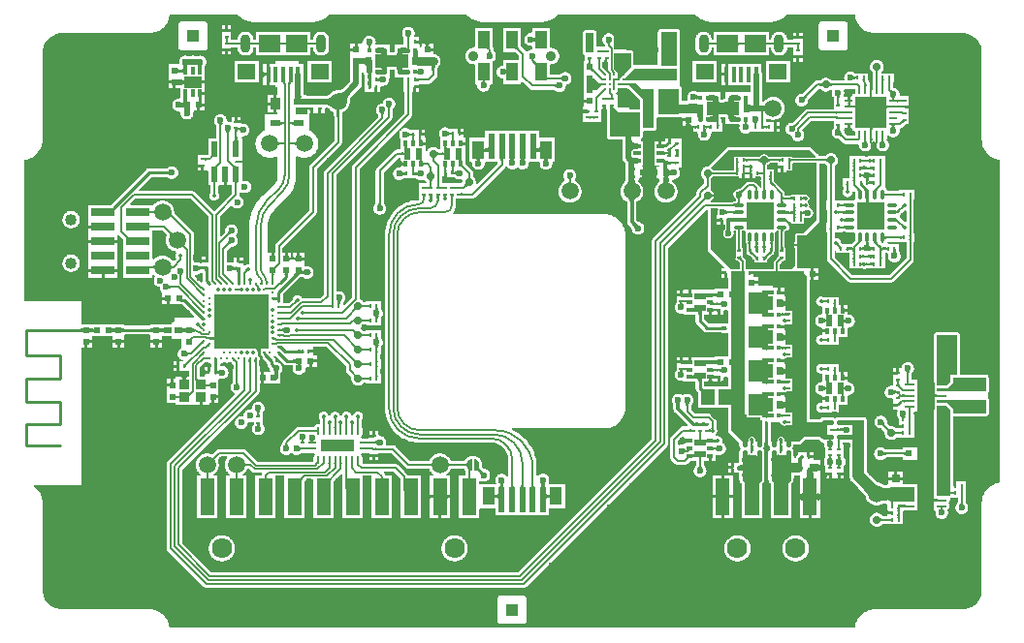
<source format=gtl>
G04*
G04 #@! TF.GenerationSoftware,Altium Limited,Altium Designer,20.1.14 (287)*
G04*
G04 Layer_Physical_Order=1*
G04 Layer_Color=255*
%FSLAX24Y24*%
%MOIN*%
G70*
G04*
G04 #@! TF.SameCoordinates,36825D0D-408E-4E44-9134-4F5201A7400A*
G04*
G04*
G04 #@! TF.FilePolarity,Positive*
G04*
G01*
G75*
%ADD10C,0.0059*%
%ADD12C,0.0098*%
%ADD14C,0.0100*%
%ADD15C,0.0079*%
%ADD16C,0.0060*%
%ADD25R,0.0500X0.1252*%
%ADD26R,0.0118X0.0106*%
%ADD27R,0.0197X0.0276*%
%ADD28R,0.0106X0.0118*%
%ADD29R,0.0276X0.0197*%
%ADD30R,0.0799X0.0299*%
%ADD31R,0.0217X0.0571*%
%ADD32R,0.0217X0.0571*%
%ADD33R,0.0157X0.0167*%
%ADD34R,0.0374X0.0453*%
%ADD35R,0.0189X0.0315*%
%ADD36O,0.0354X0.0098*%
%ADD37R,0.0571X0.0685*%
%ADD38R,0.0258X0.0118*%
%ADD39R,0.0390X0.0630*%
%ADD40R,0.0118X0.0258*%
%ADD41R,0.0630X0.0390*%
%ADD42O,0.0315X0.0098*%
%ADD43O,0.0098X0.0315*%
%ADD44R,0.1063X0.1063*%
%ADD45R,0.0197X0.0138*%
%ADD46R,0.0394X0.0236*%
%ADD47R,0.0138X0.0197*%
%ADD48R,0.0236X0.0394*%
%ADD49O,0.0098X0.0276*%
%ADD50R,0.0394X0.0630*%
%ADD51R,0.0197X0.0236*%
%ADD52R,0.0374X0.0335*%
%ADD53C,0.0118*%
%ADD54R,0.1142X0.0394*%
%ADD55O,0.0276X0.0098*%
%ADD56R,0.0354X0.0098*%
%ADD57R,0.0587X0.0929*%
%ADD58C,0.0083*%
%ADD59O,0.0118X0.0374*%
%ADD60O,0.0374X0.0118*%
%ADD61R,0.0925X0.0925*%
%ADD62R,0.0925X0.0925*%
%ADD63R,0.0236X0.0217*%
%ADD64R,0.0217X0.0236*%
%ADD65R,0.0453X0.0531*%
%ADD66R,0.0417X0.0622*%
%ADD67R,0.0236X0.0858*%
%ADD68R,0.0256X0.0197*%
%ADD69R,0.1063X0.0315*%
%ADD70R,0.0728X0.0256*%
%ADD71R,0.0256X0.0728*%
%ADD72R,0.0157X0.0531*%
%ADD73R,0.0748X0.0610*%
%ADD74R,0.0630X0.0551*%
%ADD75R,0.0335X0.0394*%
%ADD76R,0.0335X0.0236*%
%ADD77R,0.0236X0.0197*%
%ADD78R,0.0295X0.0315*%
%ADD79R,0.0315X0.0295*%
%ADD146C,0.1969*%
%ADD147C,0.0354*%
%ADD149C,0.0276*%
%ADD150C,0.0079*%
%ADD151C,0.0591*%
%ADD152R,0.0394X0.0394*%
%ADD153R,0.1909X0.1909*%
%ADD154C,0.0108*%
%ADD155C,0.0069*%
%ADD156C,0.0197*%
%ADD157C,0.0157*%
%ADD158C,0.0057*%
%ADD159C,0.0087*%
%ADD160C,0.0072*%
%ADD161C,0.0118*%
%ADD162C,0.0394*%
%ADD163C,0.0315*%
%ADD164C,0.0236*%
%ADD165C,0.0300*%
%ADD166C,0.0500*%
%ADD167R,0.0679X0.0744*%
%ADD168C,0.0701*%
%ADD169C,0.0402*%
%ADD170O,0.0354X0.0630*%
%ADD171C,0.0236*%
%ADD172C,0.0138*%
G36*
X15278Y21172D02*
X15323Y21133D01*
X15328Y21131D01*
X15332Y21127D01*
X15482Y21032D01*
X15489Y21030D01*
X15495Y21025D01*
X15660Y20961D01*
X15667Y20959D01*
X15674Y20956D01*
X15848Y20923D01*
X15854Y20923D01*
X15860Y20922D01*
X15948Y20918D01*
X15950Y20918D01*
X15952Y20918D01*
X17749D01*
X17751Y20918D01*
X17753Y20918D01*
X17841Y20922D01*
X17847Y20923D01*
X17852Y20923D01*
X18026Y20956D01*
X18033Y20959D01*
X18041Y20961D01*
X18205Y21025D01*
X18212Y21030D01*
X18219Y21032D01*
X18369Y21127D01*
X18373Y21131D01*
X18378Y21133D01*
X18423Y21172D01*
X23142Y21172D01*
X23187Y21134D01*
X23192Y21131D01*
X23196Y21127D01*
X23346Y21032D01*
X23353Y21030D01*
X23359Y21026D01*
X23524Y20961D01*
X23532Y20959D01*
X23539Y20957D01*
X23713Y20924D01*
X23718Y20924D01*
X23724Y20922D01*
X23812Y20918D01*
X23814Y20918D01*
X23816Y20918D01*
X25613D01*
X25615Y20918D01*
X25617Y20918D01*
X25705Y20922D01*
X25711Y20924D01*
X25717Y20924D01*
X25891Y20957D01*
X25898Y20959D01*
X25905Y20961D01*
X26070Y21026D01*
X26076Y21030D01*
X26083Y21032D01*
X26233Y21127D01*
X26237Y21131D01*
X26242Y21133D01*
X26287Y21172D01*
X28626Y21172D01*
X28649Y21053D01*
X28652Y21046D01*
X28654Y21038D01*
X28701Y20924D01*
X28705Y20918D01*
X28708Y20910D01*
X28777Y20808D01*
X28783Y20802D01*
X28787Y20796D01*
X28874Y20708D01*
X28881Y20704D01*
X28886Y20698D01*
X28989Y20630D01*
X28996Y20627D01*
X29003Y20622D01*
X29117Y20575D01*
X29125Y20573D01*
X29132Y20570D01*
X29253Y20546D01*
X29259D01*
X29265Y20545D01*
X29327Y20542D01*
X29329Y20542D01*
X29331Y20542D01*
X32331D01*
X32396Y20542D01*
X32523Y20516D01*
X32643Y20467D01*
X32751Y20394D01*
X32843Y20303D01*
X32915Y20194D01*
X32965Y20074D01*
X32991Y19947D01*
Y19882D01*
Y16882D01*
X32991Y16880D01*
X32991Y16878D01*
X32994Y16816D01*
X32995Y16810D01*
Y16804D01*
X33019Y16683D01*
X33022Y16676D01*
X33024Y16668D01*
X33071Y16554D01*
X33075Y16548D01*
X33078Y16540D01*
X33147Y16438D01*
X33153Y16432D01*
X33157Y16426D01*
X33244Y16338D01*
X33251Y16334D01*
X33257Y16328D01*
X33359Y16260D01*
X33367Y16257D01*
X33373Y16252D01*
X33487Y16205D01*
X33495Y16203D01*
X33502Y16200D01*
X33621Y16177D01*
Y5075D01*
X33502Y5052D01*
X33495Y5049D01*
X33487Y5047D01*
X33373Y5000D01*
X33367Y4995D01*
X33359Y4992D01*
X33257Y4924D01*
X33251Y4918D01*
X33244Y4914D01*
X33157Y4826D01*
X33153Y4820D01*
X33147Y4814D01*
X33078Y4712D01*
X33075Y4704D01*
X33071Y4698D01*
X33024Y4584D01*
X33022Y4576D01*
X33019Y4569D01*
X32995Y4447D01*
Y4442D01*
X32994Y4436D01*
X32991Y4374D01*
X32991Y4372D01*
X32991Y4370D01*
Y1370D01*
Y1305D01*
X32965Y1178D01*
X32915Y1058D01*
X32843Y949D01*
X32751Y858D01*
X32643Y785D01*
X32523Y736D01*
X32396Y710D01*
X32331Y710D01*
X29331D01*
X29329Y710D01*
X29327Y710D01*
X29265Y707D01*
X29259Y706D01*
X29253D01*
X29132Y682D01*
X29125Y679D01*
X29117Y677D01*
X29003Y630D01*
X28996Y625D01*
X28989Y622D01*
X28886Y554D01*
X28881Y548D01*
X28874Y544D01*
X28787Y456D01*
X28783Y450D01*
X28777Y444D01*
X28708Y342D01*
X28705Y334D01*
X28701Y328D01*
X28654Y214D01*
X28652Y206D01*
X28649Y199D01*
X28626Y80D01*
X5075Y80D01*
X5052Y199D01*
X5049Y206D01*
X5047Y214D01*
X5000Y328D01*
X4995Y334D01*
X4992Y342D01*
X4924Y444D01*
X4918Y450D01*
X4914Y456D01*
X4826Y544D01*
X4820Y548D01*
X4814Y554D01*
X4712Y622D01*
X4704Y625D01*
X4698Y630D01*
X4584Y677D01*
X4576Y679D01*
X4569Y682D01*
X4447Y706D01*
X4442D01*
X4436Y707D01*
X4374Y710D01*
X4372Y710D01*
X4370Y710D01*
X1370D01*
X1305Y710D01*
X1178Y736D01*
X1058Y785D01*
X949Y858D01*
X858Y949D01*
X785Y1058D01*
X736Y1178D01*
X710Y1305D01*
X710Y1370D01*
Y4370D01*
X710Y4372D01*
X710Y4374D01*
X707Y4436D01*
X706Y4442D01*
Y4447D01*
X682Y4569D01*
X679Y4576D01*
X677Y4584D01*
X630Y4698D01*
X625Y4704D01*
X622Y4712D01*
X554Y4814D01*
X548Y4820D01*
X544Y4826D01*
X456Y4914D01*
X450Y4918D01*
X444Y4924D01*
X405Y4950D01*
X420Y5000D01*
X2030D01*
Y9706D01*
X2155D01*
Y9924D01*
X2205D01*
Y9974D01*
X2403D01*
Y10121D01*
X3119D01*
Y9974D01*
X3515D01*
Y10143D01*
X3551Y10177D01*
X4386D01*
X4421Y10142D01*
Y9974D01*
X4818D01*
Y10131D01*
X5143D01*
Y10129D01*
X5144D01*
Y10030D01*
X5459D01*
Y9698D01*
X5458Y9697D01*
X5434Y9681D01*
X5412Y9662D01*
X5394Y9641D01*
X5378Y9617D01*
X5365Y9592D01*
X5356Y9564D01*
X5350Y9536D01*
X5348Y9508D01*
X5350Y9479D01*
X5356Y9451D01*
X5365Y9424D01*
X5378Y9399D01*
X5394Y9375D01*
X5412Y9353D01*
X5434Y9334D01*
X5458Y9319D01*
X5483Y9306D01*
X5510Y9297D01*
X5526Y9294D01*
X5521Y9244D01*
X5406D01*
Y9085D01*
Y8926D01*
X5732D01*
Y8724D01*
X5622D01*
Y8705D01*
X5669D01*
X5660Y8696D01*
X5652Y8686D01*
X5645Y8676D01*
X5638Y8666D01*
X5633Y8657D01*
X5629Y8647D01*
X5628Y8644D01*
X5630Y8639D01*
X5633Y8633D01*
X5638Y8628D01*
X5643Y8624D01*
X5649Y8622D01*
X5656Y8621D01*
X5622D01*
Y8457D01*
X5522D01*
Y8621D01*
X5518D01*
X5522Y8622D01*
Y8684D01*
X5521Y8686D01*
X5513Y8696D01*
X5504Y8705D01*
X5522D01*
Y8724D01*
X5285D01*
Y8645D01*
X5208D01*
Y8427D01*
X5158D01*
Y8377D01*
X4959D01*
Y8209D01*
Y7815D01*
X5285D01*
Y7736D01*
X6093D01*
Y8004D01*
X6193D01*
Y7736D01*
X6430D01*
Y7815D01*
X6508D01*
Y8033D01*
X6558D01*
Y8083D01*
X6756D01*
Y8209D01*
Y8628D01*
X6777Y8650D01*
X6798Y8664D01*
X6819Y8657D01*
X6847Y8651D01*
X6876Y8650D01*
X6905Y8651D01*
X6933Y8657D01*
X6960Y8666D01*
X6985Y8679D01*
X7009Y8695D01*
X7031Y8714D01*
X7049Y8735D01*
X7065Y8759D01*
X7078Y8784D01*
X7087Y8812D01*
X7093Y8840D01*
X7095Y8868D01*
X7093Y8897D01*
X7087Y8925D01*
X7078Y8952D01*
X7065Y8977D01*
X7049Y9001D01*
X7031Y9023D01*
X7009Y9042D01*
X6985Y9057D01*
X6960Y9070D01*
X6933Y9079D01*
X6905Y9085D01*
X6876Y9087D01*
X6849Y9085D01*
X6847Y9085D01*
X6811Y9113D01*
X6810Y9166D01*
X6846Y9196D01*
X6871Y9198D01*
X6894Y9203D01*
X6917Y9213D01*
X6937Y9225D01*
X6945Y9232D01*
X6952Y9225D01*
X6973Y9213D01*
X6996Y9203D01*
X7019Y9198D01*
X7043Y9196D01*
X7067Y9198D01*
X7091Y9203D01*
X7114Y9213D01*
X7134Y9225D01*
X7142Y9232D01*
X7149Y9225D01*
X7170Y9213D01*
X7192Y9203D01*
X7197Y9202D01*
X7213Y9188D01*
X7219Y9183D01*
X7219Y9183D01*
X7252Y9150D01*
Y8556D01*
X7252Y8553D01*
X7252Y8552D01*
X7251Y8551D01*
X7250Y8549D01*
X7248Y8545D01*
X7246Y8542D01*
X7234Y8528D01*
X7227Y8521D01*
X7227Y8520D01*
X7208Y8499D01*
X7193Y8475D01*
X7180Y8450D01*
X7171Y8423D01*
X7165Y8395D01*
X7163Y8366D01*
X7165Y8338D01*
X7171Y8310D01*
X7180Y8282D01*
X7193Y8257D01*
X7208Y8233D01*
X7227Y8212D01*
X7249Y8193D01*
X7273Y8177D01*
X7286Y8170D01*
X7298Y8134D01*
X7298Y8112D01*
X5000Y5814D01*
X4985Y5797D01*
X4974Y5778D01*
X4965Y5758D01*
X4960Y5737D01*
X4959Y5715D01*
Y2829D01*
X4960Y2807D01*
X4965Y2786D01*
X4974Y2765D01*
X4985Y2747D01*
X5000Y2730D01*
X5820Y1909D01*
X6244Y1486D01*
X6260Y1472D01*
X6279Y1460D01*
X6299Y1452D01*
X6321Y1447D01*
X6343Y1445D01*
X17234D01*
X17256Y1447D01*
X17277Y1452D01*
X17298Y1460D01*
X17316Y1472D01*
X17333Y1486D01*
X22166Y6318D01*
X22180Y6335D01*
X22191Y6354D01*
X22200Y6374D01*
X22205Y6395D01*
X22207Y6417D01*
Y13163D01*
X23511Y14467D01*
X23561Y14447D01*
X23561Y13120D01*
X23563Y13100D01*
X23569Y13082D01*
X23578Y13064D01*
X23590Y13049D01*
X24148Y12491D01*
X24129Y12445D01*
X24034D01*
Y12336D01*
X24187D01*
Y12286D01*
X24237D01*
Y12127D01*
X24260D01*
Y11746D01*
X23806D01*
Y11704D01*
X22999D01*
Y11535D01*
X22899D01*
Y11704D01*
X22750D01*
Y11683D01*
X22702D01*
Y11530D01*
X22652D01*
Y11480D01*
X22493D01*
Y11257D01*
X22482Y11245D01*
X22466Y11222D01*
X22454Y11196D01*
X22444Y11169D01*
X22439Y11141D01*
X22437Y11112D01*
X22439Y11084D01*
X22444Y11056D01*
X22454Y11029D01*
X22466Y11003D01*
X22482Y10979D01*
X22501Y10958D01*
X22522Y10939D01*
X22546Y10923D01*
X22572Y10910D01*
X22599Y10901D01*
X22627Y10896D01*
X22656Y10894D01*
X22684Y10896D01*
X22700Y10899D01*
X22730Y10882D01*
X22750Y10861D01*
Y10855D01*
X23006D01*
Y10855D01*
X23153D01*
X23153Y10852D01*
Y10640D01*
X23155Y10616D01*
X23160Y10593D01*
X23169Y10571D01*
X23181Y10551D01*
X23197Y10533D01*
X23446Y10284D01*
X23464Y10269D01*
X23484Y10256D01*
X23506Y10247D01*
X23529Y10242D01*
X23553Y10240D01*
X24034D01*
X24034Y10240D01*
X24034Y10240D01*
Y10231D01*
X24260D01*
X24260Y9431D01*
X23806D01*
Y9391D01*
X22999D01*
Y9222D01*
X22899D01*
Y9391D01*
X22750D01*
Y9375D01*
X22702D01*
Y9221D01*
X22652D01*
Y9171D01*
X22493D01*
Y8948D01*
X22479Y8932D01*
X22463Y8909D01*
X22451Y8883D01*
X22441Y8856D01*
X22436Y8828D01*
X22434Y8799D01*
X22436Y8771D01*
X22441Y8743D01*
X22451Y8716D01*
X22463Y8690D01*
X22479Y8666D01*
X22498Y8645D01*
X22520Y8626D01*
X22543Y8610D01*
X22569Y8597D01*
X22596Y8588D01*
X22624Y8583D01*
X22653Y8581D01*
X22681Y8583D01*
X22700Y8586D01*
X22724Y8574D01*
X22750Y8549D01*
Y8542D01*
X23006D01*
Y8542D01*
X23153D01*
X23153Y8540D01*
Y8337D01*
X23155Y8313D01*
X23161Y8290D01*
X23170Y8269D01*
X23182Y8249D01*
X23197Y8231D01*
X23212Y8217D01*
X23212Y8217D01*
X23240Y8187D01*
X23252Y8173D01*
Y7656D01*
X24260D01*
Y6896D01*
X24262Y6876D01*
X24267Y6857D01*
X24277Y6840D01*
X24289Y6825D01*
X24644Y6469D01*
X24644Y6469D01*
X24654Y6460D01*
Y6380D01*
X24656Y6357D01*
X24660Y6334D01*
X24668Y6312D01*
X24678Y6291D01*
X24691Y6271D01*
X24707Y6254D01*
Y6251D01*
X24691Y6234D01*
X24678Y6214D01*
X24668Y6193D01*
X24660Y6171D01*
X24656Y6148D01*
X24654Y6125D01*
Y5815D01*
X24641Y5770D01*
X24641Y5770D01*
X24636D01*
X24612Y5768D01*
X24589Y5764D01*
X24567Y5756D01*
X24554Y5750D01*
X24461D01*
Y5630D01*
X24458Y5614D01*
X24457Y5591D01*
X24458Y5567D01*
X24461Y5551D01*
Y5431D01*
X24554D01*
X24567Y5425D01*
X24589Y5418D01*
X24612Y5413D01*
X24636Y5411D01*
X24647D01*
X24647Y5411D01*
X24654Y5411D01*
Y5189D01*
X24656Y5166D01*
X24660Y5143D01*
X24668Y5121D01*
X24678Y5100D01*
X24691Y5080D01*
X24707Y5063D01*
X24733Y5037D01*
Y3957D01*
X24735Y3937D01*
X24740Y3918D01*
X24741Y3918D01*
Y3861D01*
X24805D01*
X24814Y3858D01*
X24833Y3856D01*
X25345D01*
X25365Y3858D01*
X25373Y3861D01*
X25441D01*
Y3927D01*
X25444Y3937D01*
X25445Y3957D01*
Y5037D01*
X25472Y5063D01*
X25487Y5080D01*
X25500Y5100D01*
X25510Y5121D01*
X25518Y5143D01*
X25523Y5166D01*
X25524Y5189D01*
Y6125D01*
X25523Y6148D01*
X25518Y6171D01*
X25510Y6193D01*
X25500Y6214D01*
X25487Y6234D01*
X25472Y6251D01*
Y6254D01*
X25487Y6271D01*
X25500Y6291D01*
X25510Y6312D01*
X25518Y6334D01*
X25523Y6357D01*
X25524Y6380D01*
Y6465D01*
X25528Y6476D01*
X25530Y6496D01*
X25530Y7193D01*
X25607D01*
X25621Y7184D01*
X25653Y7143D01*
X25653Y6531D01*
X25654Y6525D01*
Y6380D01*
X25656Y6357D01*
X25660Y6334D01*
X25668Y6312D01*
X25678Y6291D01*
X25691Y6271D01*
X25707Y6254D01*
Y6251D01*
X25691Y6234D01*
X25678Y6214D01*
X25668Y6193D01*
X25660Y6171D01*
X25656Y6148D01*
X25654Y6125D01*
Y5189D01*
X25656Y5166D01*
X25660Y5143D01*
X25668Y5121D01*
X25678Y5100D01*
X25691Y5080D01*
X25707Y5063D01*
X25733Y5037D01*
Y3957D01*
X25735Y3937D01*
X25740Y3918D01*
X25741Y3918D01*
Y3861D01*
X25805D01*
X25814Y3858D01*
X25833Y3856D01*
X26345D01*
X26365Y3858D01*
X26373Y3861D01*
X26441D01*
Y3927D01*
X26444Y3937D01*
X26445Y3957D01*
Y5037D01*
X26472Y5063D01*
X26487Y5080D01*
X26500Y5100D01*
X26510Y5121D01*
X26518Y5143D01*
X26523Y5166D01*
X26524Y5185D01*
X26524Y5189D01*
X26525Y5236D01*
X26528Y5318D01*
X26529Y5331D01*
X26556Y5333D01*
X26699D01*
X26741Y5313D01*
X26741Y5283D01*
Y4693D01*
X26746Y4694D01*
X26772Y4701D01*
X26793Y4710D01*
X26811Y4720D01*
X26825Y4733D01*
X26835Y4748D01*
X26841Y4765D01*
X26843Y4783D01*
Y4637D01*
X27338D01*
Y4783D01*
X27340Y4765D01*
X27346Y4748D01*
X27356Y4733D01*
X27370Y4720D01*
X27388Y4710D01*
X27409Y4701D01*
X27435Y4694D01*
X27441Y4693D01*
Y5284D01*
X27443Y5333D01*
X27443Y5362D01*
Y5501D01*
X27409Y5498D01*
X27391Y5495D01*
X27376Y5492D01*
X27364Y5487D01*
X27354Y5482D01*
X27347Y5476D01*
X27343Y5469D01*
X27341Y5461D01*
Y5541D01*
X27195D01*
Y5641D01*
X27341D01*
Y5739D01*
X27343Y5732D01*
X27347Y5725D01*
X27354Y5719D01*
X27364Y5713D01*
X27376Y5709D01*
X27391Y5705D01*
X27409Y5702D01*
X27430Y5700D01*
X27443Y5700D01*
Y5848D01*
X27194D01*
Y5905D01*
X27041D01*
Y5955D01*
X26991D01*
Y6114D01*
X26823D01*
X26817Y6114D01*
X26811Y6114D01*
X26664D01*
Y6027D01*
X26639Y6003D01*
X26623Y5984D01*
X26610Y5962D01*
X26600Y5939D01*
X26599Y5933D01*
X26559Y5908D01*
X26543Y5905D01*
X26533Y5910D01*
X26524Y6054D01*
X26524Y6125D01*
X26524Y6128D01*
X26523Y6148D01*
X26518Y6171D01*
X26510Y6193D01*
X26500Y6214D01*
X26487Y6234D01*
X26472Y6251D01*
Y6254D01*
X26487Y6271D01*
X26500Y6291D01*
X26510Y6312D01*
X26518Y6334D01*
X26523Y6357D01*
X26524Y6380D01*
Y6396D01*
X26732D01*
X26752Y6398D01*
X26771Y6403D01*
X26788Y6413D01*
X26803Y6425D01*
X26922Y6543D01*
X27303Y6543D01*
X27402Y6543D01*
X27431Y6515D01*
X27448Y6499D01*
X27468Y6486D01*
X27489Y6476D01*
X27511Y6468D01*
X27534Y6464D01*
X27559Y6415D01*
X27561Y6386D01*
X27567Y6358D01*
X27576Y6331D01*
X27588Y6306D01*
X27604Y6282D01*
X27619Y6266D01*
Y5952D01*
X27604Y5935D01*
X27588Y5911D01*
X27576Y5886D01*
X27567Y5859D01*
X27561Y5831D01*
X27559Y5802D01*
X27561Y5774D01*
X27567Y5746D01*
X27576Y5719D01*
X27588Y5693D01*
X27604Y5669D01*
X27619Y5653D01*
Y5420D01*
X27778D01*
Y5370D01*
X27828D01*
Y5217D01*
X28041D01*
Y5370D01*
X28091D01*
Y5420D01*
X28250D01*
Y5653D01*
X28264Y5669D01*
X28280Y5693D01*
X28292Y5719D01*
X28302Y5746D01*
X28307Y5774D01*
X28309Y5802D01*
X28307Y5831D01*
X28302Y5859D01*
X28292Y5886D01*
X28280Y5911D01*
X28264Y5935D01*
X28250Y5952D01*
Y6381D01*
X28220D01*
Y6462D01*
X28433D01*
Y6444D01*
X28435Y6425D01*
X28441Y6406D01*
X28443Y6402D01*
Y5315D01*
X28443Y5315D01*
X28445Y5282D01*
X28450Y5249D01*
X28460Y5217D01*
X28465Y5204D01*
X28472Y5186D01*
X28488Y5157D01*
X28508Y5130D01*
X28530Y5105D01*
X28734Y4900D01*
X28734Y4900D01*
X28874Y4757D01*
X28963Y4659D01*
X28979Y4638D01*
X28989Y4624D01*
X28992Y4608D01*
X29001Y4570D01*
X29014Y4534D01*
X29031Y4498D01*
X29051Y4465D01*
X29074Y4434D01*
X29100Y4405D01*
X29129Y4379D01*
X29160Y4356D01*
X29193Y4336D01*
X29228Y4319D01*
X29265Y4306D01*
X29303Y4297D01*
X29341Y4291D01*
X29380Y4289D01*
X29419Y4291D01*
X29457Y4297D01*
X29495Y4306D01*
X29531Y4319D01*
X29566Y4336D01*
X29600Y4356D01*
X29604Y4359D01*
X29608Y4361D01*
X29619Y4363D01*
X29704Y4368D01*
X29754Y4322D01*
Y4114D01*
X29759Y4111D01*
X29769Y4107D01*
X29779Y4104D01*
X29789Y4101D01*
X29799Y4100D01*
X29810Y4099D01*
Y4081D01*
X29907D01*
Y3981D01*
X29754D01*
Y3958D01*
X29754D01*
Y3929D01*
X29579D01*
X29566Y3948D01*
X29548Y3968D01*
X29528Y3985D01*
X29507Y4001D01*
X29483Y4014D01*
X29459Y4024D01*
X29433Y4031D01*
X29407Y4036D01*
X29380Y4037D01*
X29353Y4036D01*
X29327Y4031D01*
X29301Y4024D01*
X29277Y4014D01*
X29253Y4001D01*
X29231Y3985D01*
X29212Y3968D01*
X29194Y3948D01*
X29178Y3926D01*
X29165Y3903D01*
X29155Y3878D01*
X29148Y3852D01*
X29143Y3826D01*
X29142Y3799D01*
X29143Y3773D01*
X29148Y3746D01*
X29155Y3721D01*
X29165Y3696D01*
X29178Y3672D01*
X29194Y3651D01*
X29212Y3631D01*
X29231Y3613D01*
X29253Y3598D01*
X29277Y3585D01*
X29301Y3574D01*
X29327Y3567D01*
X29353Y3563D01*
X29380Y3561D01*
X29407Y3563D01*
X29433Y3567D01*
X29459Y3574D01*
X29483Y3585D01*
X29507Y3598D01*
X29528Y3613D01*
X29548Y3631D01*
X29566Y3651D01*
X29579Y3669D01*
X29754D01*
Y3640D01*
X30285D01*
Y3871D01*
X30285D01*
Y4090D01*
X30321Y4125D01*
X30344Y4125D01*
X30358Y4121D01*
X30382Y4120D01*
X30638D01*
X30674Y4122D01*
X30674Y4122D01*
X30764D01*
X30764Y5007D01*
X30747D01*
X30741Y5012D01*
X30723Y5021D01*
X30705Y5027D01*
X30685Y5029D01*
X30283Y5029D01*
Y5164D01*
X30188D01*
X30187Y5163D01*
X30183Y5158D01*
X30181Y5152D01*
X30181Y5145D01*
Y5164D01*
X29768D01*
Y5018D01*
X29724Y4980D01*
X29693Y4983D01*
X29665Y4987D01*
X29643Y4992D01*
X29628Y4996D01*
X29622Y4999D01*
X29615Y5003D01*
X29600Y5014D01*
X29566Y5034D01*
X29531Y5051D01*
X29495Y5064D01*
X29457Y5073D01*
X29428Y5078D01*
X29425Y5079D01*
X29414Y5086D01*
X29197Y5279D01*
X29147Y5329D01*
X29146Y5329D01*
X29037Y5438D01*
Y6444D01*
X29037Y6444D01*
X29037Y7224D01*
X29036Y7244D01*
X29030Y7263D01*
X29021Y7280D01*
X29008Y7295D01*
X28993Y7308D01*
X28975Y7317D01*
X28957Y7323D01*
X28937Y7325D01*
X28661Y7325D01*
X28657Y7326D01*
X28634Y7331D01*
X28611Y7332D01*
X28063D01*
X28040Y7331D01*
X28017Y7326D01*
X27995Y7319D01*
X27974Y7308D01*
X27954Y7295D01*
X27937Y7280D01*
X27934D01*
X27916Y7295D01*
X27897Y7308D01*
X27876Y7319D01*
X27854Y7326D01*
X27831Y7331D01*
X27807Y7332D01*
X27558D01*
X27534Y7331D01*
X27511Y7326D01*
X27489Y7319D01*
X27468Y7308D01*
X27448Y7295D01*
X27431Y7280D01*
X27407Y7256D01*
X27069D01*
X27069Y12048D01*
X27114D01*
Y12247D01*
Y12445D01*
X26929D01*
Y12441D01*
X26628D01*
Y13211D01*
X26445D01*
Y13290D01*
X26628D01*
Y13590D01*
X26929D01*
Y13579D01*
X26933Y13583D01*
X27394Y14043D01*
X27406Y14058D01*
X27416Y14076D01*
X27421Y14095D01*
X27423Y14114D01*
Y16044D01*
X27604D01*
X27619Y16023D01*
X27637Y16003D01*
X27657Y15985D01*
X27678Y15970D01*
X27679Y15969D01*
Y14787D01*
X27656D01*
Y14469D01*
X27675D01*
Y14020D01*
X27648D01*
Y13702D01*
X27671D01*
Y12770D01*
X27673Y12749D01*
X27678Y12730D01*
X27685Y12711D01*
X27696Y12693D01*
X27709Y12678D01*
X28383Y12005D01*
X28398Y11991D01*
X28415Y11981D01*
X28434Y11973D01*
X28454Y11968D01*
X28474Y11967D01*
X29872D01*
X29892Y11968D01*
X29912Y11973D01*
X29931Y11981D01*
X29948Y11991D01*
X29964Y12005D01*
X30617Y12658D01*
X30631Y12674D01*
X30641Y12691D01*
X30649Y12710D01*
X30654Y12730D01*
X30656Y12750D01*
Y13347D01*
X30679D01*
Y13665D01*
X30656D01*
Y14824D01*
X30679D01*
Y15142D01*
X30148D01*
Y15122D01*
X29726D01*
X29725Y15136D01*
X29719Y15160D01*
X29709Y15183D01*
X29702Y15195D01*
X29698Y15201D01*
X29698Y15201D01*
X29696Y15204D01*
X29696Y15204D01*
X29680Y15223D01*
X29670Y15232D01*
X29670Y15232D01*
X29666Y15269D01*
X29665Y15283D01*
Y15490D01*
X29665D01*
Y15742D01*
Y16060D01*
X29665D01*
Y16313D01*
X29210D01*
X29197Y16317D01*
X29176Y16322D01*
X29154Y16323D01*
X29131Y16322D01*
X29110Y16317D01*
X29089Y16310D01*
X29069Y16301D01*
X29059Y16294D01*
X29053Y16294D01*
X29053Y16294D01*
X28976D01*
Y16313D01*
X28445D01*
Y15808D01*
X28445D01*
Y15555D01*
X28219D01*
Y15237D01*
X28236D01*
Y15172D01*
X28236Y15172D01*
X28236Y15166D01*
X28229Y15156D01*
X28220Y15136D01*
X28212Y15115D01*
X28208Y15093D01*
X28207Y15071D01*
X28208Y15049D01*
X28212Y15027D01*
X28220Y15006D01*
X28229Y14987D01*
X28242Y14968D01*
X28256Y14952D01*
X28273Y14937D01*
X28291Y14925D01*
X28311Y14915D01*
X28332Y14908D01*
X28354Y14903D01*
X28376Y14902D01*
X28398Y14903D01*
X28420Y14908D01*
X28441Y14915D01*
X28461Y14925D01*
X28479Y14937D01*
X28496Y14952D01*
X28510Y14968D01*
X28523Y14987D01*
X28532Y15006D01*
X28539Y15027D01*
X28544Y15049D01*
X28545Y15071D01*
X28544Y15093D01*
X28543Y15099D01*
X28589Y15123D01*
X28612Y15100D01*
X28637Y15074D01*
X28640Y15070D01*
Y14855D01*
X28620Y14807D01*
X28573Y14788D01*
X28317D01*
X28292Y14786D01*
X28268Y14780D01*
X28264Y14778D01*
X28263Y14778D01*
X28259Y14777D01*
X28256Y14776D01*
X28252Y14774D01*
X28247Y14772D01*
X28246Y14771D01*
X28237Y14771D01*
X28187Y14787D01*
Y14787D01*
X27939D01*
Y15975D01*
X27954Y15985D01*
X27974Y16003D01*
X27991Y16023D01*
X28007Y16045D01*
X28020Y16068D01*
X28030Y16093D01*
X28037Y16118D01*
X28042Y16145D01*
X28043Y16171D01*
X28042Y16198D01*
X28037Y16224D01*
X28030Y16250D01*
X28020Y16275D01*
X28007Y16298D01*
X27991Y16320D01*
X27974Y16340D01*
X27954Y16357D01*
X27932Y16373D01*
X27908Y16386D01*
X27884Y16396D01*
X27858Y16403D01*
X27832Y16408D01*
X27805Y16409D01*
X27778Y16408D01*
X27752Y16403D01*
X27726Y16396D01*
X27702Y16386D01*
X27678Y16373D01*
X27657Y16357D01*
X27637Y16340D01*
X27619Y16320D01*
X27607Y16304D01*
X27388D01*
X27379Y16314D01*
X27377Y16334D01*
X27371Y16352D01*
X27362Y16370D01*
X27350Y16385D01*
X27145Y16589D01*
X27130Y16602D01*
X27113Y16611D01*
X27094Y16617D01*
X27074Y16619D01*
X24284Y16619D01*
X24264Y16617D01*
X24246Y16611D01*
X24228Y16602D01*
X24213Y16589D01*
X23620Y15996D01*
X23617Y15992D01*
X23613Y15989D01*
X23611Y15985D01*
X23607Y15981D01*
X23605Y15977D01*
X23602Y15973D01*
X23600Y15968D01*
X23598Y15964D01*
X23597Y15959D01*
X23596Y15958D01*
X23573Y15959D01*
X23546Y15958D01*
X23520Y15953D01*
X23494Y15946D01*
X23470Y15936D01*
X23446Y15923D01*
X23424Y15907D01*
X23404Y15889D01*
X23387Y15869D01*
X23371Y15848D01*
X23358Y15824D01*
X23348Y15800D01*
X23341Y15774D01*
X23336Y15748D01*
X23335Y15721D01*
X23336Y15694D01*
X23341Y15668D01*
X23348Y15642D01*
X23358Y15618D01*
X23371Y15594D01*
X23387Y15572D01*
X23404Y15553D01*
X23424Y15535D01*
X23430Y15531D01*
X23431Y15530D01*
X23431Y15528D01*
X23432Y15524D01*
X23433Y15518D01*
X23433Y15507D01*
X23433Y15507D01*
Y15353D01*
X23218Y15138D01*
X23204Y15122D01*
X23192Y15103D01*
X23184Y15083D01*
X23179Y15061D01*
X23177Y15039D01*
Y14979D01*
X21692Y13495D01*
X21678Y13478D01*
X21667Y13459D01*
X21658Y13439D01*
X21653Y13418D01*
X21652Y13396D01*
Y6589D01*
X17062Y2000D01*
X6515D01*
X5514Y3001D01*
Y5523D01*
X8126Y8135D01*
X8141Y8152D01*
X8152Y8171D01*
X8161Y8191D01*
X8166Y8212D01*
X8167Y8234D01*
Y8473D01*
X8214D01*
Y8671D01*
Y8767D01*
X8185D01*
X8191Y8768D01*
X8196Y8770D01*
X8200Y8773D01*
X8204Y8777D01*
X8207Y8782D01*
X8210Y8789D01*
X8212Y8797D01*
X8213Y8806D01*
X8214Y8810D01*
Y8870D01*
X8167D01*
Y9083D01*
X8161Y9089D01*
X8167D01*
Y9233D01*
X8167Y9233D01*
X8167Y9242D01*
X8145Y9237D01*
X8149Y9245D01*
X8153Y9253D01*
X8157Y9261D01*
X8160Y9270D01*
X8163Y9280D01*
X8165Y9290D01*
X8166Y9301D01*
X8168Y9323D01*
X8169Y9335D01*
X8181Y9338D01*
X8182Y9350D01*
X8180Y9375D01*
X8185Y9379D01*
X8198Y9382D01*
X8251Y9374D01*
X8266Y9360D01*
X8267Y9360D01*
X8267Y9359D01*
X8347Y9279D01*
X8347Y9279D01*
X8423Y9202D01*
Y9165D01*
X8425Y9141D01*
X8430Y9118D01*
X8439Y9097D01*
X8452Y9077D01*
X8467Y9059D01*
X8493Y9033D01*
X8499Y9027D01*
X8502Y9023D01*
X8504Y9020D01*
X8506Y9017D01*
X8507Y9015D01*
X8507Y9014D01*
X8508Y9013D01*
X8508Y9013D01*
X8508Y9008D01*
X8508Y9007D01*
X8510Y8982D01*
X8515Y8954D01*
X8524Y8927D01*
X8528Y8920D01*
X8507Y8877D01*
X8498Y8870D01*
X8314D01*
Y8671D01*
Y8473D01*
X8876D01*
Y8665D01*
X8876Y8671D01*
Y8830D01*
X8876Y8839D01*
X8877Y8844D01*
X8877Y8848D01*
X8878Y8851D01*
X8879Y8853D01*
X8879Y8854D01*
X8879Y8855D01*
X8880Y8855D01*
X8883Y8858D01*
X8884Y8859D01*
X8900Y8878D01*
X8916Y8902D01*
X8928Y8927D01*
X8938Y8954D01*
X8943Y8982D01*
X8945Y9011D01*
X8943Y9040D01*
X8938Y9068D01*
X8928Y9095D01*
X8916Y9120D01*
X8900Y9144D01*
X8881Y9166D01*
X8859Y9184D01*
X8836Y9200D01*
X8810Y9213D01*
X8783Y9222D01*
X8755Y9228D01*
X8730Y9229D01*
X8729Y9230D01*
X8724Y9230D01*
X8724Y9230D01*
X8724Y9230D01*
X8723Y9230D01*
Y9264D01*
X8721Y9288D01*
X8715Y9311D01*
X8706Y9332D01*
X8694Y9352D01*
X8679Y9370D01*
X8650Y9399D01*
X8657Y9422D01*
X8679Y9429D01*
X8713Y9432D01*
X8724Y9422D01*
X8735Y9415D01*
X8995Y9156D01*
X9012Y9141D01*
X9032Y9128D01*
X9054Y9119D01*
X9077Y9114D01*
X9100Y9112D01*
X9302D01*
X9305Y9075D01*
X9306Y9062D01*
X9305Y9014D01*
X9305Y9011D01*
X9307Y8982D01*
X9312Y8954D01*
X9322Y8927D01*
X9334Y8902D01*
X9350Y8878D01*
X9369Y8856D01*
X9391Y8838D01*
X9414Y8822D01*
X9440Y8809D01*
X9467Y8800D01*
X9495Y8794D01*
X9524Y8792D01*
X9552Y8794D01*
X9580Y8800D01*
X9607Y8809D01*
X9633Y8822D01*
X9657Y8838D01*
X9678Y8856D01*
X9697Y8878D01*
X9713Y8902D01*
X9726Y8927D01*
X9735Y8954D01*
X9740Y8982D01*
X9742Y9011D01*
X9742Y9013D01*
X9780Y9063D01*
X9867D01*
Y9262D01*
X9917D01*
Y9312D01*
X10135D01*
Y9460D01*
X10006D01*
Y9546D01*
X9852D01*
Y9646D01*
X10006D01*
Y9751D01*
X10471D01*
X11136Y9086D01*
Y8943D01*
X11137Y8923D01*
X11142Y8903D01*
X11150Y8884D01*
X11160Y8867D01*
X11174Y8851D01*
X11322Y8703D01*
X11318Y8680D01*
X11317Y8654D01*
X11318Y8627D01*
X11323Y8601D01*
X11330Y8575D01*
X11341Y8550D01*
X11353Y8527D01*
X11369Y8505D01*
X11387Y8485D01*
X11407Y8467D01*
X11428Y8452D01*
X11452Y8439D01*
X11476Y8429D01*
X11502Y8421D01*
X11528Y8417D01*
X11555Y8415D01*
X11582Y8417D01*
X11608Y8421D01*
X11634Y8429D01*
X11658Y8439D01*
X11682Y8452D01*
X11704Y8467D01*
X11724Y8485D01*
X11741Y8505D01*
X11754Y8524D01*
X11806D01*
Y8494D01*
X12336D01*
Y8813D01*
X12323D01*
Y8994D01*
X12336D01*
Y9313D01*
X12323D01*
Y9494D01*
X12336D01*
Y9747D01*
X12338Y9750D01*
X12339Y9751D01*
X12356Y9770D01*
X12372Y9794D01*
X12385Y9820D01*
X12394Y9847D01*
X12400Y9875D01*
X12402Y9904D01*
X12400Y9932D01*
X12394Y9960D01*
X12385Y9987D01*
X12372Y10013D01*
X12356Y10037D01*
X12339Y10056D01*
X12338Y10057D01*
X12336Y10060D01*
Y10313D01*
X11806D01*
Y10283D01*
X11754D01*
X11741Y10302D01*
X11724Y10322D01*
X11704Y10340D01*
X11682Y10355D01*
X11658Y10368D01*
X11636Y10377D01*
X11634Y10384D01*
Y10423D01*
X11636Y10430D01*
X11658Y10439D01*
X11682Y10452D01*
X11704Y10467D01*
X11724Y10485D01*
X11741Y10505D01*
X11754Y10524D01*
X11806D01*
Y10494D01*
X12336D01*
Y10747D01*
X12338Y10750D01*
X12339Y10751D01*
X12356Y10770D01*
X12372Y10794D01*
X12385Y10820D01*
X12394Y10847D01*
X12400Y10875D01*
X12402Y10904D01*
X12400Y10932D01*
X12394Y10960D01*
X12385Y10987D01*
X12372Y11013D01*
X12356Y11037D01*
X12339Y11056D01*
X12338Y11057D01*
X12336Y11060D01*
Y11313D01*
X11806D01*
Y11283D01*
X11754D01*
X11741Y11302D01*
X11724Y11322D01*
X11704Y11340D01*
X11682Y11355D01*
X11658Y11368D01*
X11634Y11378D01*
X11608Y11386D01*
X11596Y11388D01*
X11596Y11388D01*
Y15881D01*
X13365Y17650D01*
X13379Y17666D01*
X13389Y17683D01*
X13397Y17702D01*
X13402Y17722D01*
X13404Y17742D01*
Y18532D01*
X13448D01*
Y18691D01*
X13498D01*
Y18741D01*
X13651D01*
Y18778D01*
X13651D01*
Y18797D01*
X13967D01*
X13988Y18799D01*
X14010Y18804D01*
X14030Y18812D01*
X14049Y18824D01*
X14065Y18838D01*
X14233Y19005D01*
X14247Y19022D01*
X14258Y19041D01*
X14267Y19061D01*
X14272Y19082D01*
X14273Y19097D01*
X14274Y19102D01*
X14276Y19215D01*
X14283Y19304D01*
X14288Y19338D01*
X14294Y19366D01*
X14299Y19387D01*
X14305Y19401D01*
X14307Y19405D01*
X14310Y19409D01*
X14311Y19410D01*
X14330Y19431D01*
X14346Y19453D01*
X14359Y19478D01*
X14370Y19504D01*
X14378Y19531D01*
X14383Y19559D01*
X14384Y19587D01*
X14383Y19615D01*
X14378Y19642D01*
X14370Y19669D01*
X14359Y19695D01*
X14346Y19720D01*
X14330Y19743D01*
X14311Y19764D01*
X14290Y19782D01*
X14267Y19799D01*
X14243Y19812D01*
X14217Y19823D01*
X14190Y19831D01*
X14162Y19835D01*
X14134Y19837D01*
X14126D01*
Y19930D01*
X13927D01*
Y19980D01*
X13877D01*
Y20198D01*
X13843D01*
Y20163D01*
X13834Y20172D01*
X13825Y20179D01*
X13816Y20185D01*
X13807Y20191D01*
X13797Y20196D01*
X13791Y20198D01*
X13729D01*
Y20070D01*
X13679Y20047D01*
X13673Y20052D01*
Y20142D01*
X13651D01*
Y20196D01*
X13555D01*
X13553Y20195D01*
X13551Y20192D01*
X13550Y20188D01*
Y20196D01*
X13498D01*
Y20296D01*
X13550D01*
Y20304D01*
X13551Y20300D01*
X13553Y20297D01*
X13555Y20296D01*
X13651D01*
Y20405D01*
X13502D01*
X13489Y20419D01*
X13473Y20455D01*
X13479Y20468D01*
X13489Y20495D01*
X13494Y20523D01*
X13496Y20551D01*
X13494Y20580D01*
X13489Y20608D01*
X13479Y20635D01*
X13467Y20660D01*
X13451Y20684D01*
X13432Y20706D01*
X13411Y20725D01*
X13387Y20740D01*
X13361Y20753D01*
X13334Y20762D01*
X13306Y20768D01*
X13278Y20770D01*
X13249Y20768D01*
X13221Y20762D01*
X13194Y20753D01*
X13168Y20740D01*
X13145Y20725D01*
X13123Y20706D01*
X13104Y20684D01*
X13088Y20660D01*
X13076Y20635D01*
X13066Y20608D01*
X13061Y20580D01*
X13059Y20551D01*
X13061Y20523D01*
X13066Y20495D01*
X13076Y20468D01*
X13088Y20442D01*
X13104Y20418D01*
X13115Y20406D01*
X13117Y20403D01*
X13120Y20399D01*
Y20142D01*
X12804D01*
Y19965D01*
X12803Y19961D01*
X12802Y19935D01*
X12801Y19912D01*
X12798Y19896D01*
X12669Y19888D01*
X12655Y19888D01*
X12636Y19890D01*
X12636Y19890D01*
X12633Y19912D01*
X12631Y19935D01*
X12630Y19961D01*
X12630Y19963D01*
X12630Y19964D01*
X12630Y19966D01*
Y20142D01*
X12185D01*
X12151Y20189D01*
X12151Y20192D01*
X12156Y20218D01*
X12158Y20246D01*
X12156Y20275D01*
X12150Y20303D01*
X12141Y20330D01*
X12128Y20355D01*
X12112Y20379D01*
X12094Y20401D01*
X12072Y20419D01*
X12048Y20435D01*
X12023Y20448D01*
X11996Y20457D01*
X11968Y20463D01*
X11939Y20465D01*
X11910Y20463D01*
X11882Y20457D01*
X11855Y20448D01*
X11830Y20435D01*
X11806Y20419D01*
X11784Y20401D01*
X11766Y20379D01*
X11750Y20355D01*
X11737Y20330D01*
X11728Y20303D01*
X11722Y20275D01*
X11720Y20246D01*
X11721Y20230D01*
X11686Y20203D01*
X11675Y20198D01*
X11536D01*
Y19980D01*
X11486D01*
Y19930D01*
X11288D01*
Y19762D01*
Y19593D01*
X11287Y19587D01*
Y18891D01*
X11063Y18667D01*
X11063Y18667D01*
X11041Y18646D01*
X11022Y18631D01*
X11004Y18618D01*
X10986Y18607D01*
X10969Y18599D01*
X10952Y18592D01*
X10936Y18587D01*
X10920Y18584D01*
X10904Y18583D01*
X10882Y18583D01*
X10882Y18583D01*
X10881Y18583D01*
X10879Y18583D01*
X10865Y18584D01*
X10826Y18582D01*
X10788Y18576D01*
X10750Y18567D01*
X10714Y18553D01*
X10678Y18537D01*
X10645Y18517D01*
X10614Y18494D01*
X10585Y18468D01*
X10576Y18457D01*
X10574Y18456D01*
X10574Y18455D01*
X10573Y18455D01*
X10558Y18440D01*
X10546Y18429D01*
X10532Y18420D01*
X10517Y18412D01*
X10501Y18405D01*
X10483Y18399D01*
X10463Y18394D01*
X10440Y18390D01*
X10416Y18388D01*
X10387Y18387D01*
X10387Y18387D01*
X9872D01*
X9872Y18387D01*
X9803Y18387D01*
X9775Y18389D01*
Y18406D01*
X9697D01*
X9693Y18420D01*
X9690Y18442D01*
X9688Y18469D01*
X9687Y18504D01*
X9687Y18504D01*
Y19134D01*
X9685Y19160D01*
X9680Y19185D01*
X9672Y19210D01*
X9667Y19220D01*
Y19500D01*
X9508D01*
Y19596D01*
X8701D01*
Y19500D01*
X8515D01*
Y19134D01*
Y18768D01*
X8701D01*
Y18671D01*
X8790D01*
Y18406D01*
X8751D01*
Y18109D01*
Y17812D01*
X8790D01*
Y17755D01*
X8337D01*
Y17207D01*
X8306Y17194D01*
X8267Y17174D01*
X8231Y17151D01*
X8197Y17125D01*
X8165Y17096D01*
X8136Y17064D01*
X8110Y17030D01*
X8087Y16994D01*
X8067Y16956D01*
X8051Y16916D01*
X8038Y16875D01*
X8029Y16833D01*
X8023Y16791D01*
X8021Y16748D01*
X8023Y16705D01*
X8029Y16662D01*
X8038Y16620D01*
X8051Y16579D01*
X8067Y16540D01*
X8087Y16502D01*
X8110Y16465D01*
X8136Y16431D01*
X8165Y16400D01*
X8197Y16370D01*
X8231Y16344D01*
X8267Y16321D01*
X8306Y16301D01*
X8345Y16285D01*
X8386Y16272D01*
X8428Y16263D01*
X8471Y16257D01*
X8514Y16255D01*
X8557Y16257D01*
X8599Y16263D01*
X8641Y16272D01*
X8682Y16285D01*
X8722Y16301D01*
X8740Y16311D01*
X8790Y16285D01*
Y15648D01*
X8790Y15648D01*
X8790Y15648D01*
X8787Y15599D01*
X8782Y15567D01*
X8772Y15528D01*
X8759Y15490D01*
X8741Y15453D01*
X8721Y15419D01*
X8696Y15386D01*
X8672Y15359D01*
X8669Y15357D01*
X8669Y15357D01*
X8259Y14946D01*
X8223Y14911D01*
X8223Y14911D01*
X8173Y14858D01*
X8126Y14803D01*
X8081Y14745D01*
X8040Y14685D01*
X8002Y14623D01*
X7967Y14559D01*
X7936Y14493D01*
X7908Y14426D01*
X7884Y14357D01*
X7863Y14287D01*
X7846Y14216D01*
X7833Y14145D01*
X7823Y14072D01*
X7818Y14000D01*
X7816Y13927D01*
X7816D01*
X7816Y13927D01*
Y12634D01*
X7803Y12616D01*
X7766Y12590D01*
X7762Y12591D01*
X7740Y12589D01*
X7718Y12585D01*
X7697Y12578D01*
X7677Y12568D01*
X7659Y12556D01*
X7646Y12544D01*
X7631Y12547D01*
X7596Y12564D01*
Y12631D01*
X7437D01*
Y12681D01*
X7387D01*
Y12834D01*
X7278D01*
Y12676D01*
X7264Y12662D01*
X7228Y12647D01*
X7216Y12653D01*
X7188Y12662D01*
X7160Y12667D01*
X7132Y12669D01*
X7103Y12667D01*
X7089Y12665D01*
X7056Y12684D01*
X7039Y12703D01*
Y13065D01*
X7159Y13185D01*
X7161Y13187D01*
X7161Y13187D01*
X7162Y13187D01*
X7165Y13188D01*
X7169Y13189D01*
X7173Y13190D01*
X7191Y13192D01*
X7201Y13192D01*
X7201Y13192D01*
X7229Y13194D01*
X7257Y13199D01*
X7284Y13208D01*
X7310Y13221D01*
X7334Y13237D01*
X7355Y13256D01*
X7374Y13277D01*
X7390Y13301D01*
X7403Y13327D01*
X7412Y13354D01*
X7418Y13382D01*
X7419Y13410D01*
X7418Y13439D01*
X7412Y13467D01*
X7403Y13494D01*
X7390Y13520D01*
X7374Y13543D01*
X7355Y13565D01*
Y13595D01*
X7374Y13617D01*
X7390Y13641D01*
X7403Y13666D01*
X7412Y13693D01*
X7418Y13721D01*
X7419Y13750D01*
X7418Y13779D01*
X7412Y13807D01*
X7403Y13834D01*
X7390Y13859D01*
X7374Y13883D01*
X7355Y13905D01*
X7334Y13923D01*
X7310Y13939D01*
X7284Y13952D01*
X7257Y13961D01*
X7229Y13967D01*
X7201Y13969D01*
X7172Y13967D01*
X7144Y13961D01*
X7117Y13952D01*
X7092Y13939D01*
X7068Y13923D01*
X7046Y13905D01*
X7027Y13883D01*
X7011Y13859D01*
X6999Y13834D01*
X6990Y13807D01*
X6984Y13779D01*
X6982Y13750D01*
X6983Y13741D01*
X6983Y13738D01*
X6983Y13726D01*
X6983Y13719D01*
X6982Y13713D01*
X6982Y13709D01*
X6981Y13706D01*
X6981Y13704D01*
X6980Y13704D01*
X6979Y13702D01*
X6840Y13563D01*
X6793Y13582D01*
Y14232D01*
X7165Y14603D01*
X7224Y14595D01*
X7226Y14593D01*
X7244Y14573D01*
X7265Y14554D01*
X7289Y14539D01*
X7314Y14526D01*
X7342Y14517D01*
X7370Y14511D01*
X7398Y14509D01*
X7427Y14511D01*
X7455Y14517D01*
X7482Y14526D01*
X7507Y14539D01*
X7531Y14554D01*
X7553Y14573D01*
X7572Y14595D01*
X7587Y14619D01*
X7600Y14644D01*
X7609Y14671D01*
X7615Y14699D01*
X7617Y14728D01*
X7615Y14756D01*
X7609Y14784D01*
X7600Y14811D01*
X7587Y14837D01*
X7572Y14861D01*
X7553Y14882D01*
X7531Y14901D01*
X7507Y14917D01*
X7482Y14930D01*
X7477Y14931D01*
X7476Y14934D01*
X7481Y14954D01*
X7482Y14974D01*
Y15053D01*
X7506Y15069D01*
X7532Y15077D01*
X7548Y15067D01*
X7574Y15054D01*
X7601Y15045D01*
X7629Y15039D01*
X7657Y15037D01*
X7686Y15039D01*
X7714Y15045D01*
X7741Y15054D01*
X7767Y15067D01*
X7791Y15082D01*
X7812Y15101D01*
X7831Y15123D01*
X7847Y15147D01*
X7859Y15172D01*
X7869Y15199D01*
X7874Y15227D01*
X7876Y15256D01*
X7874Y15284D01*
X7869Y15312D01*
X7859Y15340D01*
X7847Y15365D01*
X7831Y15389D01*
X7812Y15410D01*
X7791Y15429D01*
X7767Y15445D01*
X7741Y15458D01*
X7714Y15467D01*
X7686Y15473D01*
X7657Y15474D01*
X7629Y15473D01*
X7611Y15469D01*
X7585Y15483D01*
X7561Y15506D01*
Y16084D01*
X7334D01*
X7311Y16112D01*
X7332Y16160D01*
X7561D01*
Y16931D01*
X7543D01*
X7529Y16962D01*
X7568Y16998D01*
X7570Y16998D01*
X7598Y16996D01*
X7627Y16998D01*
X7655Y17003D01*
X7682Y17013D01*
X7708Y17025D01*
X7731Y17041D01*
X7753Y17060D01*
X7772Y17082D01*
X7788Y17105D01*
X7800Y17131D01*
X7810Y17158D01*
X7815Y17186D01*
X7817Y17215D01*
X7815Y17243D01*
X7810Y17271D01*
X7800Y17298D01*
X7788Y17324D01*
X7772Y17348D01*
X7753Y17369D01*
X7731Y17388D01*
X7708Y17404D01*
X7682Y17417D01*
X7655Y17426D01*
X7627Y17431D01*
X7598Y17433D01*
X7570Y17431D01*
X7561Y17430D01*
X7538Y17444D01*
X7352D01*
Y17494D01*
X7302D01*
Y17647D01*
X7193D01*
Y17510D01*
X7165Y17487D01*
X7143Y17478D01*
X7124Y17485D01*
X7095Y17490D01*
X7085Y17491D01*
X7062Y17501D01*
X7039Y17539D01*
X7038Y17568D01*
X7032Y17596D01*
X7023Y17623D01*
X7010Y17649D01*
X6994Y17672D01*
X6975Y17694D01*
X6954Y17713D01*
X6930Y17729D01*
X6905Y17741D01*
X6877Y17751D01*
X6849Y17756D01*
X6821Y17758D01*
X6792Y17756D01*
X6764Y17751D01*
X6737Y17741D01*
X6712Y17729D01*
X6688Y17713D01*
X6666Y17694D01*
X6647Y17672D01*
X6632Y17649D01*
X6619Y17623D01*
X6610Y17596D01*
X6604Y17568D01*
X6602Y17539D01*
X6604Y17511D01*
X6610Y17483D01*
X6619Y17456D01*
X6632Y17430D01*
X6647Y17406D01*
X6666Y17385D01*
X6666Y17385D01*
X6674Y17376D01*
X6680Y17370D01*
X6684Y17365D01*
X6687Y17360D01*
X6689Y17357D01*
X6690Y17355D01*
X6691Y17353D01*
X6691Y17353D01*
X6691Y17350D01*
Y16931D01*
X6396D01*
Y16399D01*
X6365Y16362D01*
X6047D01*
Y16055D01*
Y16034D01*
X6206D01*
Y15984D01*
X6256D01*
Y15831D01*
X6365D01*
X6396Y15794D01*
Y15313D01*
X6474D01*
Y15059D01*
X6470Y15054D01*
X6458Y15035D01*
X6448Y15016D01*
X6441Y14995D01*
X6437Y14973D01*
X6435Y14951D01*
X6437Y14929D01*
X6441Y14907D01*
X6448Y14886D01*
X6458Y14866D01*
X6470Y14848D01*
X6485Y14831D01*
X6501Y14817D01*
X6520Y14804D01*
X6540Y14794D01*
X6561Y14787D01*
X6582Y14783D01*
X6604Y14782D01*
X6626Y14783D01*
X6648Y14787D01*
X6669Y14794D01*
X6689Y14804D01*
X6707Y14817D01*
X6724Y14831D01*
X6739Y14848D01*
X6751Y14866D01*
X6761Y14886D01*
X6768Y14907D01*
X6772Y14929D01*
X6774Y14951D01*
X6772Y14973D01*
X6768Y14995D01*
X6761Y15016D01*
X6751Y15035D01*
X6739Y15054D01*
X6734Y15059D01*
Y15279D01*
X6770Y15313D01*
X6928D01*
Y15407D01*
X6927Y15408D01*
X6922Y15412D01*
X6916Y15414D01*
X6909Y15415D01*
X6928D01*
Y15699D01*
X7028D01*
Y15415D01*
X7047D01*
X7041Y15414D01*
X7035Y15412D01*
X7030Y15408D01*
X7028Y15407D01*
Y15313D01*
X7222D01*
Y15028D01*
X6602Y14408D01*
X5938Y15072D01*
X5923Y15085D01*
X5905Y15096D01*
X5887Y15104D01*
X5867Y15109D01*
X5846Y15110D01*
X4020D01*
X4001Y15156D01*
X4442Y15598D01*
X4989D01*
X4993Y15593D01*
X5015Y15575D01*
X5038Y15559D01*
X5064Y15546D01*
X5091Y15537D01*
X5119Y15531D01*
X5148Y15529D01*
X5176Y15531D01*
X5204Y15537D01*
X5231Y15546D01*
X5257Y15559D01*
X5281Y15575D01*
X5302Y15593D01*
X5321Y15615D01*
X5337Y15639D01*
X5350Y15664D01*
X5359Y15691D01*
X5364Y15719D01*
X5366Y15748D01*
X5364Y15777D01*
X5359Y15805D01*
X5350Y15832D01*
X5337Y15857D01*
X5321Y15881D01*
X5302Y15903D01*
X5281Y15921D01*
X5257Y15937D01*
X5231Y15950D01*
X5204Y15959D01*
X5176Y15965D01*
X5148Y15967D01*
X5119Y15965D01*
X5091Y15959D01*
X5064Y15950D01*
X5038Y15937D01*
X5015Y15921D01*
X4993Y15903D01*
X4989Y15898D01*
X4380D01*
X4356Y15897D01*
X4333Y15891D01*
X4312Y15882D01*
X4291Y15870D01*
X4274Y15854D01*
X3051Y14632D01*
X2288D01*
Y14132D01*
X2288D01*
Y14131D01*
X2288D01*
Y13932D01*
X2787D01*
Y13832D01*
X2288D01*
Y13681D01*
X2288Y13632D01*
X2288Y13582D01*
Y13432D01*
X3287D01*
Y13578D01*
X3337Y13598D01*
X3474Y13461D01*
X3474Y13461D01*
X3489Y13446D01*
Y13132D01*
X3489D01*
Y13131D01*
X3489D01*
Y12632D01*
X3489Y12632D01*
Y12631D01*
X3489D01*
X3489Y12582D01*
Y12132D01*
X4488D01*
Y12218D01*
X4493Y12222D01*
X4538Y12237D01*
X4553Y12220D01*
X4556Y12218D01*
X4581Y12191D01*
X4571Y12161D01*
X4555Y12137D01*
X4542Y12111D01*
X4533Y12084D01*
X4527Y12056D01*
X4526Y12028D01*
X4527Y11999D01*
X4533Y11971D01*
X4542Y11944D01*
X4555Y11918D01*
X4571Y11895D01*
X4590Y11873D01*
X4611Y11854D01*
X4635Y11838D01*
X4660Y11826D01*
X4688Y11816D01*
X4716Y11811D01*
X4732Y11810D01*
X4734Y11782D01*
X4740Y11754D01*
X4749Y11727D01*
X4761Y11702D01*
X4777Y11678D01*
X4791Y11663D01*
X4798Y11616D01*
X4798Y11616D01*
Y11467D01*
X5016D01*
Y11417D01*
X5066D01*
Y11219D01*
X5453D01*
X5459Y11218D01*
X5509D01*
X5923Y10804D01*
X5904Y10758D01*
X5144D01*
Y10526D01*
X5143D01*
Y10525D01*
X4816D01*
Y10535D01*
X4423D01*
Y10475D01*
X4420Y10475D01*
X3516D01*
X3514Y10475D01*
Y10535D01*
X3120D01*
Y10535D01*
X2402D01*
Y10535D01*
X2030D01*
Y11319D01*
X80D01*
Y16177D01*
X199Y16200D01*
X206Y16203D01*
X214Y16205D01*
X328Y16252D01*
X334Y16257D01*
X342Y16260D01*
X444Y16328D01*
X450Y16334D01*
X456Y16338D01*
X544Y16426D01*
X548Y16432D01*
X554Y16438D01*
X622Y16540D01*
X625Y16548D01*
X630Y16554D01*
X677Y16668D01*
X679Y16676D01*
X682Y16683D01*
X706Y16804D01*
Y16810D01*
X707Y16816D01*
X710Y16878D01*
X710Y16880D01*
X710Y16882D01*
Y19882D01*
X710Y19947D01*
X736Y20074D01*
X785Y20194D01*
X858Y20303D01*
X949Y20394D01*
X1058Y20467D01*
X1178Y20516D01*
X1305Y20542D01*
X1370Y20542D01*
X4370D01*
X4372Y20542D01*
X4374Y20542D01*
X4436Y20545D01*
X4442Y20546D01*
X4447D01*
X4569Y20570D01*
X4576Y20573D01*
X4584Y20575D01*
X4698Y20622D01*
X4704Y20627D01*
X4712Y20630D01*
X4814Y20698D01*
X4820Y20704D01*
X4826Y20708D01*
X4914Y20796D01*
X4918Y20802D01*
X4924Y20808D01*
X4992Y20910D01*
X4995Y20918D01*
X5000Y20924D01*
X5047Y21038D01*
X5049Y21046D01*
X5052Y21053D01*
X5075Y21172D01*
X7404Y21172D01*
X7449Y21134D01*
X7454Y21131D01*
X7458Y21127D01*
X7608Y21032D01*
X7615Y21030D01*
X7621Y21026D01*
X7786Y20961D01*
X7793Y20959D01*
X7800Y20957D01*
X7974Y20924D01*
X7980Y20924D01*
X7986Y20922D01*
X8074Y20918D01*
X8076Y20918D01*
X8078Y20918D01*
X9875D01*
X9877Y20918D01*
X9879Y20918D01*
X9967Y20922D01*
X9973Y20924D01*
X9978Y20924D01*
X10152Y20957D01*
X10159Y20959D01*
X10167Y20961D01*
X10331Y21026D01*
X10338Y21030D01*
X10345Y21032D01*
X10495Y21127D01*
X10499Y21131D01*
X10504Y21134D01*
X10549Y21172D01*
X15278Y21172D01*
D02*
G37*
G36*
X13357Y20464D02*
X13349Y20456D01*
X13341Y20447D01*
X13335Y20438D01*
X13329Y20429D01*
X13324Y20420D01*
X13320Y20410D01*
X13317Y20400D01*
X13315Y20389D01*
X13313Y20379D01*
X13313Y20370D01*
X13313Y20368D01*
X13316Y20324D01*
X13318Y20317D01*
X13319Y20311D01*
X13321Y20307D01*
X13323Y20305D01*
X13326Y20304D01*
X13222D01*
X13224Y20305D01*
X13226Y20307D01*
X13228Y20311D01*
X13230Y20317D01*
X13231Y20324D01*
X13232Y20332D01*
X13234Y20354D01*
X13234Y20374D01*
X13234Y20381D01*
X13233Y20392D01*
X13230Y20402D01*
X13228Y20413D01*
X13224Y20423D01*
X13219Y20433D01*
X13214Y20442D01*
X13207Y20452D01*
X13200Y20461D01*
X13192Y20470D01*
X13357Y20464D01*
D02*
G37*
G36*
X13323Y20187D02*
X13321Y20185D01*
X13319Y20181D01*
X13318Y20176D01*
X13316Y20169D01*
X13315Y20160D01*
X13313Y20138D01*
X13313Y20116D01*
X13316Y20041D01*
X13195D01*
X13202Y20042D01*
X13209Y20044D01*
X13215Y20048D01*
X13220Y20054D01*
X13224Y20061D01*
X13228Y20069D01*
X13231Y20080D01*
X13233Y20092D01*
X13234Y20105D01*
X13234Y20117D01*
X13234Y20124D01*
X13231Y20169D01*
X13230Y20176D01*
X13228Y20181D01*
X13226Y20185D01*
X13224Y20187D01*
X13222Y20188D01*
X13326D01*
X13323Y20187D01*
D02*
G37*
G36*
X12013Y20153D02*
X12006Y20144D01*
X12000Y20135D01*
X11994Y20126D01*
X11989Y20116D01*
X11985Y20106D01*
X11982Y20096D01*
X11981Y20088D01*
X11982Y20080D01*
X11984Y20069D01*
X11988Y20061D01*
X11992Y20054D01*
X11997Y20048D01*
X12003Y20044D01*
X12009Y20042D01*
X12017Y20041D01*
X11861D01*
X11869Y20042D01*
X11875Y20044D01*
X11881Y20048D01*
X11886Y20054D01*
X11890Y20061D01*
X11894Y20069D01*
X11896Y20080D01*
X11897Y20088D01*
X11896Y20096D01*
X11893Y20106D01*
X11889Y20116D01*
X11884Y20126D01*
X11878Y20135D01*
X11872Y20144D01*
X11865Y20153D01*
X11856Y20162D01*
X12022D01*
X12013Y20153D01*
D02*
G37*
G36*
X13161Y20038D02*
X13187Y20037D01*
X13217Y20037D01*
Y19880D01*
X13161Y19879D01*
Y19876D01*
X13159Y19877D01*
X13154Y19878D01*
X13146Y19878D01*
X13143Y19878D01*
X13069Y19876D01*
X13072Y19864D01*
X13078Y19848D01*
X13086Y19834D01*
X13094Y19824D01*
X13105Y19817D01*
X13116Y19812D01*
X13129Y19811D01*
X13084Y19811D01*
X13089Y19795D01*
X13099Y19772D01*
X13111Y19749D01*
X13124Y19727D01*
X13139Y19706D01*
X12924D01*
Y19468D01*
X13139D01*
X13124Y19447D01*
X13111Y19425D01*
X13099Y19402D01*
X13089Y19378D01*
X13084Y19362D01*
X13129Y19363D01*
X13116Y19361D01*
X13105Y19357D01*
X13094Y19349D01*
X13086Y19339D01*
X13078Y19325D01*
X13072Y19309D01*
X13069Y19296D01*
X13074Y19295D01*
X13078Y19295D01*
X13161Y19297D01*
Y19294D01*
X13187Y19293D01*
X13217Y19293D01*
Y19136D01*
X13161Y19134D01*
Y19132D01*
X13159Y19133D01*
X13154Y19133D01*
X13146Y19134D01*
X13143Y19134D01*
X13060Y19132D01*
Y19135D01*
X13033Y19136D01*
X13003Y19136D01*
Y19215D01*
X12904D01*
X12903Y19244D01*
X12900Y19273D01*
X12897Y19300D01*
X12891Y19327D01*
X12884Y19353D01*
X12875Y19378D01*
X12861Y19380D01*
X12783Y19385D01*
X12762Y19386D01*
X12556Y19374D01*
X12549Y19353D01*
X12542Y19327D01*
X12537Y19300D01*
X12533Y19273D01*
X12530Y19244D01*
X12530Y19215D01*
X12430D01*
Y19136D01*
X12373Y19134D01*
Y19132D01*
X12372Y19133D01*
X12367Y19133D01*
X12359Y19134D01*
X12355Y19134D01*
X12272Y19132D01*
Y19135D01*
X12246Y19136D01*
X12216Y19136D01*
Y19293D01*
X12272Y19295D01*
Y19297D01*
X12274Y19296D01*
X12279Y19296D01*
X12287Y19295D01*
X12290Y19295D01*
X12364Y19297D01*
X12361Y19309D01*
X12355Y19325D01*
X12348Y19339D01*
X12339Y19349D01*
X12328Y19357D01*
X12317Y19361D01*
X12304Y19363D01*
X12349Y19362D01*
X12344Y19378D01*
X12334Y19402D01*
X12322Y19425D01*
X12309Y19447D01*
X12294Y19468D01*
X12509D01*
Y19706D01*
X12294D01*
X12309Y19727D01*
X12322Y19749D01*
X12334Y19772D01*
X12344Y19795D01*
X12349Y19811D01*
X12304Y19811D01*
X12317Y19812D01*
X12328Y19817D01*
X12339Y19824D01*
X12348Y19834D01*
X12355Y19848D01*
X12361Y19864D01*
X12365Y19878D01*
X12359Y19878D01*
X12355Y19878D01*
X12272Y19876D01*
Y19879D01*
X12246Y19880D01*
X12216Y19880D01*
Y20037D01*
X12272Y20039D01*
Y20041D01*
X12274Y20040D01*
X12279Y20040D01*
X12287Y20039D01*
X12290Y20039D01*
X12373Y20041D01*
Y20038D01*
X12400Y20037D01*
X12430Y20037D01*
Y19959D01*
X12530D01*
X12530Y19929D01*
X12533Y19900D01*
X12537Y19873D01*
X12542Y19846D01*
X12549Y19820D01*
X12558Y19796D01*
X12572Y19794D01*
X12650Y19788D01*
X12671Y19788D01*
X12877Y19800D01*
X12884Y19820D01*
X12891Y19846D01*
X12897Y19873D01*
X12900Y19900D01*
X12903Y19929D01*
X12904Y19959D01*
X13003D01*
Y20037D01*
X13060Y20039D01*
Y20041D01*
X13061Y20040D01*
X13066Y20040D01*
X13074Y20039D01*
X13078Y20039D01*
X13161Y20041D01*
Y20038D01*
D02*
G37*
G36*
X13593Y19870D02*
X13600Y19757D01*
X13602Y19749D01*
X13604Y19744D01*
X13607Y19743D01*
X13420D01*
X13423Y19744D01*
X13426Y19749D01*
X13428Y19757D01*
X13430Y19768D01*
X13431Y19782D01*
X13434Y19844D01*
X13435Y19900D01*
X13593D01*
X13593Y19870D01*
D02*
G37*
G36*
X11826Y19430D02*
X11824Y19441D01*
X11818Y19451D01*
X11808Y19460D01*
X11795Y19467D01*
X11777Y19474D01*
X11755Y19479D01*
X11730Y19483D01*
X11703Y19486D01*
X11601Y19479D01*
X11591Y19476D01*
X11585Y19473D01*
X11583Y19470D01*
Y19704D01*
X11585Y19700D01*
X11591Y19697D01*
X11601Y19694D01*
X11615Y19692D01*
X11633Y19690D01*
X11685Y19687D01*
X11730Y19690D01*
X11755Y19694D01*
X11777Y19700D01*
X11795Y19706D01*
X11808Y19713D01*
X11818Y19722D01*
X11824Y19732D01*
X11826Y19743D01*
Y19430D01*
D02*
G37*
G36*
X13636Y19253D02*
X13650Y19253D01*
Y19174D01*
X13636Y19174D01*
X13635Y19131D01*
X13627Y19139D01*
X13618Y19146D01*
X13609Y19153D01*
X13600Y19159D01*
X13590Y19163D01*
X13589Y19164D01*
X13583Y19160D01*
X13578Y19155D01*
X13574Y19149D01*
X13571Y19142D01*
X13570Y19135D01*
Y19170D01*
X13570Y19170D01*
X13560Y19172D01*
X13549Y19174D01*
X13538Y19174D01*
X13539Y19253D01*
X13550Y19253D01*
X13560Y19255D01*
X13570Y19257D01*
Y19292D01*
X13571Y19285D01*
X13574Y19278D01*
X13578Y19272D01*
X13583Y19267D01*
X13590Y19263D01*
X13591Y19264D01*
X13601Y19268D01*
X13610Y19274D01*
X13619Y19280D01*
X13628Y19288D01*
X13637Y19296D01*
X13636Y19253D01*
D02*
G37*
G36*
X14180Y19502D02*
X14217D01*
X14208Y19494D01*
X14201Y19485D01*
X14195Y19476D01*
X14236D01*
X14224Y19462D01*
X14213Y19443D01*
X14204Y19419D01*
X14196Y19389D01*
X14189Y19355D01*
X14183Y19315D01*
X14176Y19220D01*
X14173Y19104D01*
X14094D01*
X14094Y19165D01*
X14079Y19355D01*
X14072Y19389D01*
X14064Y19419D01*
X14055Y19443D01*
X14044Y19462D01*
X14032Y19476D01*
X14073D01*
X14067Y19485D01*
X14059Y19494D01*
X14051Y19502D01*
X14088D01*
X14084Y19582D01*
X14184D01*
X14180Y19502D01*
D02*
G37*
G36*
X12011Y19131D02*
X12006Y19128D01*
X12001Y19123D01*
X11998Y19116D01*
X11994Y19107D01*
X11992Y19096D01*
X11990Y19083D01*
X11988Y19068D01*
X11987Y19032D01*
X11987D01*
Y18995D01*
X11883D01*
X11884Y18996D01*
X11884Y18999D01*
X11885Y19004D01*
X11886Y19020D01*
X11886Y19054D01*
X11883Y19096D01*
X11881Y19107D01*
X11878Y19116D01*
X11874Y19123D01*
X11871Y19128D01*
X11866Y19131D01*
X11861Y19132D01*
X12017D01*
X12011Y19131D01*
D02*
G37*
G36*
X12311Y18861D02*
X12302Y18869D01*
X12293Y18876D01*
X12283Y18882D01*
X12274Y18887D01*
X12264Y18892D01*
X12254Y18896D01*
X12243Y18899D01*
X12242Y18899D01*
X12240Y18899D01*
X12231Y18897D01*
X12224Y18894D01*
X12218Y18891D01*
X12215Y18888D01*
X12212Y18884D01*
X12211Y18879D01*
Y18903D01*
X12211Y18903D01*
X12208Y18981D01*
X12211Y18981D01*
Y18995D01*
X12212Y18992D01*
X12215Y18990D01*
X12218Y18988D01*
X12224Y18986D01*
X12231Y18985D01*
X12235Y18984D01*
X12240Y18985D01*
X12250Y18988D01*
X12260Y18992D01*
X12269Y18997D01*
X12278Y19003D01*
X12287Y19010D01*
X12296Y19017D01*
X12304Y19026D01*
X12311Y18861D01*
D02*
G37*
G36*
X13551Y18991D02*
X13553Y18988D01*
X13557Y18985D01*
X13563Y18983D01*
X13570Y18981D01*
X13578Y18979D01*
X13589Y18978D01*
X13614Y18977D01*
X13629Y18976D01*
Y18898D01*
X13614Y18897D01*
X13578Y18895D01*
X13570Y18893D01*
X13563Y18891D01*
X13557Y18889D01*
X13553Y18886D01*
X13551Y18883D01*
X13550Y18879D01*
Y18995D01*
X13551Y18991D01*
D02*
G37*
G36*
X9053Y18869D02*
X9053Y18868D01*
X9053Y18866D01*
X9052Y18863D01*
X9052Y18843D01*
X9052Y18828D01*
X8973D01*
X8971Y18869D01*
X9054D01*
X9053Y18869D01*
D02*
G37*
G36*
X9237Y18869D02*
X9236Y18868D01*
X9235Y18865D01*
X9234Y18862D01*
X9234Y18858D01*
X9233Y18847D01*
X9232Y18825D01*
X9154D01*
X9155Y18869D01*
X9238D01*
X9237Y18869D01*
D02*
G37*
G36*
X13321Y18879D02*
X13318Y18877D01*
X13314Y18874D01*
X13311Y18870D01*
X13309Y18864D01*
X13307Y18858D01*
X13305Y18850D01*
X13304Y18841D01*
X13303Y18831D01*
X13303Y18820D01*
X13244D01*
X13244Y18831D01*
X13242Y18850D01*
X13241Y18858D01*
X13238Y18864D01*
X13236Y18870D01*
X13233Y18874D01*
X13230Y18877D01*
X13226Y18879D01*
X13222Y18879D01*
X13326D01*
X13321Y18879D01*
D02*
G37*
G36*
X13303Y18797D02*
X13305Y18778D01*
X13307Y18770D01*
X13309Y18764D01*
X13311Y18758D01*
X13314Y18754D01*
X13318Y18751D01*
X13321Y18749D01*
X13326Y18749D01*
X13222D01*
X13226Y18749D01*
X13230Y18751D01*
X13233Y18754D01*
X13236Y18758D01*
X13238Y18764D01*
X13241Y18770D01*
X13242Y18778D01*
X13243Y18787D01*
X13244Y18797D01*
X13244Y18808D01*
X13303D01*
X13303Y18797D01*
D02*
G37*
G36*
X11987Y18779D02*
Y18749D01*
X11883D01*
X11884Y18750D01*
X11884Y18753D01*
X11885Y18758D01*
X11886Y18774D01*
X11886Y18797D01*
X11883Y18879D01*
X11987D01*
Y18779D01*
D02*
G37*
G36*
X12778Y19285D02*
X12797Y19283D01*
X12797Y19283D01*
X12801Y19262D01*
X12802Y19239D01*
X12803Y19212D01*
X12803Y19210D01*
X12803Y19209D01*
X12804Y19207D01*
Y19031D01*
X13120D01*
Y18850D01*
X13120D01*
Y18532D01*
X13144D01*
Y17796D01*
X11375Y16027D01*
X11361Y16011D01*
X11351Y15994D01*
X11343Y15975D01*
X11338Y15955D01*
X11337Y15935D01*
Y11442D01*
X11089Y11194D01*
X11043Y11213D01*
Y11285D01*
X11043Y11286D01*
X11045Y11288D01*
X11050Y11292D01*
X11069Y11314D01*
X11085Y11338D01*
X11098Y11363D01*
X11107Y11390D01*
X11112Y11418D01*
X11114Y11447D01*
X11112Y11475D01*
X11107Y11503D01*
X11098Y11530D01*
X11085Y11556D01*
X11069Y11580D01*
X11050Y11601D01*
X11029Y11620D01*
X11005Y11636D01*
X10979Y11649D01*
X10952Y11658D01*
X10924Y11664D01*
X10896Y11665D01*
X10867Y11664D01*
X10845Y11659D01*
X10833Y11663D01*
X10795Y11696D01*
Y15671D01*
X12700Y17576D01*
X12713Y17591D01*
X12724Y17609D01*
X12732Y17627D01*
X12737Y17647D01*
X12738Y17668D01*
Y17921D01*
X12738Y17924D01*
X12738Y17924D01*
X12739Y17925D01*
X12740Y17928D01*
X12742Y17931D01*
X12744Y17935D01*
X12756Y17948D01*
X12763Y17956D01*
X12763Y17956D01*
X12782Y17977D01*
X12798Y18001D01*
X12810Y18027D01*
X12819Y18054D01*
X12825Y18082D01*
X12827Y18110D01*
X12825Y18139D01*
X12819Y18167D01*
X12810Y18194D01*
X12798Y18220D01*
X12782Y18243D01*
X12763Y18265D01*
X12741Y18284D01*
X12718Y18300D01*
X12692Y18312D01*
X12665Y18321D01*
X12637Y18327D01*
X12608Y18329D01*
X12580Y18327D01*
X12552Y18321D01*
X12525Y18312D01*
X12499Y18300D01*
X12475Y18284D01*
X12454Y18265D01*
X12435Y18243D01*
X12419Y18220D01*
X12406Y18194D01*
X12397Y18167D01*
X12392Y18139D01*
X12390Y18122D01*
X12382Y18122D01*
X12353Y18120D01*
X12325Y18115D01*
X12298Y18105D01*
X12273Y18093D01*
X12249Y18077D01*
X12227Y18058D01*
X12208Y18037D01*
X12193Y18013D01*
X12180Y17987D01*
X12171Y17960D01*
X12165Y17932D01*
X12163Y17904D01*
X12165Y17875D01*
X12171Y17847D01*
X12180Y17820D01*
X12193Y17794D01*
X12208Y17770D01*
X12227Y17749D01*
X12227Y17749D01*
X12235Y17741D01*
X12241Y17735D01*
X12245Y17729D01*
X12248Y17725D01*
X12250Y17721D01*
X12251Y17719D01*
X12252Y17717D01*
X12252Y17717D01*
X12252Y17714D01*
Y17662D01*
X10400Y15810D01*
X10387Y15795D01*
X10376Y15777D01*
X10369Y15759D01*
X10364Y15739D01*
X10362Y15718D01*
Y11540D01*
X10232Y11409D01*
X9632D01*
X9632Y11412D01*
X9625Y11433D01*
X9615Y11453D01*
X9603Y11471D01*
X9588Y11488D01*
X9572Y11502D01*
X9553Y11515D01*
X9533Y11524D01*
X9512Y11532D01*
X9491Y11536D01*
X9469Y11537D01*
X9446Y11536D01*
X9425Y11532D01*
X9404Y11524D01*
X9384Y11515D01*
X9365Y11502D01*
X9349Y11488D01*
X9334Y11471D01*
X9322Y11453D01*
X9312Y11433D01*
X9305Y11412D01*
X9301Y11390D01*
X9300Y11384D01*
X9169Y11252D01*
X9005D01*
X8973Y11289D01*
X8968Y11302D01*
X8970Y11319D01*
X8968Y11343D01*
X8965Y11356D01*
Y11568D01*
X9520Y12123D01*
X9520Y12123D01*
X9536Y12139D01*
X9550Y12151D01*
X9561Y12160D01*
X9566Y12163D01*
X9623D01*
X9631Y12163D01*
X9636Y12163D01*
X9640Y12162D01*
X9643Y12161D01*
X9645Y12161D01*
X9646Y12160D01*
X9647Y12160D01*
X9647Y12160D01*
X9651Y12157D01*
X9652Y12156D01*
X9670Y12140D01*
X9694Y12124D01*
X9720Y12111D01*
X9747Y12102D01*
X9775Y12096D01*
X9803Y12094D01*
X9832Y12096D01*
X9860Y12102D01*
X9887Y12111D01*
X9913Y12124D01*
X9936Y12140D01*
X9958Y12158D01*
X9977Y12180D01*
X9993Y12204D01*
X10005Y12229D01*
X10014Y12256D01*
X10020Y12284D01*
X10022Y12313D01*
X10020Y12342D01*
X10014Y12370D01*
X10005Y12397D01*
X9993Y12422D01*
X9977Y12446D01*
X9958Y12468D01*
X9936Y12486D01*
X9913Y12502D01*
X9887Y12515D01*
X9860Y12524D01*
X9832Y12530D01*
X9803Y12532D01*
X9775Y12530D01*
X9747Y12524D01*
X9747Y12524D01*
X9697Y12556D01*
Y12726D01*
X9498D01*
Y12776D01*
X9448D01*
Y12994D01*
X9300D01*
Y12994D01*
X9279D01*
Y12994D01*
X9131D01*
Y12776D01*
X9031D01*
Y12994D01*
X8955D01*
Y13161D01*
X10092Y14298D01*
X10105Y14313D01*
X10116Y14331D01*
X10124Y14350D01*
X10128Y14369D01*
X10130Y14390D01*
Y15862D01*
X10957Y16688D01*
X10970Y16704D01*
X10981Y16721D01*
X10989Y16740D01*
X10993Y16760D01*
X10995Y16780D01*
Y17692D01*
X11013Y17821D01*
X11016Y17822D01*
X11052Y17839D01*
X11085Y17859D01*
X11116Y17882D01*
X11145Y17908D01*
X11171Y17937D01*
X11194Y17968D01*
X11214Y18001D01*
X11231Y18036D01*
X11244Y18073D01*
X11253Y18111D01*
X11259Y18149D01*
X11261Y18188D01*
X11260Y18202D01*
X11260Y18204D01*
X11260Y18205D01*
X11260Y18205D01*
X11260Y18226D01*
X11262Y18243D01*
X11265Y18259D01*
X11269Y18275D01*
X11276Y18292D01*
X11284Y18309D01*
X11295Y18327D01*
X11308Y18345D01*
X11324Y18364D01*
X11344Y18385D01*
X11344Y18385D01*
X11627Y18668D01*
X11644Y18688D01*
X11658Y18710D01*
X11670Y18733D01*
X11678Y18758D01*
X11683Y18783D01*
X11685Y18809D01*
Y19178D01*
X11735Y19183D01*
X11737Y19173D01*
X11745Y19148D01*
X11757Y19125D01*
X11760Y19120D01*
Y19031D01*
X11782D01*
Y18532D01*
X12109D01*
Y18691D01*
X12209D01*
Y18532D01*
X12313D01*
Y18695D01*
X12363Y18730D01*
X12363Y18730D01*
X12392Y18728D01*
X12420Y18730D01*
X12448Y18736D01*
X12475Y18745D01*
X12501Y18758D01*
X12525Y18773D01*
X12546Y18792D01*
X12565Y18814D01*
X12581Y18838D01*
X12594Y18863D01*
X12603Y18890D01*
X12608Y18918D01*
X12610Y18947D01*
X12608Y18975D01*
X12607Y18981D01*
X12630Y19031D01*
X12630D01*
Y19208D01*
X12630Y19212D01*
X12631Y19239D01*
X12633Y19262D01*
X12635Y19277D01*
X12764Y19285D01*
X12778Y19285D01*
D02*
G37*
G36*
X13321Y18633D02*
X13318Y18631D01*
X13314Y18628D01*
X13311Y18624D01*
X13309Y18618D01*
X13307Y18612D01*
X13305Y18604D01*
X13304Y18595D01*
X13303Y18585D01*
X13303Y18574D01*
X13244D01*
X13244Y18585D01*
X13242Y18604D01*
X13241Y18612D01*
X13238Y18618D01*
X13236Y18624D01*
X13233Y18628D01*
X13230Y18631D01*
X13226Y18633D01*
X13222Y18633D01*
X13326D01*
X13321Y18633D01*
D02*
G37*
G36*
X11271Y18454D02*
X11248Y18430D01*
X11228Y18406D01*
X11211Y18382D01*
X11196Y18358D01*
X11184Y18333D01*
X11174Y18308D01*
X11167Y18282D01*
X11162Y18256D01*
X11160Y18230D01*
X11160Y18204D01*
X10881Y18483D01*
X10908Y18482D01*
X10934Y18485D01*
X10959Y18490D01*
X10985Y18497D01*
X11010Y18507D01*
X11035Y18519D01*
X11059Y18534D01*
X11084Y18551D01*
X11108Y18571D01*
X11131Y18593D01*
X11271Y18454D01*
D02*
G37*
G36*
X9587Y18464D02*
X9590Y18431D01*
X9594Y18401D01*
X9601Y18376D01*
X9608Y18354D01*
X9618Y18336D01*
X9629Y18322D01*
X9643Y18313D01*
X9657Y18307D01*
X9674Y18305D01*
X9342D01*
X9351Y18307D01*
X9359Y18313D01*
X9366Y18322D01*
X9372Y18336D01*
X9378Y18354D01*
X9382Y18376D01*
X9385Y18401D01*
X9389Y18464D01*
X9390Y18502D01*
X9587D01*
X9587Y18464D01*
D02*
G37*
G36*
X9676Y18301D02*
X9682Y18298D01*
X9692Y18295D01*
X9705Y18293D01*
X9723Y18291D01*
X9800Y18287D01*
X9871Y18286D01*
Y18089D01*
X9833Y18089D01*
X9692Y18080D01*
X9682Y18078D01*
X9676Y18074D01*
X9674Y18071D01*
Y18305D01*
X9676Y18301D01*
D02*
G37*
G36*
X10645Y17991D02*
X10626Y18010D01*
X10606Y18026D01*
X10585Y18041D01*
X10562Y18054D01*
X10537Y18065D01*
X10511Y18074D01*
X10483Y18081D01*
X10453Y18085D01*
X10422Y18088D01*
X10390Y18089D01*
Y18286D01*
X10422Y18287D01*
X10453Y18290D01*
X10483Y18295D01*
X10511Y18302D01*
X10537Y18311D01*
X10562Y18322D01*
X10585Y18334D01*
X10606Y18349D01*
X10626Y18366D01*
X10645Y18385D01*
Y17991D01*
D02*
G37*
G36*
X12681Y18016D02*
X12664Y17995D01*
X12657Y17985D01*
X12651Y17975D01*
X12646Y17965D01*
X12643Y17955D01*
X12640Y17945D01*
X12638Y17935D01*
X12638Y17925D01*
X12579D01*
X12578Y17935D01*
X12577Y17945D01*
X12574Y17955D01*
X12570Y17965D01*
X12565Y17975D01*
X12560Y17985D01*
X12553Y17995D01*
X12545Y18005D01*
X12536Y18016D01*
X12526Y18026D01*
X12691D01*
X12681Y18016D01*
D02*
G37*
G36*
X9893Y17897D02*
X9892Y17900D01*
X9890Y17903D01*
X9887Y17906D01*
X9882Y17908D01*
X9876Y17910D01*
X9868Y17912D01*
X9859Y17913D01*
X9837Y17914D01*
X9824Y17914D01*
Y17983D01*
X9837Y17983D01*
X9868Y17986D01*
X9876Y17988D01*
X9882Y17990D01*
X9887Y17992D01*
X9890Y17994D01*
X9892Y17997D01*
X9893Y18001D01*
Y17897D01*
D02*
G37*
G36*
X10463Y17982D02*
X10483Y17977D01*
X10501Y17971D01*
X10517Y17964D01*
X10532Y17956D01*
X10546Y17946D01*
X10558Y17936D01*
X10573Y17920D01*
X10574Y17920D01*
X10574Y17920D01*
X10576Y17918D01*
X10585Y17908D01*
X10614Y17882D01*
X10645Y17859D01*
X10678Y17839D01*
X10705Y17826D01*
X10718Y17707D01*
X10719Y17705D01*
X10719Y17703D01*
X10725Y17664D01*
X10726Y17660D01*
X10726Y17657D01*
X10731Y17636D01*
X10734Y17629D01*
X10735Y17624D01*
Y16834D01*
X9908Y16007D01*
X9895Y15992D01*
X9884Y15974D01*
X9876Y15955D01*
X9872Y15936D01*
X9870Y15915D01*
Y14444D01*
X8733Y13306D01*
X8720Y13291D01*
X8709Y13274D01*
X8701Y13255D01*
X8696Y13235D01*
X8695Y13215D01*
Y12994D01*
X8668D01*
Y12776D01*
X8568D01*
Y12994D01*
X8445D01*
Y13926D01*
X8445Y13930D01*
X8447Y13981D01*
X8453Y14035D01*
X8462Y14089D01*
X8476Y14142D01*
X8493Y14193D01*
X8514Y14244D01*
X8538Y14292D01*
X8566Y14339D01*
X8597Y14384D01*
X8631Y14426D01*
X8666Y14464D01*
X8669Y14466D01*
X9079Y14876D01*
X9114Y14912D01*
X9114Y14912D01*
X9157Y14957D01*
X9198Y15006D01*
X9235Y15056D01*
X9269Y15109D01*
X9300Y15164D01*
X9327Y15220D01*
X9352Y15278D01*
X9372Y15338D01*
X9389Y15398D01*
X9402Y15460D01*
X9412Y15522D01*
X9417Y15585D01*
X9419Y15647D01*
X9419D01*
Y16285D01*
X9469Y16311D01*
X9487Y16301D01*
X9526Y16285D01*
X9567Y16272D01*
X9609Y16263D01*
X9652Y16257D01*
X9695Y16255D01*
X9738Y16257D01*
X9780Y16263D01*
X9822Y16272D01*
X9863Y16285D01*
X9903Y16301D01*
X9941Y16321D01*
X9977Y16344D01*
X10012Y16370D01*
X10043Y16400D01*
X10072Y16431D01*
X10098Y16465D01*
X10121Y16502D01*
X10141Y16540D01*
X10158Y16579D01*
X10171Y16620D01*
X10180Y16662D01*
X10186Y16705D01*
X10187Y16748D01*
X10186Y16791D01*
X10180Y16833D01*
X10171Y16875D01*
X10158Y16916D01*
X10141Y16956D01*
X10121Y16994D01*
X10098Y17030D01*
X10072Y17064D01*
X10043Y17096D01*
X10012Y17125D01*
X9977Y17151D01*
X9941Y17174D01*
X9903Y17194D01*
X9872Y17207D01*
Y17755D01*
X9894Y17796D01*
X9901D01*
Y17949D01*
X10001D01*
Y17796D01*
X10186D01*
Y17949D01*
X10286D01*
Y17796D01*
X10395D01*
Y17947D01*
X10438Y17984D01*
X10445Y17985D01*
X10463Y17982D01*
D02*
G37*
G36*
X9674Y17970D02*
X9775D01*
X9792Y17927D01*
Y17796D01*
X9770Y17755D01*
X9419D01*
Y17970D01*
X9669D01*
X9672Y17973D01*
X9674Y17970D01*
D02*
G37*
G36*
X12454Y17809D02*
X12437Y17788D01*
X12431Y17778D01*
X12425Y17768D01*
X12420Y17758D01*
X12416Y17748D01*
X12414Y17738D01*
X12412Y17728D01*
X12411Y17718D01*
X12352D01*
X12352Y17728D01*
X12350Y17738D01*
X12348Y17748D01*
X12344Y17758D01*
X12339Y17768D01*
X12333Y17778D01*
X12326Y17788D01*
X12318Y17798D01*
X12309Y17809D01*
X12299Y17819D01*
X12465D01*
X12454Y17809D01*
D02*
G37*
G36*
X10950Y18085D02*
X10923Y17898D01*
X10924D01*
X10923Y17898D01*
X10894Y17700D01*
X10835D01*
X10835Y17668D01*
X10833Y17654D01*
X10829Y17658D01*
X10824Y17679D01*
X10818Y17718D01*
X10767Y18178D01*
X10963D01*
X10950Y18085D01*
D02*
G37*
G36*
X9343Y17361D02*
X9342Y17369D01*
X9340Y17375D01*
X9336Y17381D01*
X9330Y17386D01*
X9323Y17391D01*
X9314Y17394D01*
X9304Y17397D01*
X9292Y17399D01*
X9278Y17400D01*
X9263Y17400D01*
Y17479D01*
X9278Y17480D01*
X9292Y17481D01*
X9304Y17483D01*
X9314Y17485D01*
X9323Y17489D01*
X9330Y17493D01*
X9336Y17498D01*
X9340Y17504D01*
X9342Y17511D01*
X9343Y17519D01*
Y17361D01*
D02*
G37*
G36*
X8868Y17511D02*
X8870Y17504D01*
X8874Y17498D01*
X8880Y17493D01*
X8887Y17489D01*
X8895Y17485D01*
X8905Y17483D01*
X8917Y17481D01*
X8931Y17480D01*
X8946Y17479D01*
Y17400D01*
X8931Y17400D01*
X8917Y17399D01*
X8905Y17397D01*
X8895Y17394D01*
X8887Y17391D01*
X8880Y17386D01*
X8874Y17381D01*
X8870Y17375D01*
X8868Y17369D01*
X8867Y17361D01*
Y17519D01*
X8868Y17511D01*
D02*
G37*
G36*
X6893Y17445D02*
X6876Y17424D01*
X6870Y17414D01*
X6864Y17404D01*
X6859Y17394D01*
X6855Y17384D01*
X6853Y17374D01*
X6851Y17364D01*
X6850Y17354D01*
X6791D01*
X6791Y17364D01*
X6789Y17374D01*
X6787Y17384D01*
X6783Y17394D01*
X6778Y17404D01*
X6772Y17414D01*
X6765Y17424D01*
X6757Y17434D01*
X6748Y17445D01*
X6738Y17455D01*
X6904D01*
X6893Y17445D01*
D02*
G37*
G36*
X7411Y17317D02*
X7413Y17312D01*
X7417Y17308D01*
X7423Y17305D01*
X7430Y17302D01*
X7439Y17299D01*
X7449Y17298D01*
X7460Y17296D01*
X7472Y17298D01*
X7483Y17299D01*
X7504Y17305D01*
X7515Y17308D01*
X7537Y17317D01*
X7548Y17322D01*
X7490Y17167D01*
X7486Y17176D01*
X7480Y17185D01*
X7474Y17192D01*
X7467Y17199D01*
X7459Y17204D01*
X7451Y17209D01*
X7441Y17212D01*
X7432Y17215D01*
X7421Y17216D01*
X7409Y17217D01*
X7410Y17218D01*
X7407Y17217D01*
X7404Y17215D01*
X7401Y17211D01*
X7399Y17205D01*
X7397Y17198D01*
X7396Y17189D01*
X7395Y17179D01*
X7393Y17154D01*
X7393Y17139D01*
X7314D01*
X7314Y17154D01*
X7311Y17189D01*
X7309Y17198D01*
X7307Y17205D01*
X7305Y17211D01*
X7302Y17215D01*
X7298Y17217D01*
X7295Y17218D01*
X7410D01*
X7410Y17218D01*
Y17322D01*
X7411Y17317D01*
D02*
G37*
G36*
X7140Y17179D02*
X7122Y17158D01*
X7116Y17148D01*
X7110Y17138D01*
X7105Y17128D01*
X7101Y17118D01*
X7099Y17108D01*
X7097Y17098D01*
X7096Y17088D01*
X7037D01*
X7037Y17098D01*
X7035Y17108D01*
X7033Y17118D01*
X7029Y17128D01*
X7024Y17138D01*
X7018Y17148D01*
X7011Y17158D01*
X7003Y17169D01*
X6994Y17179D01*
X6984Y17189D01*
X7150D01*
X7140Y17179D01*
D02*
G37*
G36*
X7405Y16910D02*
X7407Y16893D01*
X7409Y16878D01*
X7413Y16865D01*
X7417Y16854D01*
X7423Y16845D01*
X7429Y16837D01*
X7437Y16832D01*
X7445Y16829D01*
X7455Y16828D01*
X7255D01*
X7264Y16829D01*
X7273Y16832D01*
X7280Y16837D01*
X7287Y16845D01*
X7292Y16854D01*
X7297Y16865D01*
X7300Y16878D01*
X7303Y16893D01*
X7304Y16910D01*
X7305Y16930D01*
X7405D01*
X7405Y16910D01*
D02*
G37*
G36*
X9410Y16669D02*
X9407Y16677D01*
X9403Y16683D01*
X9398Y16689D01*
X9391Y16694D01*
X9383Y16699D01*
X9374Y16702D01*
X9363Y16705D01*
X9351Y16707D01*
X9338Y16708D01*
X9323Y16708D01*
Y16787D01*
X9338Y16788D01*
X9351Y16789D01*
X9363Y16791D01*
X9374Y16794D01*
X9383Y16797D01*
X9391Y16801D01*
X9398Y16806D01*
X9403Y16812D01*
X9407Y16819D01*
X9410Y16827D01*
Y16669D01*
D02*
G37*
G36*
X8801Y16819D02*
X8805Y16812D01*
X8811Y16806D01*
X8817Y16801D01*
X8826Y16797D01*
X8835Y16794D01*
X8845Y16791D01*
X8857Y16789D01*
X8871Y16788D01*
X8885Y16787D01*
Y16708D01*
X8871Y16708D01*
X8857Y16707D01*
X8845Y16705D01*
X8835Y16702D01*
X8826Y16699D01*
X8817Y16694D01*
X8811Y16689D01*
X8805Y16683D01*
X8801Y16677D01*
X8798Y16669D01*
Y16827D01*
X8801Y16819D01*
D02*
G37*
G36*
X27278Y16314D02*
X27258Y16264D01*
X26482D01*
X26475Y16267D01*
X26474Y16267D01*
Y16292D01*
X26423D01*
X26414Y16295D01*
X26411Y16294D01*
X26407Y16295D01*
X26401Y16292D01*
X26103D01*
X26100Y16294D01*
X26093Y16293D01*
X26086Y16295D01*
X26077Y16292D01*
X26026D01*
Y16278D01*
X26019Y16277D01*
X26006Y16277D01*
X25999Y16274D01*
X25729D01*
X25723Y16277D01*
X25711Y16277D01*
X25703Y16278D01*
X25696Y16279D01*
X25690Y16281D01*
X25686Y16282D01*
X25682Y16284D01*
X25680Y16285D01*
X25678Y16286D01*
X25677Y16288D01*
X25674Y16292D01*
X25670Y16294D01*
X25669Y16298D01*
X25663Y16300D01*
X25652Y16316D01*
X25587Y16359D01*
X25510Y16374D01*
X25434Y16359D01*
X25368Y16316D01*
X25358Y16300D01*
X25352Y16298D01*
X25351Y16294D01*
X25347Y16292D01*
X25344Y16288D01*
X25342Y16286D01*
X25341Y16285D01*
X25338Y16284D01*
X25335Y16282D01*
X25331Y16281D01*
X25325Y16279D01*
X25318Y16278D01*
X25309Y16277D01*
X25298Y16277D01*
X25291Y16274D01*
X24945D01*
X24939Y16277D01*
X24925Y16277D01*
X24919Y16278D01*
Y16292D01*
X24868D01*
X24859Y16295D01*
X24852Y16293D01*
X24845Y16294D01*
X24842Y16292D01*
X24470D01*
Y16136D01*
X24470Y16136D01*
X24470Y16130D01*
Y16125D01*
X24467Y16116D01*
X24470Y16107D01*
Y16014D01*
X24467Y16005D01*
X24470Y15996D01*
Y15991D01*
X24470Y15985D01*
X24470Y15985D01*
Y15910D01*
X24470Y15909D01*
X24470Y15903D01*
Y15898D01*
X24467Y15889D01*
X24470Y15881D01*
Y15825D01*
X24464Y15824D01*
X24451Y15824D01*
X24444Y15821D01*
X23792D01*
X23785Y15824D01*
X23774Y15825D01*
X23765Y15825D01*
X23758Y15827D01*
X23753Y15828D01*
X23748Y15830D01*
X23745Y15831D01*
X23742Y15832D01*
X23741Y15834D01*
X23740Y15835D01*
X23736Y15839D01*
X23733Y15841D01*
X23731Y15845D01*
X23725Y15847D01*
X23715Y15863D01*
X23696Y15875D01*
X23691Y15925D01*
X24284Y16518D01*
X27074Y16518D01*
X27278Y16314D01*
D02*
G37*
G36*
X29235Y16194D02*
X29237Y16194D01*
X29251Y16193D01*
X29251Y16115D01*
X29244Y16114D01*
X29235Y16114D01*
Y16096D01*
X29235Y16100D01*
X29232Y16103D01*
X29228Y16106D01*
X29223Y16108D01*
X29216Y16110D01*
X29212Y16111D01*
X29211Y16110D01*
X29207Y16109D01*
X29205Y16107D01*
X29203Y16106D01*
X29195Y16113D01*
X29172Y16114D01*
X29157Y16115D01*
Y16151D01*
X29154Y16154D01*
X29157Y16157D01*
Y16193D01*
X29172Y16193D01*
X29196Y16195D01*
X29203Y16202D01*
X29205Y16200D01*
X29207Y16199D01*
X29211Y16198D01*
X29212Y16197D01*
X29216Y16198D01*
X29223Y16200D01*
X29228Y16202D01*
X29232Y16205D01*
X29235Y16208D01*
X29235Y16212D01*
Y16194D01*
D02*
G37*
G36*
X6265Y16258D02*
X6267Y16256D01*
X6271Y16254D01*
X6276Y16252D01*
X6284Y16251D01*
X6292Y16250D01*
X6314Y16248D01*
X6343Y16248D01*
Y16169D01*
X6328Y16169D01*
X6284Y16166D01*
X6276Y16164D01*
X6271Y16163D01*
X6267Y16161D01*
X6265Y16159D01*
X6264Y16156D01*
Y16260D01*
X6265Y16258D01*
D02*
G37*
G36*
X26086Y16116D02*
X26085Y16119D01*
X26083Y16123D01*
X26079Y16125D01*
X26073Y16128D01*
X26066Y16130D01*
X26058Y16131D01*
X26047Y16133D01*
X26022Y16134D01*
X26007Y16134D01*
Y16213D01*
X26022Y16213D01*
X26058Y16216D01*
X26066Y16218D01*
X26073Y16220D01*
X26079Y16222D01*
X26083Y16225D01*
X26085Y16228D01*
X26086Y16232D01*
Y16116D01*
D02*
G37*
G36*
X24860Y16228D02*
X24862Y16225D01*
X24866Y16222D01*
X24872Y16220D01*
X24879Y16218D01*
X24887Y16216D01*
X24898Y16215D01*
X24923Y16213D01*
X24938Y16213D01*
Y16134D01*
X24923Y16134D01*
X24887Y16131D01*
X24879Y16130D01*
X24872Y16128D01*
X24866Y16125D01*
X24862Y16123D01*
X24860Y16119D01*
X24859Y16116D01*
Y16232D01*
X24860Y16228D01*
D02*
G37*
G36*
X27680Y16114D02*
X27676Y16120D01*
X27673Y16125D01*
X27668Y16130D01*
X27662Y16133D01*
X27656Y16137D01*
X27648Y16139D01*
X27640Y16142D01*
X27631Y16143D01*
X27622Y16144D01*
X27611Y16144D01*
X27612Y16203D01*
X27623Y16204D01*
X27632Y16204D01*
X27641Y16206D01*
X27650Y16208D01*
X27657Y16211D01*
X27664Y16214D01*
X27669Y16218D01*
X27674Y16222D01*
X27678Y16227D01*
X27682Y16233D01*
X27680Y16114D01*
D02*
G37*
G36*
X29154Y16154D02*
X29104Y16106D01*
X29102Y16107D01*
X29100Y16109D01*
X29096Y16110D01*
X29092Y16111D01*
X29088Y16112D01*
X29083Y16113D01*
X29063Y16114D01*
X29056Y16115D01*
X29056Y16193D01*
X29070Y16194D01*
X29083Y16195D01*
X29088Y16196D01*
X29092Y16197D01*
X29096Y16198D01*
X29100Y16199D01*
X29102Y16200D01*
X29104Y16202D01*
X29154Y16154D01*
D02*
G37*
G36*
X28876Y16208D02*
X28878Y16205D01*
X28882Y16202D01*
X28887Y16200D01*
X28894Y16198D01*
X28903Y16196D01*
X28913Y16195D01*
X28939Y16193D01*
X28954Y16193D01*
Y16115D01*
X28939Y16114D01*
X28903Y16112D01*
X28894Y16110D01*
X28887Y16108D01*
X28882Y16106D01*
X28878Y16103D01*
X28876Y16100D01*
X28875Y16096D01*
Y16212D01*
X28876Y16208D01*
D02*
G37*
G36*
X25629Y16245D02*
X25636Y16238D01*
X25644Y16232D01*
X25652Y16227D01*
X25662Y16223D01*
X25672Y16219D01*
X25683Y16217D01*
X25695Y16215D01*
X25707Y16213D01*
X25721Y16213D01*
Y16134D01*
X25707Y16134D01*
X25695Y16133D01*
X25683Y16131D01*
X25672Y16128D01*
X25662Y16125D01*
X25652Y16120D01*
X25644Y16115D01*
X25636Y16109D01*
X25629Y16102D01*
X25623Y16095D01*
Y16252D01*
X25629Y16245D01*
D02*
G37*
G36*
X25397Y16095D02*
X25391Y16102D01*
X25385Y16109D01*
X25377Y16115D01*
X25368Y16120D01*
X25359Y16125D01*
X25349Y16128D01*
X25338Y16131D01*
X25326Y16133D01*
X25313Y16134D01*
X25300Y16134D01*
Y16213D01*
X25313Y16213D01*
X25326Y16215D01*
X25338Y16217D01*
X25349Y16219D01*
X25359Y16223D01*
X25368Y16227D01*
X25377Y16232D01*
X25385Y16238D01*
X25391Y16245D01*
X25397Y16252D01*
Y16095D01*
D02*
G37*
G36*
X26415Y16226D02*
X26417Y16221D01*
X26419Y16217D01*
X26424Y16213D01*
X26429Y16210D01*
X26435Y16208D01*
X26443Y16206D01*
X26452Y16204D01*
X26462Y16204D01*
X26473Y16203D01*
Y16144D01*
X26462Y16144D01*
X26452Y16143D01*
X26443Y16142D01*
X26435Y16140D01*
X26429Y16137D01*
X26424Y16134D01*
X26419Y16130D01*
X26417Y16126D01*
X26415Y16121D01*
X26414Y16116D01*
X26410Y16115D01*
X26406Y16114D01*
X26403Y16111D01*
X26400Y16106D01*
X26397Y16101D01*
X26395Y16095D01*
X26394Y16087D01*
X26393Y16078D01*
X26392Y16068D01*
X26392Y16057D01*
X26333D01*
X26332Y16068D01*
X26331Y16087D01*
X26329Y16095D01*
X26327Y16101D01*
X26325Y16106D01*
X26322Y16111D01*
X26318Y16114D01*
X26315Y16115D01*
X26310Y16116D01*
X26414D01*
Y16232D01*
X26415Y16226D01*
D02*
G37*
G36*
X24632Y16115D02*
X24630Y16113D01*
X24628Y16109D01*
X24627Y16103D01*
X24625Y16096D01*
X24624Y16088D01*
X24623Y16065D01*
X24623Y16064D01*
X24625Y16025D01*
X24627Y16018D01*
X24628Y16012D01*
X24630Y16008D01*
X24632Y16006D01*
X24635Y16005D01*
X24531D01*
X24533Y16006D01*
X24535Y16008D01*
X24537Y16012D01*
X24539Y16018D01*
X24540Y16025D01*
X24541Y16034D01*
X24543Y16056D01*
X24543Y16057D01*
X24540Y16096D01*
X24539Y16103D01*
X24537Y16109D01*
X24535Y16113D01*
X24533Y16115D01*
X24531Y16116D01*
X24635D01*
X24632Y16115D01*
D02*
G37*
G36*
X26392Y16028D02*
X26394Y16010D01*
X26395Y16002D01*
X26397Y15995D01*
X26400Y15990D01*
X26403Y15986D01*
X26406Y15983D01*
X26410Y15981D01*
X26414Y15981D01*
X26310D01*
X26315Y15981D01*
X26318Y15983D01*
X26322Y15986D01*
X26325Y15990D01*
X26327Y15995D01*
X26329Y16002D01*
X26331Y16010D01*
X26332Y16018D01*
X26332Y16028D01*
X26333Y16040D01*
X26392D01*
X26392Y16028D01*
D02*
G37*
G36*
X6753Y15983D02*
X6741Y15971D01*
X6723Y15949D01*
X6716Y15939D01*
X6711Y15931D01*
X6707Y15923D01*
X6706Y15916D01*
X6705Y15909D01*
X6707Y15904D01*
X6710Y15900D01*
X6628Y15982D01*
X6632Y15979D01*
X6638Y15977D01*
X6644Y15977D01*
X6651Y15979D01*
X6659Y15982D01*
X6668Y15988D01*
X6677Y15994D01*
X6688Y16003D01*
X6711Y16025D01*
X6753Y15983D01*
D02*
G37*
G36*
X27862Y16045D02*
X27857Y16041D01*
X27853Y16036D01*
X27849Y16030D01*
X27846Y16024D01*
X27843Y16016D01*
X27841Y16008D01*
X27840Y15999D01*
X27839Y15989D01*
X27839Y15979D01*
X27780Y15977D01*
X27779Y15987D01*
X27778Y15997D01*
X27777Y16006D01*
X27775Y16014D01*
X27772Y16021D01*
X27769Y16028D01*
X27765Y16033D01*
X27760Y16038D01*
X27755Y16042D01*
X27750Y16045D01*
X27868Y16049D01*
X27862Y16045D01*
D02*
G37*
G36*
X25586Y16058D02*
X25578Y16053D01*
X25571Y16046D01*
X25565Y16039D01*
X25560Y16030D01*
X25556Y16021D01*
X25552Y16011D01*
X25549Y16000D01*
X25547Y15988D01*
X25546Y15975D01*
X25546Y15962D01*
X25467Y15964D01*
X25467Y15978D01*
X25465Y15991D01*
X25464Y16003D01*
X25461Y16014D01*
X25457Y16024D01*
X25453Y16033D01*
X25448Y16042D01*
X25442Y16050D01*
X25436Y16057D01*
X25428Y16063D01*
X25586Y16058D01*
D02*
G37*
G36*
X29561Y16095D02*
X29559Y16093D01*
X29557Y16089D01*
X29556Y16083D01*
X29554Y16076D01*
X29553Y16068D01*
X29552Y16046D01*
X29551Y16024D01*
X29551Y16023D01*
X29554Y15979D01*
X29556Y15972D01*
X29557Y15966D01*
X29559Y15962D01*
X29561Y15960D01*
X29564Y15959D01*
X29460D01*
X29462Y15960D01*
X29464Y15962D01*
X29466Y15966D01*
X29468Y15972D01*
X29469Y15979D01*
X29470Y15988D01*
X29472Y16010D01*
X29472Y16031D01*
X29472Y16032D01*
X29469Y16076D01*
X29468Y16083D01*
X29466Y16089D01*
X29464Y16093D01*
X29462Y16095D01*
X29460Y16096D01*
X29564D01*
X29561Y16095D01*
D02*
G37*
G36*
X28648D02*
X28646Y16093D01*
X28644Y16089D01*
X28642Y16083D01*
X28641Y16076D01*
X28640Y16068D01*
X28638Y16046D01*
X28638Y16024D01*
X28638Y16023D01*
X28641Y15979D01*
X28642Y15972D01*
X28644Y15966D01*
X28646Y15962D01*
X28648Y15960D01*
X28650Y15959D01*
X28546D01*
X28549Y15960D01*
X28551Y15962D01*
X28553Y15966D01*
X28555Y15972D01*
X28556Y15979D01*
X28557Y15988D01*
X28559Y16010D01*
X28559Y16031D01*
X28559Y16032D01*
X28556Y16076D01*
X28555Y16083D01*
X28553Y16089D01*
X28551Y16093D01*
X28549Y16095D01*
X28546Y16096D01*
X28650D01*
X28648Y16095D01*
D02*
G37*
G36*
X24996Y15903D02*
X24994Y15904D01*
X24992Y15906D01*
X24988Y15907D01*
X24984Y15908D01*
X24980Y15909D01*
X24975Y15910D01*
X24962Y15911D01*
X24948Y15912D01*
Y15990D01*
X24955Y15990D01*
X24975Y15992D01*
X24980Y15993D01*
X24984Y15994D01*
X24988Y15995D01*
X24992Y15996D01*
X24994Y15998D01*
X24996Y15999D01*
Y15903D01*
D02*
G37*
G36*
X7258Y16013D02*
X7279Y15994D01*
X7289Y15988D01*
X7298Y15982D01*
X7306Y15979D01*
X7313Y15977D01*
X7319Y15977D01*
X7324Y15979D01*
X7329Y15982D01*
X7246Y15900D01*
X7250Y15904D01*
X7251Y15909D01*
X7251Y15916D01*
X7249Y15923D01*
X7246Y15931D01*
X7241Y15939D01*
X7234Y15949D01*
X7225Y15959D01*
X7204Y15983D01*
X7245Y16025D01*
X7258Y16013D01*
D02*
G37*
G36*
X28876Y15956D02*
X28878Y15953D01*
X28882Y15950D01*
X28887Y15947D01*
X28894Y15945D01*
X28895Y15945D01*
X28897Y15946D01*
X28900Y15947D01*
X28903Y15949D01*
X28905Y15951D01*
X28913Y15942D01*
X28913Y15942D01*
X28939Y15941D01*
X28954Y15941D01*
Y15903D01*
X28957Y15900D01*
X29009Y15951D01*
X29011Y15949D01*
X29013Y15947D01*
X29017Y15946D01*
X29021Y15944D01*
X29025Y15943D01*
X29030Y15942D01*
X29043Y15941D01*
X29050Y15941D01*
X29057Y15941D01*
X29051Y15862D01*
X29044Y15862D01*
X29019Y15860D01*
X29015Y15859D01*
X29011Y15858D01*
X29007Y15857D01*
X29005Y15856D01*
X29003Y15854D01*
X28957Y15900D01*
X28954Y15897D01*
Y15862D01*
X28939Y15862D01*
X28916Y15860D01*
X28911Y15854D01*
X28909Y15856D01*
X28906Y15857D01*
X28903Y15858D01*
X28901Y15859D01*
X28894Y15857D01*
X28887Y15855D01*
X28882Y15853D01*
X28878Y15850D01*
X28876Y15847D01*
X28875Y15843D01*
Y15861D01*
X28870Y15862D01*
X28862Y15862D01*
X28856Y15941D01*
X28864Y15941D01*
X28871Y15941D01*
X28875Y15941D01*
Y15959D01*
X28876Y15956D01*
D02*
G37*
G36*
X29235Y15843D02*
X29235Y15847D01*
X29232Y15850D01*
X29228Y15853D01*
X29223Y15855D01*
X29216Y15857D01*
X29207Y15859D01*
X29197Y15860D01*
X29172Y15862D01*
X29157Y15862D01*
Y15941D01*
X29172Y15941D01*
X29207Y15944D01*
X29216Y15945D01*
X29223Y15947D01*
X29228Y15950D01*
X29232Y15953D01*
X29235Y15956D01*
X29235Y15959D01*
Y15843D01*
D02*
G37*
G36*
X25546Y15843D02*
X25549Y15799D01*
X25550Y15791D01*
X25552Y15786D01*
X25554Y15782D01*
X25556Y15780D01*
X25558Y15779D01*
X25454D01*
X25457Y15780D01*
X25459Y15782D01*
X25461Y15786D01*
X25463Y15791D01*
X25464Y15799D01*
X25465Y15807D01*
X25467Y15829D01*
X25467Y15858D01*
X25546D01*
X25546Y15843D01*
D02*
G37*
G36*
X25096Y15904D02*
X25095Y15902D01*
X25094Y15898D01*
X25093Y15895D01*
X25093Y15890D01*
X25091Y15879D01*
X25091Y15865D01*
X25091Y15858D01*
X25089Y15858D01*
X25091D01*
X25091Y15843D01*
X25093Y15807D01*
X25094Y15799D01*
X25096Y15791D01*
X25098Y15786D01*
X25100Y15782D01*
X25103Y15780D01*
X25106Y15779D01*
X25002D01*
X25004Y15780D01*
X25005Y15782D01*
X25007Y15786D01*
X25008Y15791D01*
X25009Y15799D01*
X25011Y15817D01*
X25012Y15843D01*
X25012Y15852D01*
X25012Y15857D01*
X25010Y15876D01*
X25009Y15882D01*
X25008Y15886D01*
X25007Y15890D01*
X25005Y15893D01*
X25004Y15896D01*
X25002Y15898D01*
X25098Y15906D01*
X25096Y15904D01*
D02*
G37*
G36*
X24860Y16002D02*
X24862Y16000D01*
X24866Y15998D01*
X24872Y15996D01*
X24879Y15994D01*
X24887Y15993D01*
X24909Y15991D01*
X24938Y15990D01*
Y15912D01*
X24923Y15911D01*
X24898Y15910D01*
X24887Y15908D01*
X24879Y15906D01*
X24872Y15904D01*
X24866Y15901D01*
X24862Y15897D01*
X24860Y15894D01*
X24859Y15889D01*
X24857Y15889D01*
X24855Y15886D01*
X24853Y15882D01*
X24851Y15877D01*
X24850Y15870D01*
X24848Y15861D01*
X24847Y15839D01*
X24847Y15838D01*
X24850Y15799D01*
X24851Y15791D01*
X24853Y15786D01*
X24855Y15782D01*
X24857Y15780D01*
X24859Y15779D01*
X24755D01*
X24758Y15780D01*
X24760Y15782D01*
X24762Y15786D01*
X24763Y15791D01*
X24765Y15799D01*
X24766Y15807D01*
X24767Y15829D01*
X24767Y15831D01*
X24765Y15870D01*
X24763Y15877D01*
X24762Y15882D01*
X24760Y15886D01*
X24758Y15889D01*
X24755Y15889D01*
X24859D01*
Y16005D01*
X24860Y16002D01*
D02*
G37*
G36*
X24632Y15889D02*
X24630Y15886D01*
X24628Y15882D01*
X24627Y15877D01*
X24625Y15870D01*
X24624Y15861D01*
X24623Y15839D01*
X24623Y15838D01*
X24625Y15799D01*
X24627Y15791D01*
X24628Y15786D01*
X24630Y15782D01*
X24632Y15780D01*
X24635Y15779D01*
X24531D01*
X24533Y15780D01*
X24535Y15782D01*
X24537Y15786D01*
X24539Y15791D01*
X24540Y15799D01*
X24541Y15807D01*
X24543Y15829D01*
X24543Y15831D01*
X24540Y15870D01*
X24539Y15877D01*
X24537Y15882D01*
X24535Y15886D01*
X24533Y15889D01*
X24531Y15889D01*
X24635D01*
X24632Y15889D01*
D02*
G37*
G36*
X27323Y14114D02*
X26862Y13654D01*
X26628D01*
X26582Y13635D01*
X26564Y13590D01*
Y13354D01*
X26445D01*
X26400Y13335D01*
X26381Y13290D01*
Y13211D01*
X26400Y13166D01*
X26445Y13147D01*
X26564D01*
Y12532D01*
X26440Y12409D01*
X26033D01*
Y12596D01*
X26106Y12669D01*
X26113Y12671D01*
X26123Y12681D01*
X26131Y12688D01*
X26139Y12694D01*
X26146Y12699D01*
X26153Y12702D01*
X26159Y12705D01*
X26164Y12707D01*
X26170Y12708D01*
X26174Y12709D01*
X26182Y12710D01*
X26182Y12710D01*
X26182Y12710D01*
X26189Y12713D01*
X26239D01*
Y12767D01*
X26242Y12777D01*
X26242Y12777D01*
X26242Y12777D01*
X26239Y12784D01*
Y13085D01*
X26241Y13088D01*
X26240Y13095D01*
X26242Y13102D01*
X26239Y13111D01*
Y13162D01*
X26225D01*
X26224Y13168D01*
X26224Y13181D01*
X26221Y13188D01*
Y13715D01*
X26224Y13721D01*
X26224Y13735D01*
X26225Y13740D01*
X26249D01*
X26295Y13749D01*
X26334Y13776D01*
X26360Y13815D01*
X26369Y13861D01*
X26360Y13907D01*
X26334Y13946D01*
X26351Y13994D01*
X26363Y14002D01*
X26388Y14038D01*
X26437Y14023D01*
Y13999D01*
X26886D01*
Y14154D01*
X26887Y14154D01*
X26886Y14161D01*
Y14166D01*
X26890Y14174D01*
X26934Y14197D01*
X26944Y14200D01*
X26947Y14198D01*
X27016Y14184D01*
X27086Y14198D01*
X27144Y14237D01*
X27183Y14296D01*
X27197Y14365D01*
X27183Y14434D01*
X27144Y14492D01*
X27088Y14530D01*
X27084Y14534D01*
X27057Y14588D01*
X27062Y14615D01*
X27052Y14665D01*
X27024Y14708D01*
X27020Y14710D01*
Y14770D01*
X27024Y14772D01*
X27052Y14815D01*
X27062Y14865D01*
X27052Y14915D01*
X27024Y14957D01*
X26982Y14985D01*
X26932Y14995D01*
X26882Y14985D01*
X26878Y14983D01*
X26835D01*
X26826Y14986D01*
X26819Y14984D01*
X26812Y14985D01*
X26809Y14983D01*
X26515D01*
X26512Y14985D01*
X26505Y14984D01*
X26498Y14986D01*
X26489Y14983D01*
X26437D01*
Y14969D01*
X26431Y14968D01*
X26418Y14968D01*
X26411Y14965D01*
X26221D01*
Y15020D01*
X26213Y15059D01*
X26192Y15091D01*
X25888Y15395D01*
X25885Y15402D01*
X25858Y15431D01*
X25850Y15441D01*
X25843Y15450D01*
X25843Y15451D01*
Y15453D01*
X25843Y15454D01*
X25843Y15460D01*
Y15465D01*
X25847Y15474D01*
X25844Y15480D01*
X25844Y15482D01*
X25843Y15484D01*
Y15534D01*
X25843D01*
X25837Y15568D01*
X25843Y15603D01*
X25843D01*
Y15654D01*
X25847Y15663D01*
X25843Y15672D01*
Y15677D01*
X25843Y15683D01*
X25843Y15684D01*
Y15839D01*
X25610D01*
X25610Y15845D01*
X25610Y15858D01*
X25607Y15865D01*
Y15953D01*
X25610Y15960D01*
X25610Y15960D01*
X25610Y15960D01*
X25610Y15972D01*
X25611Y15980D01*
X25612Y15987D01*
X25613Y15992D01*
X25615Y15997D01*
X25616Y16000D01*
X25618Y16002D01*
X25619Y16003D01*
X25620Y16004D01*
X25624Y16007D01*
X25626Y16011D01*
X25630Y16012D01*
X25633Y16019D01*
X25652Y16032D01*
X25663Y16047D01*
X25669Y16050D01*
X25670Y16053D01*
X25674Y16055D01*
X25677Y16060D01*
X25678Y16061D01*
X25680Y16062D01*
X25682Y16064D01*
X25686Y16065D01*
X25690Y16067D01*
X25696Y16068D01*
X25703Y16069D01*
X25711Y16070D01*
X25723Y16070D01*
X25729Y16073D01*
X25985D01*
Y15973D01*
X26138D01*
Y15923D01*
X26188D01*
Y15764D01*
X26291D01*
Y15805D01*
X26474D01*
Y15967D01*
X26477Y15972D01*
X26476Y15976D01*
X26478Y15981D01*
X26474Y15989D01*
Y16041D01*
X26474D01*
X26492Y16083D01*
X27323D01*
Y14114D01*
D02*
G37*
G36*
X25454Y15663D02*
X25558D01*
X25556Y15662D01*
X25554Y15660D01*
X25552Y15656D01*
X25550Y15651D01*
X25549Y15643D01*
X25548Y15635D01*
X25546Y15613D01*
X25546Y15584D01*
X25467D01*
X25467Y15599D01*
X25464Y15643D01*
X25463Y15651D01*
X25461Y15656D01*
X25459Y15660D01*
X25457Y15662D01*
X25454Y15663D01*
X25454Y15667D01*
X25451Y15670D01*
X25447Y15673D01*
X25442Y15675D01*
X25435Y15677D01*
X25426Y15679D01*
X25416Y15680D01*
X25392Y15681D01*
X25358Y15679D01*
X25350Y15677D01*
X25343Y15675D01*
X25337Y15673D01*
X25333Y15670D01*
X25331Y15667D01*
X25330Y15663D01*
Y15779D01*
X25331Y15775D01*
X25333Y15772D01*
X25337Y15769D01*
X25343Y15767D01*
X25350Y15765D01*
X25358Y15763D01*
X25369Y15762D01*
X25392Y15761D01*
X25426Y15763D01*
X25435Y15765D01*
X25442Y15767D01*
X25447Y15769D01*
X25451Y15772D01*
X25454Y15775D01*
X25454Y15779D01*
Y15663D01*
D02*
G37*
G36*
X25002D02*
X25001Y15667D01*
X24999Y15670D01*
X24995Y15673D01*
X24989Y15675D01*
X24982Y15677D01*
X24973Y15679D01*
X24963Y15680D01*
X24938Y15681D01*
X24930Y15682D01*
X24923Y15681D01*
X24887Y15679D01*
X24879Y15677D01*
X24872Y15675D01*
X24866Y15673D01*
X24862Y15670D01*
X24860Y15667D01*
X24859Y15663D01*
Y15779D01*
X24860Y15775D01*
X24862Y15772D01*
X24866Y15769D01*
X24872Y15767D01*
X24879Y15765D01*
X24887Y15763D01*
X24898Y15762D01*
X24923Y15761D01*
X24930Y15760D01*
X24938Y15761D01*
X24973Y15763D01*
X24982Y15765D01*
X24989Y15767D01*
X24995Y15769D01*
X24999Y15772D01*
X25001Y15775D01*
X25002Y15779D01*
Y15663D01*
D02*
G37*
G36*
X29561Y15843D02*
X29559Y15840D01*
X29557Y15836D01*
X29556Y15831D01*
X29554Y15824D01*
X29553Y15815D01*
X29552Y15793D01*
X29551Y15771D01*
X29551Y15770D01*
X29554Y15726D01*
X29556Y15719D01*
X29557Y15714D01*
X29559Y15710D01*
X29561Y15707D01*
X29564Y15707D01*
X29460D01*
X29462Y15707D01*
X29464Y15710D01*
X29466Y15714D01*
X29468Y15719D01*
X29469Y15726D01*
X29470Y15735D01*
X29472Y15757D01*
X29472Y15779D01*
X29472Y15780D01*
X29469Y15824D01*
X29468Y15831D01*
X29466Y15836D01*
X29464Y15840D01*
X29462Y15843D01*
X29460Y15843D01*
X29564D01*
X29561Y15843D01*
D02*
G37*
G36*
X28648D02*
X28646Y15840D01*
X28644Y15836D01*
X28642Y15831D01*
X28641Y15824D01*
X28640Y15815D01*
X28638Y15793D01*
X28638Y15771D01*
X28638Y15770D01*
X28641Y15726D01*
X28642Y15719D01*
X28644Y15714D01*
X28646Y15710D01*
X28648Y15707D01*
X28650Y15707D01*
X28546D01*
X28549Y15707D01*
X28551Y15710D01*
X28553Y15714D01*
X28555Y15719D01*
X28556Y15726D01*
X28557Y15735D01*
X28559Y15757D01*
X28559Y15779D01*
X28559Y15780D01*
X28556Y15824D01*
X28555Y15831D01*
X28553Y15836D01*
X28551Y15840D01*
X28549Y15843D01*
X28546Y15843D01*
X28650D01*
X28648Y15843D01*
D02*
G37*
G36*
X28971Y15566D02*
X29136Y15562D01*
X29127Y15554D01*
X29120Y15545D01*
X29113Y15536D01*
X29107Y15527D01*
X29103Y15518D01*
X29099Y15508D01*
X29096Y15498D01*
X29094Y15488D01*
X29095Y15467D01*
X29096Y15461D01*
X29098Y15457D01*
X29099Y15455D01*
X29101Y15454D01*
X28997D01*
X29000Y15455D01*
X29003Y15457D01*
X29005Y15461D01*
X29007Y15467D01*
X29009Y15474D01*
X29010Y15482D01*
X29011Y15489D01*
X29009Y15500D01*
X29006Y15510D01*
X29002Y15520D01*
X28998Y15530D01*
X28992Y15539D01*
X28986Y15548D01*
X28978Y15558D01*
X28971Y15566D01*
X28962Y15574D01*
X28953Y15582D01*
X28944Y15588D01*
X28935Y15594D01*
X28925Y15598D01*
X28915Y15602D01*
X28905Y15605D01*
X28902Y15606D01*
X28894Y15605D01*
X28887Y15603D01*
X28882Y15600D01*
X28878Y15597D01*
X28876Y15594D01*
X28875Y15591D01*
Y15609D01*
X28873Y15609D01*
Y15688D01*
X28875Y15688D01*
Y15707D01*
X28876Y15703D01*
X28878Y15700D01*
X28882Y15697D01*
X28887Y15695D01*
X28894Y15693D01*
X28902Y15691D01*
X28905Y15692D01*
X28915Y15695D01*
X28925Y15699D01*
X28935Y15704D01*
X28944Y15709D01*
X28953Y15716D01*
X28962Y15723D01*
X28971Y15731D01*
Y15566D01*
D02*
G37*
G36*
X24531Y15663D02*
X24530Y15667D01*
X24528Y15670D01*
X24524Y15673D01*
X24518Y15675D01*
X24511Y15677D01*
X24502Y15679D01*
X24492Y15680D01*
X24467Y15681D01*
X24452Y15682D01*
Y15760D01*
X24467Y15761D01*
X24502Y15763D01*
X24511Y15765D01*
X24518Y15767D01*
X24524Y15769D01*
X24528Y15772D01*
X24530Y15775D01*
X24531Y15779D01*
Y15663D01*
D02*
G37*
G36*
X23692Y15792D02*
X23699Y15786D01*
X23706Y15780D01*
X23715Y15775D01*
X23724Y15770D01*
X23734Y15767D01*
X23745Y15764D01*
X23757Y15762D01*
X23770Y15761D01*
X23784Y15760D01*
Y15682D01*
X23770Y15681D01*
X23757Y15680D01*
X23745Y15678D01*
X23734Y15675D01*
X23724Y15672D01*
X23715Y15667D01*
X23706Y15662D01*
X23699Y15656D01*
X23692Y15650D01*
X23686Y15642D01*
Y15800D01*
X23692Y15792D01*
D02*
G37*
G36*
X29148Y15723D02*
X29157Y15716D01*
X29166Y15709D01*
X29176Y15704D01*
X29185Y15699D01*
X29195Y15695D01*
X29205Y15692D01*
X29208Y15691D01*
X29216Y15693D01*
X29223Y15695D01*
X29228Y15697D01*
X29232Y15700D01*
X29235Y15703D01*
X29235Y15707D01*
Y15688D01*
X29237Y15688D01*
Y15609D01*
X29235Y15609D01*
Y15591D01*
X29235Y15594D01*
X29232Y15597D01*
X29228Y15600D01*
X29223Y15603D01*
X29216Y15605D01*
X29208Y15606D01*
X29205Y15605D01*
X29195Y15602D01*
X29185Y15598D01*
X29176Y15594D01*
X29166Y15588D01*
X29157Y15582D01*
X29148Y15574D01*
X29139Y15566D01*
Y15731D01*
X29148Y15723D01*
D02*
G37*
G36*
X25780Y15662D02*
X25778Y15660D01*
X25776Y15656D01*
X25775Y15651D01*
X25773Y15643D01*
X25772Y15635D01*
X25771Y15613D01*
X25770Y15584D01*
X25691D01*
X25691Y15599D01*
X25688Y15643D01*
X25687Y15651D01*
X25685Y15656D01*
X25683Y15660D01*
X25681Y15662D01*
X25679Y15663D01*
X25783D01*
X25780Y15662D01*
D02*
G37*
G36*
X24857Y15562D02*
X25004D01*
Y15721D01*
X25104D01*
Y15562D01*
X25207D01*
Y15603D01*
X25313D01*
X25316Y15601D01*
X25323Y15602D01*
X25330Y15599D01*
X25339Y15603D01*
X25367D01*
X25399Y15559D01*
X25394Y15534D01*
X25394D01*
Y15483D01*
X25391Y15474D01*
X25394Y15465D01*
Y15460D01*
X25394Y15454D01*
X25394Y15453D01*
Y15376D01*
X25392Y15374D01*
X25394Y15366D01*
X25391Y15358D01*
X25394Y15349D01*
Y15298D01*
X25406D01*
X25407Y15292D01*
X25407Y15279D01*
X25410Y15272D01*
Y15240D01*
X25407Y15233D01*
X25402Y15228D01*
X25349Y15241D01*
X25348Y15242D01*
X25347Y15248D01*
X25325Y15280D01*
X25207Y15398D01*
X25175Y15420D01*
X25136Y15428D01*
X24959D01*
X24921Y15420D01*
X24888Y15398D01*
X24698Y15208D01*
X24692Y15206D01*
X24686Y15200D01*
X24682Y15197D01*
X24677Y15194D01*
X24673Y15192D01*
X24668Y15190D01*
X24663Y15188D01*
X24657Y15186D01*
X24651Y15185D01*
X24644Y15185D01*
X24634Y15184D01*
X24628Y15182D01*
X24565Y15169D01*
X24507Y15130D01*
X24467Y15072D01*
X24454Y15002D01*
X24467Y14933D01*
X24503Y14880D01*
X24505Y14874D01*
X24512Y14867D01*
X24517Y14862D01*
X24520Y14856D01*
X24523Y14851D01*
X24526Y14847D01*
X24528Y14842D01*
X24529Y14837D01*
X24530Y14832D01*
X24531Y14826D01*
X24531Y14818D01*
X24534Y14811D01*
Y14774D01*
X24531Y14768D01*
X24494Y14747D01*
X24482Y14742D01*
X24470Y14740D01*
X24470Y14740D01*
X24466Y14739D01*
X24464Y14739D01*
X24463Y14739D01*
X24462Y14739D01*
X24460Y14738D01*
X24458Y14737D01*
X24454Y14736D01*
X24450Y14735D01*
X24406Y14732D01*
X24394Y14732D01*
X24387Y14729D01*
X23661D01*
Y14783D01*
X23715Y14819D01*
X23741Y14857D01*
X23809D01*
X23854Y14876D01*
X23873Y14921D01*
Y15000D01*
X23854Y15045D01*
X23809Y15064D01*
X23741D01*
X23715Y15103D01*
X23661Y15138D01*
X23661Y15251D01*
X23666Y15257D01*
X23673Y15295D01*
Y15502D01*
X23676Y15508D01*
X23676Y15520D01*
X23677Y15528D01*
X23678Y15536D01*
X23680Y15541D01*
X23681Y15546D01*
X23683Y15549D01*
X23684Y15551D01*
X23686Y15553D01*
X23687Y15554D01*
X23691Y15558D01*
X23693Y15561D01*
X23697Y15563D01*
X23699Y15569D01*
X23715Y15579D01*
X23725Y15595D01*
X23731Y15597D01*
X23733Y15601D01*
X23736Y15603D01*
X23740Y15607D01*
X23741Y15608D01*
X23742Y15609D01*
X23745Y15611D01*
X23748Y15612D01*
X23753Y15614D01*
X23758Y15615D01*
X23765Y15617D01*
X23774Y15617D01*
X23785Y15618D01*
X23792Y15621D01*
X24444D01*
X24451Y15618D01*
X24465Y15618D01*
X24470Y15617D01*
Y15603D01*
X24522D01*
X24531Y15599D01*
X24537Y15602D01*
X24545Y15601D01*
X24548Y15603D01*
X24654D01*
Y15562D01*
X24757D01*
Y15721D01*
X24857D01*
Y15562D01*
D02*
G37*
G36*
X23644Y15602D02*
X23637Y15595D01*
X23631Y15588D01*
X23626Y15579D01*
X23622Y15570D01*
X23619Y15560D01*
X23616Y15548D01*
X23614Y15537D01*
X23613Y15524D01*
X23612Y15510D01*
X23533D01*
X23533Y15524D01*
X23532Y15537D01*
X23530Y15548D01*
X23527Y15560D01*
X23524Y15570D01*
X23519Y15579D01*
X23514Y15588D01*
X23508Y15595D01*
X23502Y15602D01*
X23494Y15608D01*
X23652D01*
X23644Y15602D01*
D02*
G37*
G36*
X25770Y15537D02*
X25773Y15493D01*
X25775Y15486D01*
X25776Y15481D01*
X25778Y15477D01*
X25780Y15474D01*
X25783Y15474D01*
X25679D01*
X25681Y15474D01*
X25683Y15477D01*
X25685Y15481D01*
X25687Y15486D01*
X25688Y15493D01*
X25689Y15502D01*
X25691Y15524D01*
X25691Y15552D01*
X25770D01*
X25770Y15537D01*
D02*
G37*
G36*
X25546D02*
X25549Y15493D01*
X25550Y15486D01*
X25552Y15481D01*
X25554Y15477D01*
X25556Y15474D01*
X25558Y15474D01*
X25454D01*
X25457Y15474D01*
X25459Y15477D01*
X25461Y15481D01*
X25463Y15486D01*
X25464Y15493D01*
X25465Y15502D01*
X25467Y15524D01*
X25467Y15552D01*
X25546D01*
X25546Y15537D01*
D02*
G37*
G36*
X29561Y15590D02*
X29559Y15588D01*
X29557Y15584D01*
X29556Y15578D01*
X29554Y15571D01*
X29553Y15562D01*
X29552Y15540D01*
X29551Y15519D01*
X29551Y15518D01*
X29554Y15474D01*
X29556Y15467D01*
X29557Y15461D01*
X29559Y15457D01*
X29561Y15455D01*
X29564Y15454D01*
X29460D01*
X29462Y15455D01*
X29464Y15457D01*
X29466Y15461D01*
X29468Y15467D01*
X29469Y15474D01*
X29470Y15482D01*
X29472Y15504D01*
X29472Y15526D01*
X29472Y15527D01*
X29469Y15571D01*
X29468Y15578D01*
X29466Y15584D01*
X29464Y15588D01*
X29462Y15590D01*
X29460Y15591D01*
X29564D01*
X29561Y15590D01*
D02*
G37*
G36*
X28648D02*
X28646Y15588D01*
X28644Y15584D01*
X28642Y15578D01*
X28641Y15571D01*
X28640Y15562D01*
X28638Y15540D01*
X28638Y15518D01*
X28638Y15518D01*
X28642Y15467D01*
X28643Y15461D01*
X28645Y15457D01*
X28646Y15455D01*
X28648Y15454D01*
X28545D01*
X28547Y15455D01*
X28550Y15457D01*
X28552Y15461D01*
X28554Y15467D01*
X28555Y15474D01*
X28557Y15482D01*
X28558Y15504D01*
X28559Y15527D01*
X28559Y15527D01*
X28556Y15571D01*
X28555Y15578D01*
X28553Y15584D01*
X28551Y15588D01*
X28549Y15590D01*
X28546Y15591D01*
X28650D01*
X28648Y15590D01*
D02*
G37*
G36*
X29235Y15338D02*
X29235Y15342D01*
X29232Y15345D01*
X29228Y15348D01*
X29223Y15350D01*
X29216Y15352D01*
X29207Y15354D01*
X29197Y15355D01*
X29172Y15357D01*
X29168Y15357D01*
X29165Y15357D01*
X29130Y15354D01*
X29121Y15352D01*
X29114Y15350D01*
X29108Y15348D01*
X29104Y15345D01*
X29102Y15342D01*
X29101Y15338D01*
Y15454D01*
X29102Y15450D01*
X29104Y15447D01*
X29108Y15445D01*
X29114Y15442D01*
X29121Y15440D01*
X29130Y15438D01*
X29140Y15437D01*
X29165Y15436D01*
X29168Y15436D01*
X29172Y15436D01*
X29207Y15438D01*
X29216Y15440D01*
X29223Y15442D01*
X29228Y15445D01*
X29232Y15447D01*
X29235Y15450D01*
X29235Y15454D01*
Y15338D01*
D02*
G37*
G36*
X6658Y15414D02*
X6653Y15412D01*
X6648Y15409D01*
X6644Y15405D01*
X6641Y15400D01*
X6639Y15393D01*
X6637Y15386D01*
X6635Y15377D01*
X6634Y15367D01*
X6634Y15356D01*
X6575D01*
X6575Y15367D01*
X6574Y15377D01*
X6572Y15386D01*
X6570Y15393D01*
X6567Y15400D01*
X6564Y15405D01*
X6560Y15409D01*
X6556Y15412D01*
X6551Y15414D01*
X6545Y15415D01*
X6663D01*
X6658Y15414D01*
D02*
G37*
G36*
X7406Y15414D02*
X7401Y15412D01*
X7396Y15409D01*
X7393Y15405D01*
X7389Y15400D01*
X7387Y15393D01*
X7385Y15386D01*
X7383Y15377D01*
X7382Y15367D01*
X7382Y15356D01*
X7323D01*
X7323Y15367D01*
X7322Y15377D01*
X7320Y15386D01*
X7318Y15393D01*
X7315Y15400D01*
X7312Y15405D01*
X7308Y15409D01*
X7304Y15412D01*
X7299Y15414D01*
X7293Y15415D01*
X7411D01*
X7406Y15414D01*
D02*
G37*
G36*
X25777Y15463D02*
X25775Y15456D01*
X25776Y15447D01*
X25778Y15438D01*
X25783Y15427D01*
X25789Y15416D01*
X25798Y15403D01*
X25810Y15389D01*
X25838Y15358D01*
X25783Y15302D01*
X25772Y15313D01*
X25750Y15331D01*
X25739Y15338D01*
X25729Y15344D01*
X25719Y15349D01*
X25708Y15353D01*
X25698Y15356D01*
X25689Y15357D01*
X25679Y15358D01*
X25782Y15469D01*
X25777Y15463D01*
D02*
G37*
G36*
X25557Y15357D02*
X25555Y15355D01*
X25554Y15351D01*
X25553Y15345D01*
X25552Y15338D01*
X25550Y15319D01*
X25550Y15279D01*
X25471D01*
X25471Y15294D01*
X25468Y15330D01*
X25467Y15338D01*
X25465Y15345D01*
X25463Y15351D01*
X25460Y15355D01*
X25458Y15357D01*
X25454Y15358D01*
X25558D01*
X25557Y15357D01*
D02*
G37*
G36*
X28422Y15337D02*
X28421Y15335D01*
X28420Y15331D01*
X28418Y15326D01*
X28418Y15319D01*
X28416Y15300D01*
X28415Y15259D01*
X28337D01*
X28336Y15274D01*
X28334Y15310D01*
X28332Y15319D01*
X28331Y15326D01*
X28329Y15331D01*
X28326Y15335D01*
X28323Y15337D01*
X28320Y15338D01*
X28424D01*
X28422Y15337D01*
D02*
G37*
G36*
X25550Y15218D02*
X25553Y15169D01*
X25555Y15160D01*
X25557Y15152D01*
X25559Y15145D01*
X25562Y15138D01*
X25565Y15133D01*
X25456D01*
X25459Y15138D01*
X25461Y15145D01*
X25464Y15152D01*
X25466Y15160D01*
X25467Y15169D01*
X25470Y15192D01*
X25471Y15218D01*
X25471Y15233D01*
X25550D01*
X25550Y15218D01*
D02*
G37*
G36*
X28415Y15161D02*
X28417Y15142D01*
X28418Y15137D01*
X28419Y15132D01*
X28420Y15128D01*
X28421Y15125D01*
X28423Y15123D01*
X28424Y15120D01*
X28328D01*
X28329Y15123D01*
X28331Y15125D01*
X28332Y15128D01*
X28333Y15132D01*
X28334Y15137D01*
X28335Y15142D01*
X28336Y15154D01*
X28337Y15169D01*
X28415D01*
X28415Y15161D01*
D02*
G37*
G36*
X29425Y15169D02*
X29410Y15154D01*
X29387Y15126D01*
X29378Y15113D01*
X29371Y15102D01*
X29367Y15091D01*
X29364Y15081D01*
X29364Y15073D01*
X29365Y15065D01*
X29369Y15058D01*
X29288Y15165D01*
X29294Y15167D01*
X29300Y15169D01*
X29307Y15173D01*
X29314Y15177D01*
X29322Y15183D01*
X29339Y15197D01*
X29359Y15214D01*
X29369Y15225D01*
X29425Y15169D01*
D02*
G37*
G36*
X28751Y15214D02*
X28788Y15183D01*
X28796Y15177D01*
X28803Y15173D01*
X28810Y15169D01*
X28816Y15167D01*
X28822Y15165D01*
X28741Y15058D01*
X28745Y15065D01*
X28747Y15073D01*
X28746Y15081D01*
X28744Y15091D01*
X28739Y15102D01*
X28732Y15113D01*
X28724Y15126D01*
X28713Y15139D01*
X28685Y15169D01*
X28741Y15225D01*
X28751Y15214D01*
D02*
G37*
G36*
X29078Y15165D02*
X28997Y15030D01*
X29001Y15040D01*
X29003Y15050D01*
X29002Y15061D01*
X28998Y15073D01*
X28992Y15087D01*
X28984Y15101D01*
X28973Y15117D01*
X28960Y15133D01*
X28945Y15151D01*
X28927Y15170D01*
X28999Y15237D01*
X29078Y15165D01*
D02*
G37*
G36*
X24791Y15103D02*
X24784Y15095D01*
X24777Y15087D01*
X24771Y15078D01*
X24766Y15069D01*
X24762Y15059D01*
X24758Y15049D01*
X24756Y15038D01*
X24754Y15027D01*
X24753Y15016D01*
X24752Y15004D01*
X24636Y15121D01*
X24647Y15121D01*
X24659Y15122D01*
X24670Y15124D01*
X24681Y15126D01*
X24691Y15130D01*
X24701Y15134D01*
X24710Y15139D01*
X24719Y15145D01*
X24727Y15152D01*
X24735Y15159D01*
X24791Y15103D01*
D02*
G37*
G36*
X6634Y15047D02*
X6635Y15041D01*
X6636Y15034D01*
X6637Y15028D01*
X6639Y15023D01*
X6641Y15017D01*
X6643Y15013D01*
X6646Y15008D01*
X6649Y15004D01*
X6653Y15000D01*
X6556D01*
X6560Y15004D01*
X6563Y15008D01*
X6566Y15013D01*
X6568Y15017D01*
X6570Y15023D01*
X6572Y15028D01*
X6573Y15034D01*
X6574Y15041D01*
X6575Y15047D01*
X6575Y15054D01*
X6634D01*
X6634Y15047D01*
D02*
G37*
G36*
X30249Y14925D02*
X30248Y14928D01*
X30246Y14931D01*
X30242Y14934D01*
X30237Y14937D01*
X30230Y14939D01*
X30221Y14940D01*
X30211Y14942D01*
X30185Y14943D01*
X30170Y14943D01*
Y15022D01*
X30185Y15022D01*
X30221Y15025D01*
X30230Y15027D01*
X30237Y15029D01*
X30242Y15031D01*
X30246Y15034D01*
X30248Y15037D01*
X30249Y15041D01*
Y14925D01*
D02*
G37*
G36*
X23809Y14921D02*
X23573D01*
Y15000D01*
X23809D01*
Y14921D01*
D02*
G37*
G36*
X29626Y15054D02*
X29628Y15047D01*
X29632Y15041D01*
X29638Y15036D01*
X29645Y15032D01*
X29653Y15028D01*
X29664Y15026D01*
X29676Y15024D01*
X29689Y15022D01*
X29705Y15022D01*
Y14943D01*
X29689Y14943D01*
X29676Y14942D01*
X29664Y14940D01*
X29653Y14937D01*
X29645Y14933D01*
X29638Y14929D01*
X29632Y14924D01*
X29628Y14918D01*
X29626Y14911D01*
X29625Y14904D01*
Y15061D01*
X29626Y15054D01*
D02*
G37*
G36*
X30573Y14924D02*
X30569Y14922D01*
X30566Y14920D01*
X30563Y14915D01*
X30561Y14910D01*
X30559Y14904D01*
X30557Y14896D01*
X30556Y14887D01*
X30555Y14877D01*
X30555Y14866D01*
X30496D01*
X30496Y14877D01*
X30494Y14896D01*
X30492Y14904D01*
X30490Y14910D01*
X30488Y14915D01*
X30485Y14920D01*
X30482Y14922D01*
X30478Y14924D01*
X30474Y14925D01*
X30578D01*
X30573Y14924D01*
D02*
G37*
G36*
X23549Y14825D02*
X23539Y14826D01*
X23530Y14826D01*
X23520Y14825D01*
X23510Y14822D01*
X23501Y14819D01*
X23491Y14814D01*
X23481Y14808D01*
X23471Y14801D01*
X23462Y14793D01*
X23452Y14784D01*
X23396Y14839D01*
X23405Y14849D01*
X23414Y14859D01*
X23421Y14869D01*
X23426Y14879D01*
X23431Y14888D01*
X23435Y14898D01*
X23437Y14908D01*
X23438Y14917D01*
X23438Y14927D01*
X23437Y14936D01*
X23549Y14825D01*
D02*
G37*
G36*
X24709Y14909D02*
X24701Y14901D01*
X24695Y14891D01*
X24689Y14882D01*
X24685Y14872D01*
X24681Y14863D01*
X24678Y14852D01*
X24675Y14842D01*
X24674Y14831D01*
X24674Y14820D01*
X24595D01*
X24595Y14831D01*
X24593Y14842D01*
X24591Y14852D01*
X24588Y14863D01*
X24584Y14872D01*
X24579Y14882D01*
X24574Y14891D01*
X24567Y14901D01*
X24560Y14909D01*
X24552Y14918D01*
X24717D01*
X24709Y14909D01*
D02*
G37*
G36*
X26827Y14919D02*
X26829Y14916D01*
X26833Y14913D01*
X26839Y14911D01*
X26846Y14909D01*
X26854Y14907D01*
X26863Y14906D01*
X26866Y14906D01*
X26870Y14907D01*
X26874Y14908D01*
X26878Y14910D01*
X26880Y14911D01*
X26882Y14913D01*
Y14905D01*
X26890Y14904D01*
X26905Y14904D01*
Y14825D01*
X26890Y14825D01*
X26882Y14825D01*
Y14816D01*
X26880Y14818D01*
X26878Y14820D01*
X26874Y14821D01*
X26870Y14822D01*
X26866Y14823D01*
X26865Y14823D01*
X26854Y14822D01*
X26846Y14821D01*
X26839Y14819D01*
X26833Y14816D01*
X26829Y14813D01*
X26827Y14810D01*
X26826Y14807D01*
Y14923D01*
X26827Y14919D01*
D02*
G37*
G36*
X26498Y14807D02*
X26497Y14810D01*
X26495Y14813D01*
X26491Y14816D01*
X26485Y14819D01*
X26478Y14821D01*
X26469Y14822D01*
X26459Y14824D01*
X26434Y14825D01*
X26419Y14825D01*
Y14904D01*
X26434Y14904D01*
X26469Y14907D01*
X26478Y14909D01*
X26485Y14911D01*
X26491Y14913D01*
X26495Y14916D01*
X26497Y14919D01*
X26498Y14923D01*
Y14807D01*
D02*
G37*
G36*
X29109Y14830D02*
X29108Y14825D01*
X29107Y14819D01*
X29106Y14802D01*
X29105Y14780D01*
X29106Y14768D01*
X29109Y14754D01*
X29112Y14741D01*
X29117Y14730D01*
X29122Y14721D01*
X29128Y14714D01*
X29136Y14709D01*
X29144Y14706D01*
X29154Y14705D01*
X28957D01*
X28966Y14706D01*
X28974Y14709D01*
X28982Y14714D01*
X28988Y14721D01*
X28994Y14730D01*
X28998Y14741D01*
X29001Y14754D01*
X29004Y14768D01*
X29001Y14832D01*
X29110D01*
X29109Y14830D01*
D02*
G37*
G36*
X26160Y14751D02*
X26162Y14737D01*
X26163Y14725D01*
X26166Y14715D01*
X26170Y14706D01*
X26174Y14699D01*
X26179Y14693D01*
X26185Y14689D01*
X26192Y14687D01*
X26199Y14686D01*
X26042D01*
X26049Y14687D01*
X26056Y14689D01*
X26062Y14693D01*
X26067Y14699D01*
X26071Y14706D01*
X26075Y14715D01*
X26078Y14725D01*
X26080Y14737D01*
X26081Y14751D01*
X26081Y14766D01*
X26160D01*
X26160Y14751D01*
D02*
G37*
G36*
X24674D02*
X24675Y14737D01*
X24677Y14725D01*
X24680Y14715D01*
X24684Y14706D01*
X24688Y14699D01*
X24693Y14693D01*
X24699Y14689D01*
X24706Y14687D01*
X24713Y14686D01*
X24556D01*
X24563Y14687D01*
X24570Y14689D01*
X24576Y14693D01*
X24581Y14699D01*
X24585Y14706D01*
X24589Y14715D01*
X24591Y14725D01*
X24593Y14737D01*
X24595Y14751D01*
X24595Y14766D01*
X24674D01*
X24674Y14751D01*
D02*
G37*
G36*
X27839Y14734D02*
X27841Y14715D01*
X27842Y14707D01*
X27844Y14701D01*
X27847Y14696D01*
X27850Y14692D01*
X27853Y14689D01*
X27857Y14687D01*
X27861Y14686D01*
X27757D01*
X27761Y14687D01*
X27765Y14689D01*
X27769Y14692D01*
X27771Y14696D01*
X27774Y14701D01*
X27776Y14707D01*
X27778Y14715D01*
X27779Y14724D01*
X27779Y14734D01*
X27780Y14745D01*
X27839D01*
X27839Y14734D01*
D02*
G37*
G36*
X24494Y14574D02*
X24489Y14577D01*
X24482Y14579D01*
X24475Y14582D01*
X24467Y14584D01*
X24457Y14585D01*
X24435Y14588D01*
X24409Y14589D01*
X24394Y14589D01*
Y14668D01*
X24409Y14668D01*
X24457Y14672D01*
X24467Y14673D01*
X24475Y14675D01*
X24482Y14677D01*
X24489Y14680D01*
X24494Y14683D01*
Y14574D01*
D02*
G37*
G36*
X28294Y14574D02*
X28289Y14577D01*
X28283Y14579D01*
X28276Y14582D01*
X28268Y14584D01*
X28258Y14585D01*
X28236Y14588D01*
X28210Y14589D01*
X28195Y14589D01*
Y14668D01*
X28210Y14668D01*
X28258Y14671D01*
X28268Y14673D01*
X28276Y14675D01*
X28283Y14677D01*
X28289Y14680D01*
X28294Y14683D01*
Y14574D01*
D02*
G37*
G36*
X28086Y14683D02*
X28089Y14680D01*
X28092Y14677D01*
X28098Y14674D01*
X28105Y14672D01*
X28114Y14671D01*
X28124Y14669D01*
X28149Y14668D01*
X28164Y14668D01*
Y14589D01*
X28149Y14589D01*
X28114Y14586D01*
X28105Y14584D01*
X28098Y14582D01*
X28092Y14580D01*
X28089Y14577D01*
X28086Y14574D01*
X28085Y14570D01*
Y14686D01*
X28086Y14683D01*
D02*
G37*
G36*
X26827Y14670D02*
X26829Y14667D01*
X26833Y14664D01*
X26839Y14661D01*
X26846Y14659D01*
X26854Y14658D01*
X26863Y14657D01*
X26866Y14657D01*
X26870Y14658D01*
X26874Y14659D01*
X26878Y14660D01*
X26880Y14662D01*
X26882Y14664D01*
Y14655D01*
X26890Y14655D01*
X26905Y14655D01*
Y14576D01*
X26890Y14576D01*
X26882Y14575D01*
Y14567D01*
X26880Y14569D01*
X26878Y14570D01*
X26874Y14572D01*
X26870Y14573D01*
X26866Y14574D01*
X26865Y14574D01*
X26854Y14573D01*
X26846Y14571D01*
X26839Y14569D01*
X26833Y14567D01*
X26829Y14564D01*
X26827Y14561D01*
X26826Y14557D01*
Y14673D01*
X26827Y14670D01*
D02*
G37*
G36*
X30334Y14557D02*
X30331Y14557D01*
X30328Y14556D01*
X30325Y14555D01*
X30321Y14553D01*
X30318Y14550D01*
X30313Y14547D01*
X30304Y14539D01*
X30293Y14529D01*
X30238Y14585D01*
X30243Y14590D01*
X30256Y14605D01*
X30259Y14609D01*
X30261Y14613D01*
X30263Y14616D01*
X30265Y14620D01*
X30265Y14623D01*
X30266Y14625D01*
X30334Y14557D01*
D02*
G37*
G36*
X27856Y14570D02*
X27852Y14568D01*
X27848Y14565D01*
X27844Y14561D01*
X27841Y14556D01*
X27839Y14549D01*
X27837Y14542D01*
X27836Y14533D01*
X27835Y14523D01*
X27835Y14511D01*
X27776D01*
X27775Y14523D01*
X27774Y14542D01*
X27773Y14549D01*
X27771Y14556D01*
X27769Y14561D01*
X27767Y14565D01*
X27764Y14568D01*
X27761Y14570D01*
X27757Y14570D01*
X27861D01*
X27856Y14570D01*
D02*
G37*
G36*
X29104Y14610D02*
X29084Y14474D01*
X28975Y14579D01*
X28981Y14579D01*
X28986Y14581D01*
X28991Y14584D01*
X28995Y14588D01*
X28998Y14594D01*
X29001Y14601D01*
X29003Y14609D01*
X29005Y14619D01*
X29006Y14631D01*
X29006Y14643D01*
X29104Y14610D01*
D02*
G37*
G36*
X26599Y14557D02*
X26597Y14554D01*
X26595Y14550D01*
X26594Y14545D01*
X26592Y14538D01*
X26591Y14529D01*
X26590Y14507D01*
X26589Y14487D01*
X26592Y14444D01*
X26594Y14436D01*
X26595Y14431D01*
X26597Y14427D01*
X26599Y14425D01*
X26602Y14424D01*
X26498D01*
X26500Y14425D01*
X26502Y14427D01*
X26504Y14431D01*
X26506Y14436D01*
X26507Y14444D01*
X26508Y14452D01*
X26510Y14474D01*
X26510Y14494D01*
X26507Y14538D01*
X26506Y14545D01*
X26504Y14550D01*
X26502Y14554D01*
X26500Y14557D01*
X26498Y14557D01*
X26602D01*
X26599Y14557D01*
D02*
G37*
G36*
X30187Y14423D02*
X30171Y14407D01*
X30104Y14348D01*
X30104Y14350D01*
X30029Y14430D01*
X30035Y14426D01*
X30041Y14423D01*
X30049Y14423D01*
X30058Y14425D01*
X30068Y14428D01*
X30079Y14434D01*
X30091Y14442D01*
X30103Y14453D01*
X30117Y14465D01*
X30132Y14479D01*
X30187Y14423D01*
D02*
G37*
G36*
X26931Y14283D02*
X26923Y14291D01*
X26914Y14299D01*
X26905Y14305D01*
X26896Y14311D01*
X26886Y14316D01*
X26876Y14320D01*
X26866Y14323D01*
X26859Y14324D01*
X26854Y14324D01*
X26846Y14322D01*
X26839Y14320D01*
X26833Y14318D01*
X26829Y14315D01*
X26827Y14312D01*
X26826Y14308D01*
X26824Y14307D01*
X26822Y14305D01*
X26820Y14301D01*
X26818Y14296D01*
X26817Y14288D01*
X26815Y14280D01*
X26814Y14258D01*
X26814Y14238D01*
X26817Y14194D01*
X26818Y14187D01*
X26820Y14182D01*
X26822Y14178D01*
X26824Y14175D01*
X26826Y14174D01*
X26722D01*
X26725Y14175D01*
X26727Y14178D01*
X26729Y14182D01*
X26730Y14187D01*
X26732Y14194D01*
X26733Y14203D01*
X26734Y14225D01*
X26735Y14245D01*
X26732Y14288D01*
X26730Y14296D01*
X26729Y14301D01*
X26727Y14305D01*
X26725Y14307D01*
X26722Y14308D01*
X26826D01*
Y14424D01*
X26827Y14420D01*
X26829Y14417D01*
X26833Y14414D01*
X26839Y14412D01*
X26846Y14410D01*
X26854Y14408D01*
X26859Y14408D01*
X26867Y14409D01*
X26877Y14412D01*
X26887Y14416D01*
X26897Y14421D01*
X26906Y14426D01*
X26915Y14433D01*
X26924Y14440D01*
X26933Y14448D01*
X26931Y14283D01*
D02*
G37*
G36*
X4543Y14331D02*
X4542Y14336D01*
X4539Y14341D01*
X4535Y14346D01*
X4530Y14350D01*
X4524Y14353D01*
X4518Y14356D01*
X4510Y14358D01*
X4501Y14359D01*
X4491Y14360D01*
X4480Y14360D01*
Y14419D01*
X4491Y14420D01*
X4501Y14420D01*
X4510Y14422D01*
X4518Y14424D01*
X4524Y14427D01*
X4530Y14430D01*
X4535Y14434D01*
X4539Y14438D01*
X4542Y14443D01*
X4543Y14449D01*
Y14331D01*
D02*
G37*
G36*
X4386Y14443D02*
X4388Y14438D01*
X4391Y14434D01*
X4395Y14430D01*
X4400Y14427D01*
X4407Y14424D01*
X4415Y14422D01*
X4424Y14420D01*
X4434Y14420D01*
X4446Y14419D01*
Y14360D01*
X4434Y14360D01*
X4424Y14359D01*
X4415Y14358D01*
X4407Y14356D01*
X4400Y14353D01*
X4395Y14350D01*
X4391Y14346D01*
X4388Y14341D01*
X4386Y14336D01*
X4385Y14331D01*
Y14449D01*
X4386Y14443D01*
D02*
G37*
G36*
X28032Y14418D02*
X28034Y14417D01*
X28038Y14416D01*
X28042Y14415D01*
X28046Y14414D01*
X28051Y14413D01*
X28064Y14412D01*
X28078Y14412D01*
X28082Y14333D01*
X28074Y14333D01*
X28055Y14332D01*
X28050Y14331D01*
X28045Y14330D01*
X28041Y14328D01*
X28038Y14327D01*
X28035Y14325D01*
X28033Y14324D01*
X28030Y14420D01*
X28032Y14418D01*
D02*
G37*
G36*
X26277Y14424D02*
X26284Y14420D01*
X26292Y14418D01*
X26301Y14415D01*
X26310Y14413D01*
X26332Y14410D01*
X26345Y14409D01*
X26373Y14409D01*
X26368Y14330D01*
X26352Y14330D01*
X26295Y14326D01*
X26287Y14324D01*
X26281Y14322D01*
X26275Y14320D01*
X26271Y14318D01*
Y14427D01*
X26277Y14424D01*
D02*
G37*
G36*
X24494Y14318D02*
X24487Y14322D01*
X24479Y14326D01*
X24470Y14330D01*
X24461Y14332D01*
X24451Y14335D01*
X24440Y14337D01*
X24416Y14340D01*
X24403Y14340D01*
X24389Y14341D01*
X24403Y14419D01*
X24418Y14419D01*
X24481Y14423D01*
X24486Y14424D01*
X24491Y14426D01*
X24494Y14427D01*
Y14318D01*
D02*
G37*
G36*
X28294Y14318D02*
X28289Y14321D01*
X28283Y14323D01*
X28276Y14326D01*
X28268Y14328D01*
X28258Y14329D01*
X28236Y14332D01*
X28210Y14333D01*
X28195Y14333D01*
Y14412D01*
X28210Y14412D01*
X28258Y14416D01*
X28268Y14417D01*
X28276Y14419D01*
X28283Y14421D01*
X28289Y14424D01*
X28294Y14427D01*
Y14318D01*
D02*
G37*
G36*
X24178Y14454D02*
X24186Y14447D01*
X24196Y14441D01*
X24205Y14435D01*
X24215Y14430D01*
X24225Y14426D01*
X24235Y14423D01*
X24245Y14421D01*
X24256Y14420D01*
X24267Y14419D01*
Y14341D01*
X24256Y14340D01*
X24245Y14339D01*
X24235Y14337D01*
X24225Y14334D01*
X24215Y14330D01*
X24205Y14325D01*
X24196Y14319D01*
X24186Y14313D01*
X24178Y14305D01*
X24169Y14297D01*
Y14463D01*
X24178Y14454D01*
D02*
G37*
G36*
X26498Y14308D02*
X26602D01*
X26599Y14307D01*
X26597Y14305D01*
X26595Y14301D01*
X26594Y14296D01*
X26592Y14288D01*
X26591Y14280D01*
X26590Y14258D01*
X26589Y14238D01*
X26592Y14194D01*
X26594Y14187D01*
X26595Y14182D01*
X26597Y14178D01*
X26599Y14175D01*
X26602Y14174D01*
X26498D01*
X26500Y14175D01*
X26502Y14178D01*
X26504Y14182D01*
X26506Y14187D01*
X26507Y14194D01*
X26508Y14203D01*
X26510Y14225D01*
X26510Y14245D01*
X26507Y14288D01*
X26506Y14296D01*
X26504Y14301D01*
X26502Y14305D01*
X26500Y14307D01*
X26498Y14308D01*
X26497Y14312D01*
X26495Y14316D01*
X26491Y14319D01*
X26485Y14322D01*
X26478Y14324D01*
X26469Y14326D01*
X26459Y14328D01*
X26447Y14329D01*
X26419Y14330D01*
Y14409D01*
X26434Y14409D01*
X26469Y14411D01*
X26478Y14412D01*
X26485Y14414D01*
X26491Y14416D01*
X26495Y14418D01*
X26497Y14421D01*
X26498Y14424D01*
Y14308D01*
D02*
G37*
G36*
X28294Y14062D02*
X28289Y14065D01*
X28283Y14067D01*
X28276Y14070D01*
X28268Y14072D01*
X28258Y14073D01*
X28244Y14075D01*
X28244Y14075D01*
X28239Y14074D01*
X28235Y14073D01*
X28232Y14072D01*
X28229Y14070D01*
X28227Y14068D01*
Y14076D01*
X28210Y14077D01*
X28195Y14077D01*
Y14156D01*
X28210Y14156D01*
X28227Y14157D01*
Y14165D01*
X28229Y14163D01*
X28232Y14162D01*
X28235Y14160D01*
X28239Y14159D01*
X28242Y14158D01*
X28258Y14160D01*
X28268Y14161D01*
X28276Y14163D01*
X28283Y14166D01*
X28289Y14168D01*
X28294Y14171D01*
Y14062D01*
D02*
G37*
G36*
X30396Y14419D02*
X30396Y14418D01*
Y14060D01*
X30388Y14048D01*
X30339Y14037D01*
X30251Y14125D01*
X30251Y14125D01*
X30238Y14139D01*
X30198Y14180D01*
X30192Y14187D01*
X30191Y14189D01*
X30178Y14210D01*
X30172Y14218D01*
X30171Y14250D01*
X30183Y14277D01*
X30187Y14281D01*
X30242Y14335D01*
X30242Y14335D01*
X30258Y14352D01*
X30259Y14352D01*
X30346Y14439D01*
X30396Y14419D01*
D02*
G37*
G36*
X25153Y14145D02*
X25048Y14037D01*
X25048Y14041D01*
X25046Y14044D01*
X25043Y14047D01*
X25038Y14050D01*
X25032Y14052D01*
X25025Y14054D01*
X25016Y14056D01*
X25005Y14057D01*
X24981Y14058D01*
X25017Y14176D01*
X25153Y14145D01*
D02*
G37*
G36*
X30105Y14136D02*
X30107Y14132D01*
X30111Y14127D01*
X30124Y14112D01*
X30165Y14068D01*
X30179Y14054D01*
X30118Y14004D01*
X30103Y14019D01*
X30075Y14043D01*
X30063Y14051D01*
X30051Y14058D01*
X30041Y14062D01*
X30031Y14064D01*
X30023Y14065D01*
X30016Y14063D01*
X30009Y14059D01*
X30104Y14139D01*
X30105Y14136D01*
D02*
G37*
G36*
X26305Y14134D02*
X26307Y14127D01*
X26311Y14121D01*
X26315Y14113D01*
X26321Y14106D01*
X26334Y14088D01*
X26352Y14069D01*
X26363Y14058D01*
X26307Y14003D01*
X26292Y14017D01*
X26264Y14041D01*
X26251Y14050D01*
X26239Y14056D01*
X26229Y14061D01*
X26219Y14064D01*
X26211Y14064D01*
X26203Y14062D01*
X26196Y14059D01*
X26303Y14139D01*
X26305Y14134D01*
D02*
G37*
G36*
X24922Y13999D02*
X24921Y14010D01*
X24917Y14020D01*
X24911Y14029D01*
X24903Y14036D01*
X24892Y14043D01*
X24879Y14048D01*
X24864Y14052D01*
X24846Y14055D01*
X24826Y14057D01*
X24803Y14058D01*
Y14176D01*
X24826Y14176D01*
X24846Y14178D01*
X24864Y14181D01*
X24879Y14185D01*
X24892Y14190D01*
X24903Y14197D01*
X24911Y14205D01*
X24917Y14213D01*
X24921Y14224D01*
X24922Y14235D01*
Y13999D01*
D02*
G37*
G36*
X27835Y13966D02*
X27836Y13947D01*
X27838Y13940D01*
X27839Y13933D01*
X27841Y13928D01*
X27844Y13924D01*
X27846Y13921D01*
X27850Y13919D01*
X27853Y13918D01*
X27749D01*
X27754Y13919D01*
X27759Y13921D01*
X27763Y13924D01*
X27766Y13928D01*
X27769Y13933D01*
X27771Y13940D01*
X27773Y13947D01*
X27775Y13956D01*
X27775Y13966D01*
X27776Y13978D01*
X27835D01*
X27835Y13966D01*
D02*
G37*
G36*
X30289Y13945D02*
X30304Y13932D01*
X30308Y13929D01*
X30312Y13927D01*
X30315Y13925D01*
X30319Y13923D01*
X30321Y13922D01*
X30324Y13922D01*
X30256Y13854D01*
X30256Y13857D01*
X30255Y13860D01*
X30253Y13863D01*
X30251Y13866D01*
X30249Y13870D01*
X30246Y13875D01*
X30238Y13884D01*
X30228Y13895D01*
X30283Y13950D01*
X30289Y13945D01*
D02*
G37*
G36*
X4386Y13934D02*
X4388Y13929D01*
X4391Y13925D01*
X4395Y13921D01*
X4400Y13918D01*
X4407Y13915D01*
X4415Y13913D01*
X4424Y13912D01*
X4434Y13911D01*
X4446Y13910D01*
Y13851D01*
X4434Y13851D01*
X4424Y13850D01*
X4415Y13849D01*
X4407Y13847D01*
X4400Y13844D01*
X4395Y13841D01*
X4391Y13837D01*
X4388Y13832D01*
X4386Y13827D01*
X4385Y13822D01*
Y13940D01*
X4386Y13934D01*
D02*
G37*
G36*
X28294Y13806D02*
X28289Y13809D01*
X28283Y13812D01*
X28276Y13814D01*
X28268Y13816D01*
X28258Y13817D01*
X28236Y13820D01*
X28210Y13821D01*
X28195Y13821D01*
Y13900D01*
X28210Y13900D01*
X28258Y13904D01*
X28268Y13905D01*
X28276Y13907D01*
X28283Y13910D01*
X28289Y13912D01*
X28294Y13915D01*
Y13806D01*
D02*
G37*
G36*
X28078Y13915D02*
X28081Y13912D01*
X28085Y13909D01*
X28090Y13907D01*
X28097Y13905D01*
X28106Y13903D01*
X28116Y13902D01*
X28141Y13900D01*
X28156Y13900D01*
Y13821D01*
X28141Y13821D01*
X28106Y13818D01*
X28097Y13817D01*
X28090Y13815D01*
X28085Y13812D01*
X28081Y13809D01*
X28078Y13806D01*
X28078Y13803D01*
Y13918D01*
X28078Y13915D01*
D02*
G37*
G36*
X27849Y13802D02*
X27845Y13800D01*
X27842Y13797D01*
X27839Y13793D01*
X27836Y13788D01*
X27834Y13782D01*
X27833Y13774D01*
X27832Y13765D01*
X27831Y13755D01*
X27831Y13744D01*
X27772D01*
X27771Y13755D01*
X27770Y13774D01*
X27768Y13782D01*
X27766Y13788D01*
X27764Y13793D01*
X27761Y13797D01*
X27757Y13800D01*
X27753Y13802D01*
X27749Y13803D01*
X27853D01*
X27849Y13802D01*
D02*
G37*
G36*
X24341Y13812D02*
X24343Y13789D01*
X24344Y13779D01*
X24346Y13770D01*
X24349Y13761D01*
X24352Y13754D01*
X24356Y13747D01*
X24360Y13741D01*
X24364Y13736D01*
X24199D01*
X24203Y13741D01*
X24207Y13747D01*
X24211Y13754D01*
X24214Y13761D01*
X24217Y13770D01*
X24219Y13779D01*
X24220Y13789D01*
X24221Y13800D01*
X24222Y13825D01*
X24341D01*
X24341Y13812D01*
D02*
G37*
G36*
X26192Y13802D02*
X26185Y13800D01*
X26179Y13796D01*
X26174Y13790D01*
X26170Y13783D01*
X26166Y13774D01*
X26163Y13764D01*
X26162Y13752D01*
X26160Y13738D01*
X26160Y13723D01*
X26081D01*
X26081Y13738D01*
X26080Y13752D01*
X26078Y13764D01*
X26075Y13774D01*
X26071Y13783D01*
X26067Y13790D01*
X26062Y13796D01*
X26056Y13800D01*
X26049Y13802D01*
X26042Y13803D01*
X26199D01*
X26192Y13802D01*
D02*
G37*
G36*
X24715D02*
X24709Y13800D01*
X24703Y13796D01*
X24698Y13790D01*
X24693Y13783D01*
X24690Y13774D01*
X24687Y13764D01*
X24685Y13752D01*
X24684Y13738D01*
X24684Y13723D01*
X24605D01*
X24604Y13738D01*
X24603Y13752D01*
X24601Y13764D01*
X24599Y13774D01*
X24595Y13783D01*
X24591Y13790D01*
X24586Y13796D01*
X24580Y13800D01*
X24573Y13802D01*
X24565Y13803D01*
X24723D01*
X24715Y13802D01*
D02*
G37*
G36*
X28244Y13718D02*
X28247Y13717D01*
X28252Y13715D01*
X28256Y13713D01*
X28259Y13712D01*
X28263Y13711D01*
X28264Y13711D01*
X28268Y13709D01*
X28292Y13703D01*
X28317Y13701D01*
X28573D01*
X28620Y13682D01*
X28640Y13634D01*
Y13420D01*
X28625Y13403D01*
X28613Y13390D01*
X28613Y13389D01*
X28549Y13326D01*
X28513Y13291D01*
X28221D01*
X28152Y13360D01*
X28152Y13360D01*
X28148Y13364D01*
X28146Y13376D01*
X28139Y13397D01*
X28129Y13417D01*
X28117Y13435D01*
X28102Y13452D01*
X28085Y13466D01*
X28067Y13478D01*
X28047Y13488D01*
X28026Y13495D01*
X28004Y13500D01*
X27982Y13501D01*
X27981Y13501D01*
X27941Y13530D01*
X27931Y13545D01*
Y13702D01*
X28179D01*
X28179Y13702D01*
X28228Y13720D01*
X28244Y13718D01*
D02*
G37*
G36*
X5104Y13698D02*
X5112Y13691D01*
X5119Y13686D01*
X5126Y13682D01*
X5133Y13679D01*
X5139Y13677D01*
X5146Y13677D01*
X5151Y13677D01*
X5157Y13679D01*
X5162Y13681D01*
X5078Y13598D01*
X5081Y13603D01*
X5083Y13609D01*
X5083Y13614D01*
X5083Y13620D01*
X5081Y13627D01*
X5078Y13634D01*
X5074Y13641D01*
X5068Y13648D01*
X5062Y13656D01*
X5054Y13664D01*
X5096Y13705D01*
X5104Y13698D01*
D02*
G37*
G36*
X7207Y13632D02*
X7192Y13631D01*
X7165Y13627D01*
X7153Y13624D01*
X7141Y13621D01*
X7131Y13617D01*
X7121Y13612D01*
X7112Y13607D01*
X7104Y13601D01*
X7097Y13595D01*
X7053Y13634D01*
X7059Y13641D01*
X7065Y13649D01*
X7070Y13658D01*
X7074Y13668D01*
X7078Y13678D01*
X7081Y13690D01*
X7082Y13702D01*
X7083Y13714D01*
X7084Y13728D01*
X7083Y13742D01*
X7207Y13632D01*
D02*
G37*
G36*
X30555Y13612D02*
X30557Y13593D01*
X30559Y13585D01*
X30561Y13579D01*
X30563Y13574D01*
X30566Y13569D01*
X30569Y13567D01*
X30573Y13565D01*
X30578Y13564D01*
X30474D01*
X30478Y13565D01*
X30482Y13567D01*
X30485Y13569D01*
X30488Y13574D01*
X30490Y13579D01*
X30492Y13585D01*
X30494Y13593D01*
X30495Y13602D01*
X30496Y13612D01*
X30496Y13623D01*
X30555D01*
X30555Y13612D01*
D02*
G37*
G36*
X30249Y13448D02*
X30248Y13452D01*
X30246Y13455D01*
X30242Y13458D01*
X30237Y13460D01*
X30230Y13462D01*
X30221Y13464D01*
X30211Y13465D01*
X30185Y13467D01*
X30170Y13467D01*
Y13546D01*
X30185Y13546D01*
X30221Y13549D01*
X30230Y13550D01*
X30237Y13552D01*
X30242Y13555D01*
X30246Y13557D01*
X30248Y13561D01*
X30249Y13564D01*
Y13448D01*
D02*
G37*
G36*
X3601Y13560D02*
X3623Y13542D01*
X3632Y13535D01*
X3641Y13530D01*
X3649Y13527D01*
X3656Y13525D01*
X3662Y13525D01*
X3668Y13527D01*
X3672Y13530D01*
X3590Y13446D01*
X3593Y13450D01*
X3595Y13456D01*
X3595Y13462D01*
X3593Y13469D01*
X3590Y13477D01*
X3585Y13486D01*
X3578Y13496D01*
X3570Y13506D01*
X3548Y13529D01*
X3589Y13572D01*
X3601Y13560D01*
D02*
G37*
G36*
X29626Y13578D02*
X29628Y13571D01*
X29632Y13565D01*
X29638Y13560D01*
X29645Y13556D01*
X29653Y13552D01*
X29664Y13549D01*
X29676Y13547D01*
X29689Y13546D01*
X29705Y13546D01*
Y13467D01*
X29689Y13467D01*
X29676Y13465D01*
X29664Y13463D01*
X29653Y13461D01*
X29645Y13457D01*
X29638Y13453D01*
X29632Y13448D01*
X29628Y13442D01*
X29626Y13435D01*
X29625Y13428D01*
Y13585D01*
X29626Y13578D01*
D02*
G37*
G36*
X30573Y13448D02*
X30569Y13446D01*
X30566Y13443D01*
X30563Y13439D01*
X30561Y13434D01*
X30559Y13427D01*
X30557Y13420D01*
X30556Y13411D01*
X30555Y13401D01*
X30555Y13389D01*
X30496D01*
X30496Y13401D01*
X30494Y13420D01*
X30492Y13427D01*
X30490Y13434D01*
X30488Y13439D01*
X30485Y13443D01*
X30482Y13446D01*
X30478Y13448D01*
X30474Y13448D01*
X30578D01*
X30573Y13448D01*
D02*
G37*
G36*
X29365Y13414D02*
X29363Y13406D01*
X29363Y13398D01*
X29366Y13388D01*
X29370Y13378D01*
X29377Y13367D01*
X29385Y13354D01*
X29396Y13341D01*
X29409Y13326D01*
X29423Y13311D01*
X29358Y13266D01*
X29347Y13276D01*
X29300Y13317D01*
X29295Y13321D01*
X29292Y13323D01*
X29288Y13324D01*
X29369Y13420D01*
X29365Y13414D01*
D02*
G37*
G36*
X28822Y13324D02*
X28816Y13322D01*
X28810Y13320D01*
X28803Y13316D01*
X28796Y13312D01*
X28788Y13306D01*
X28771Y13292D01*
X28751Y13275D01*
X28741Y13264D01*
X28685Y13320D01*
X28700Y13335D01*
X28724Y13363D01*
X28732Y13376D01*
X28739Y13387D01*
X28744Y13398D01*
X28746Y13408D01*
X28747Y13416D01*
X28745Y13424D01*
X28741Y13431D01*
X28822Y13324D01*
D02*
G37*
G36*
X7200Y13292D02*
X7185Y13292D01*
X7159Y13290D01*
X7146Y13287D01*
X7135Y13284D01*
X7125Y13281D01*
X7115Y13276D01*
X7106Y13271D01*
X7098Y13265D01*
X7091Y13259D01*
X7049Y13300D01*
X7055Y13308D01*
X7061Y13316D01*
X7066Y13325D01*
X7071Y13334D01*
X7075Y13345D01*
X7078Y13356D01*
X7080Y13368D01*
X7082Y13381D01*
X7082Y13395D01*
X7083Y13409D01*
X7200Y13292D01*
D02*
G37*
G36*
X25818Y13351D02*
X25815Y13345D01*
X25813Y13337D01*
X25811Y13329D01*
X25809Y13320D01*
X25807Y13298D01*
X25806Y13271D01*
X25806Y13256D01*
X25727D01*
X25727Y13271D01*
X25723Y13320D01*
X25721Y13329D01*
X25719Y13337D01*
X25717Y13345D01*
X25715Y13351D01*
X25712Y13356D01*
X25821D01*
X25818Y13351D01*
D02*
G37*
G36*
X25050D02*
X25048Y13345D01*
X25045Y13337D01*
X25043Y13329D01*
X25042Y13320D01*
X25039Y13298D01*
X25038Y13271D01*
X25038Y13256D01*
X24959D01*
X24959Y13271D01*
X24955Y13320D01*
X24954Y13329D01*
X24952Y13337D01*
X24949Y13345D01*
X24947Y13351D01*
X24944Y13356D01*
X25053D01*
X25050Y13351D01*
D02*
G37*
G36*
X25306D02*
X25303Y13345D01*
X25301Y13337D01*
X25299Y13329D01*
X25298Y13320D01*
X25295Y13298D01*
X25294Y13282D01*
X25295Y13270D01*
X25296Y13265D01*
X25297Y13260D01*
X25298Y13257D01*
X25299Y13253D01*
X25301Y13251D01*
X25303Y13249D01*
X25206D01*
X25208Y13251D01*
X25209Y13253D01*
X25211Y13257D01*
X25212Y13260D01*
X25213Y13265D01*
X25214Y13270D01*
X25214Y13279D01*
X25211Y13320D01*
X25210Y13329D01*
X25208Y13337D01*
X25205Y13345D01*
X25203Y13351D01*
X25200Y13356D01*
X25309D01*
X25306Y13351D01*
D02*
G37*
G36*
X25562D02*
X25559Y13345D01*
X25557Y13337D01*
X25555Y13329D01*
X25553Y13320D01*
X25551Y13298D01*
X25550Y13281D01*
X25551Y13269D01*
X25552Y13264D01*
X25553Y13259D01*
X25554Y13256D01*
X25555Y13252D01*
X25557Y13250D01*
X25559Y13248D01*
X25462D01*
X25464Y13250D01*
X25465Y13252D01*
X25467Y13256D01*
X25468Y13259D01*
X25469Y13264D01*
X25470Y13269D01*
X25470Y13278D01*
X25467Y13320D01*
X25466Y13329D01*
X25464Y13337D01*
X25461Y13345D01*
X25459Y13351D01*
X25456Y13356D01*
X25565D01*
X25562Y13351D01*
D02*
G37*
G36*
X28051Y13329D02*
X28052Y13326D01*
X28054Y13322D01*
X28056Y13319D01*
X28058Y13315D01*
X28061Y13311D01*
X28069Y13301D01*
X28079Y13290D01*
X28024Y13235D01*
X28018Y13240D01*
X28004Y13253D01*
X27999Y13256D01*
X27995Y13259D01*
X27992Y13260D01*
X27989Y13262D01*
X27986Y13263D01*
X27983Y13263D01*
X28051Y13331D01*
X28051Y13329D01*
D02*
G37*
G36*
X29106Y13350D02*
X29103Y13343D01*
X29101Y13336D01*
X29098Y13327D01*
X29096Y13317D01*
X29094Y13297D01*
X29096Y13286D01*
X29099Y13276D01*
X29103Y13266D01*
X29107Y13256D01*
X29113Y13247D01*
X29119Y13238D01*
X29127Y13229D01*
X29135Y13220D01*
X28969Y13223D01*
X28978Y13232D01*
X28985Y13240D01*
X28992Y13249D01*
X28997Y13259D01*
X29002Y13268D01*
X29006Y13278D01*
X29009Y13288D01*
X29012Y13299D01*
X29012Y13299D01*
X29010Y13322D01*
X29009Y13331D01*
X29007Y13339D01*
X29005Y13346D01*
X29003Y13351D01*
X29001Y13356D01*
X29110D01*
X29106Y13350D01*
D02*
G37*
G36*
X29050Y13130D02*
X28969Y13051D01*
X28960Y13059D01*
X28951Y13066D01*
X28942Y13072D01*
X28932Y13078D01*
X28922Y13082D01*
X28912Y13086D01*
X28902Y13089D01*
X28900Y13089D01*
X28894Y13088D01*
X28887Y13086D01*
X28882Y13084D01*
X28878Y13081D01*
X28876Y13078D01*
X28875Y13074D01*
Y13093D01*
X28870Y13093D01*
X28866Y13172D01*
X28875Y13172D01*
Y13190D01*
X28876Y13187D01*
X28878Y13183D01*
X28882Y13181D01*
X28887Y13178D01*
X28894Y13176D01*
X28898Y13176D01*
X28898Y13176D01*
X28909Y13179D01*
X28918Y13183D01*
X28928Y13188D01*
X28937Y13194D01*
X28946Y13200D01*
X28954Y13208D01*
X28962Y13216D01*
X29050Y13130D01*
D02*
G37*
G36*
X29712Y13074D02*
X29711Y13078D01*
X29709Y13081D01*
X29705Y13084D01*
X29699Y13086D01*
X29692Y13088D01*
X29683Y13090D01*
X29673Y13091D01*
X29648Y13093D01*
X29638Y13093D01*
X29628Y13093D01*
X29592Y13090D01*
X29583Y13088D01*
X29576Y13086D01*
X29571Y13084D01*
X29567Y13081D01*
X29565Y13078D01*
X29564Y13074D01*
X29561Y13074D01*
X29559Y13071D01*
X29557Y13067D01*
X29556Y13062D01*
X29554Y13055D01*
X29553Y13046D01*
X29552Y13024D01*
X29551Y12998D01*
X29551Y12988D01*
X29554Y12944D01*
X29556Y12937D01*
X29557Y12931D01*
X29559Y12928D01*
X29561Y12925D01*
X29564Y12924D01*
X29460D01*
X29462Y12925D01*
X29464Y12928D01*
X29466Y12931D01*
X29468Y12937D01*
X29469Y12944D01*
X29470Y12953D01*
X29472Y12975D01*
X29472Y13001D01*
X29472Y13011D01*
X29469Y13055D01*
X29468Y13062D01*
X29466Y13067D01*
X29464Y13071D01*
X29462Y13074D01*
X29460Y13074D01*
X29564D01*
Y13190D01*
X29565Y13187D01*
X29567Y13183D01*
X29571Y13181D01*
X29576Y13178D01*
X29583Y13176D01*
X29592Y13175D01*
X29602Y13173D01*
X29628Y13172D01*
X29638Y13172D01*
X29648Y13172D01*
X29683Y13175D01*
X29692Y13176D01*
X29699Y13178D01*
X29705Y13181D01*
X29709Y13183D01*
X29711Y13187D01*
X29712Y13190D01*
Y13074D01*
D02*
G37*
G36*
X5568Y13267D02*
X5567Y13262D01*
X5566Y13256D01*
X5567Y13250D01*
X5569Y13243D01*
X5572Y13236D01*
X5576Y13229D01*
X5581Y13222D01*
X5588Y13214D01*
X5595Y13206D01*
X5553Y13165D01*
X5545Y13172D01*
X5538Y13179D01*
X5530Y13184D01*
X5523Y13188D01*
X5517Y13191D01*
X5510Y13193D01*
X5504Y13194D01*
X5498Y13193D01*
X5493Y13191D01*
X5488Y13189D01*
X5571Y13272D01*
X5568Y13267D01*
D02*
G37*
G36*
X29477Y13258D02*
X29538Y13204D01*
X29546Y13198D01*
X29553Y13193D01*
X29559Y13191D01*
X29564Y13190D01*
X29461Y13108D01*
X29466Y13113D01*
X29468Y13120D01*
X29469Y13128D01*
X29466Y13137D01*
X29462Y13147D01*
X29455Y13159D01*
X29446Y13172D01*
X29434Y13187D01*
X29404Y13219D01*
X29461Y13274D01*
X29477Y13258D01*
D02*
G37*
G36*
X25793Y13102D02*
X25689D01*
X25696Y13102D01*
X25702Y13105D01*
X25708Y13109D01*
X25713Y13114D01*
X25717Y13121D01*
X25721Y13130D01*
X25723Y13140D01*
X25725Y13152D01*
X25726Y13165D01*
X25727Y13180D01*
X25806D01*
X25793Y13102D01*
D02*
G37*
G36*
X26160Y13165D02*
X26163Y13130D01*
X26165Y13121D01*
X26167Y13114D01*
X26169Y13109D01*
X26172Y13105D01*
X26175Y13102D01*
X26178Y13102D01*
X26063D01*
X26066Y13102D01*
X26069Y13105D01*
X26072Y13109D01*
X26075Y13114D01*
X26077Y13121D01*
X26078Y13130D01*
X26080Y13140D01*
X26081Y13165D01*
X26081Y13180D01*
X26160D01*
X26160Y13165D01*
D02*
G37*
G36*
X24684D02*
X24687Y13130D01*
X24688Y13121D01*
X24690Y13114D01*
X24693Y13109D01*
X24695Y13105D01*
X24699Y13102D01*
X24702Y13102D01*
X24586D01*
X24590Y13102D01*
X24593Y13105D01*
X24596Y13109D01*
X24598Y13114D01*
X24600Y13121D01*
X24602Y13130D01*
X24603Y13140D01*
X24605Y13165D01*
X24605Y13180D01*
X24684D01*
X24684Y13165D01*
D02*
G37*
G36*
X25038Y13165D02*
X25039Y13152D01*
X25041Y13140D01*
X25044Y13129D01*
X25048Y13121D01*
X25052Y13113D01*
X25057Y13108D01*
X25063Y13104D01*
X25070Y13101D01*
X25077Y13100D01*
X24982Y13102D01*
X24978Y13102D01*
X24974Y13105D01*
X24970Y13109D01*
X24967Y13114D01*
X24965Y13121D01*
X24963Y13130D01*
X24961Y13140D01*
X24960Y13152D01*
X24959Y13180D01*
X25038D01*
X25038Y13165D01*
D02*
G37*
G36*
X25296Y13165D02*
X25297Y13151D01*
X25304Y13152D01*
X25302Y13149D01*
X25301Y13147D01*
X25300Y13144D01*
X25299Y13140D01*
X25298Y13137D01*
X25299Y13121D01*
X25301Y13114D01*
X25303Y13109D01*
X25305Y13105D01*
X25308Y13102D01*
X25310Y13102D01*
X25261D01*
X25217Y13100D01*
X25217Y13102D01*
X25206D01*
X25208Y13102D01*
X25210Y13105D01*
X25212Y13109D01*
X25213Y13114D01*
X25214Y13121D01*
X25215Y13129D01*
X25215Y13132D01*
X25214Y13137D01*
X25212Y13141D01*
X25211Y13144D01*
X25209Y13147D01*
X25208Y13149D01*
X25216Y13149D01*
X25217Y13165D01*
X25217Y13180D01*
X25296D01*
X25296Y13165D01*
D02*
G37*
G36*
X25553D02*
X25554Y13151D01*
X25561Y13151D01*
X25559Y13149D01*
X25558Y13147D01*
X25557Y13143D01*
X25556Y13139D01*
X25555Y13135D01*
X25555Y13130D01*
X25557Y13121D01*
X25558Y13114D01*
X25560Y13109D01*
X25563Y13105D01*
X25565Y13102D01*
X25568Y13102D01*
X25534D01*
X25474Y13099D01*
X25474Y13102D01*
X25464D01*
X25466Y13102D01*
X25468Y13105D01*
X25469Y13109D01*
X25470Y13114D01*
X25471Y13121D01*
X25472Y13128D01*
X25471Y13131D01*
X25470Y13135D01*
X25469Y13139D01*
X25468Y13142D01*
X25466Y13145D01*
X25464Y13147D01*
X25473Y13147D01*
X25474Y13180D01*
X25553D01*
X25553Y13165D01*
D02*
G37*
G36*
X29146Y13208D02*
X29155Y13200D01*
X29163Y13194D01*
X29173Y13188D01*
X29182Y13183D01*
X29192Y13179D01*
X29202Y13176D01*
X29207Y13175D01*
X29207Y13175D01*
X29216Y13176D01*
X29223Y13178D01*
X29228Y13181D01*
X29232Y13183D01*
X29235Y13187D01*
X29235Y13190D01*
Y13074D01*
X29235Y13078D01*
X29232Y13081D01*
X29228Y13084D01*
X29223Y13086D01*
X29216Y13088D01*
X29207Y13090D01*
X29204Y13090D01*
X29199Y13089D01*
X29188Y13086D01*
X29178Y13082D01*
X29168Y13078D01*
X29159Y13072D01*
X29149Y13066D01*
X29140Y13059D01*
X29131Y13051D01*
X29050Y13130D01*
X29138Y13216D01*
X29146Y13208D01*
D02*
G37*
G36*
X25792Y12987D02*
X25788Y12988D01*
X25783Y12987D01*
X25777Y12985D01*
X25769Y12981D01*
X25760Y12974D01*
X25750Y12966D01*
X25725Y12945D01*
X25696Y12917D01*
X25640Y12972D01*
X25652Y12985D01*
X25680Y13016D01*
X25686Y13024D01*
X25690Y13031D01*
X25692Y13037D01*
X25693Y13042D01*
X25692Y13046D01*
X25690Y13048D01*
X25792Y12987D01*
D02*
G37*
G36*
X30040Y13073D02*
X30039Y13070D01*
X30039Y13066D01*
X30038Y13038D01*
X30039Y13029D01*
X30040Y13018D01*
X30043Y13008D01*
X30046Y12998D01*
X30049Y12989D01*
X30054Y12981D01*
X30059Y12973D01*
X30064Y12965D01*
X30071Y12958D01*
X29906D01*
X29912Y12965D01*
X29918Y12973D01*
X29923Y12981D01*
X29927Y12989D01*
X29931Y12998D01*
X29934Y13008D01*
X29936Y13018D01*
X29938Y13028D01*
X29936Y13074D01*
X30040D01*
X30040Y13073D01*
D02*
G37*
G36*
X25085Y13037D02*
X25086Y13035D01*
X25088Y13032D01*
X25096Y13023D01*
X25135Y12983D01*
X25076Y12930D01*
X25015Y12987D01*
X25085Y13038D01*
X25085Y13037D01*
D02*
G37*
G36*
X28413Y13187D02*
X28415Y13183D01*
X28419Y13181D01*
X28425Y13178D01*
X28432Y13176D01*
X28441Y13175D01*
X28451Y13173D01*
X28476Y13172D01*
X28479Y13172D01*
X28483Y13172D01*
X28518Y13175D01*
X28527Y13176D01*
X28534Y13178D01*
X28539Y13181D01*
X28543Y13183D01*
X28546Y13187D01*
X28546Y13190D01*
Y13074D01*
X28650D01*
X28648Y13074D01*
X28646Y13071D01*
X28644Y13067D01*
X28642Y13062D01*
X28641Y13055D01*
X28640Y13046D01*
X28638Y13024D01*
X28638Y12998D01*
X28638Y12988D01*
X28641Y12944D01*
X28642Y12937D01*
X28644Y12931D01*
X28646Y12928D01*
X28648Y12925D01*
X28650Y12924D01*
X28546D01*
X28549Y12925D01*
X28551Y12928D01*
X28553Y12931D01*
X28555Y12937D01*
X28556Y12944D01*
X28557Y12953D01*
X28559Y12975D01*
X28559Y13001D01*
X28559Y13011D01*
X28556Y13055D01*
X28555Y13062D01*
X28553Y13067D01*
X28551Y13071D01*
X28549Y13074D01*
X28546Y13074D01*
X28546Y13078D01*
X28543Y13081D01*
X28539Y13084D01*
X28534Y13086D01*
X28527Y13088D01*
X28518Y13090D01*
X28508Y13091D01*
X28483Y13093D01*
X28479Y13093D01*
X28476Y13093D01*
X28441Y13090D01*
X28432Y13088D01*
X28425Y13086D01*
X28419Y13084D01*
X28415Y13081D01*
X28413Y13078D01*
X28412Y13074D01*
Y13190D01*
X28413Y13187D01*
D02*
G37*
G36*
X29235Y12907D02*
X29245Y12906D01*
X29260Y12906D01*
X29263Y12827D01*
X29255Y12827D01*
X29236Y12826D01*
X29235Y12826D01*
Y12809D01*
X29235Y12812D01*
X29232Y12815D01*
X29228Y12818D01*
X29223Y12821D01*
X29220Y12821D01*
X29219Y12821D01*
X29216Y12819D01*
X29214Y12818D01*
X29208Y12824D01*
X29207Y12824D01*
X29197Y12825D01*
X29172Y12827D01*
X29157Y12827D01*
Y12861D01*
X29113Y12818D01*
X29111Y12819D01*
X29108Y12821D01*
X29105Y12823D01*
X29101Y12824D01*
X29096Y12825D01*
X29091Y12826D01*
X29072Y12827D01*
X29064Y12827D01*
X29067Y12906D01*
X29082Y12906D01*
X29094Y12907D01*
X29099Y12908D01*
X29104Y12909D01*
X29108Y12910D01*
X29111Y12911D01*
X29114Y12913D01*
X29116Y12914D01*
X29157Y12874D01*
Y12906D01*
X29172Y12906D01*
X29205Y12909D01*
X29211Y12914D01*
X29213Y12913D01*
X29216Y12911D01*
X29217Y12911D01*
X29223Y12913D01*
X29228Y12915D01*
X29232Y12918D01*
X29235Y12921D01*
X29235Y12924D01*
Y12907D01*
D02*
G37*
G36*
X25608Y12829D02*
X25597Y12818D01*
X25579Y12796D01*
X25572Y12785D01*
X25566Y12774D01*
X25561Y12764D01*
X25557Y12753D01*
X25554Y12743D01*
X25553Y12733D01*
X25552Y12723D01*
X25450Y12837D01*
X25456Y12833D01*
X25463Y12830D01*
X25471Y12830D01*
X25480Y12832D01*
X25491Y12837D01*
X25503Y12844D01*
X25516Y12853D01*
X25530Y12864D01*
X25562Y12894D01*
X25608Y12829D01*
D02*
G37*
G36*
X9325Y12866D02*
X9327Y12854D01*
X9330Y12844D01*
X9335Y12835D01*
X9341Y12827D01*
X9349Y12821D01*
X9358Y12816D01*
X9367Y12813D01*
X9368Y12813D01*
X9377Y12816D01*
X9385Y12819D01*
X9391Y12822D01*
X9396Y12827D01*
X9399Y12832D01*
X9401Y12838D01*
X9402Y12844D01*
Y12707D01*
X9401Y12713D01*
X9399Y12719D01*
X9396Y12724D01*
X9391Y12729D01*
X9385Y12733D01*
X9377Y12736D01*
X9368Y12738D01*
X9357Y12740D01*
X9345Y12741D01*
X9332Y12741D01*
Y12770D01*
X9289Y12741D01*
X9247Y12770D01*
Y12741D01*
X9234Y12741D01*
X9222Y12740D01*
X9211Y12738D01*
X9202Y12736D01*
X9194Y12733D01*
X9188Y12729D01*
X9183Y12724D01*
X9180Y12719D01*
X9177Y12713D01*
X9177Y12707D01*
Y12844D01*
X9177Y12838D01*
X9180Y12832D01*
X9183Y12827D01*
X9188Y12822D01*
X9194Y12819D01*
X9202Y12816D01*
X9211Y12813D01*
X9212Y12813D01*
X9221Y12816D01*
X9230Y12821D01*
X9238Y12827D01*
X9244Y12835D01*
X9249Y12844D01*
X9252Y12854D01*
X9254Y12866D01*
X9255Y12879D01*
X9324D01*
X9325Y12866D01*
D02*
G37*
G36*
X28876Y12921D02*
X28878Y12918D01*
X28882Y12915D01*
X28887Y12913D01*
X28894Y12911D01*
X28903Y12909D01*
X28913Y12908D01*
X28939Y12906D01*
X28954Y12906D01*
Y12827D01*
X28939Y12827D01*
X28903Y12824D01*
X28894Y12823D01*
X28887Y12821D01*
X28882Y12818D01*
X28878Y12815D01*
X28876Y12812D01*
X28875Y12809D01*
Y12924D01*
X28876Y12921D01*
D02*
G37*
G36*
X5478Y12831D02*
X5475Y12827D01*
X5472Y12822D01*
X5469Y12817D01*
X5467Y12812D01*
X5466Y12806D01*
X5464Y12800D01*
X5463Y12794D01*
X5463Y12787D01*
X5463Y12780D01*
X5404D01*
X5403Y12787D01*
X5403Y12794D01*
X5402Y12800D01*
X5401Y12806D01*
X5399Y12812D01*
X5397Y12817D01*
X5394Y12822D01*
X5392Y12827D01*
X5388Y12831D01*
X5385Y12835D01*
X5481D01*
X5478Y12831D01*
D02*
G37*
G36*
X25238Y12880D02*
X25275Y12849D01*
X25286Y12842D01*
X25295Y12838D01*
X25302Y12835D01*
X25309Y12834D01*
X25315Y12835D01*
X25320Y12838D01*
X25224Y12743D01*
X25227Y12747D01*
X25228Y12753D01*
X25227Y12760D01*
X25224Y12768D01*
X25220Y12777D01*
X25213Y12787D01*
X25205Y12798D01*
X25194Y12810D01*
X25168Y12838D01*
X25224Y12894D01*
X25238Y12880D01*
D02*
G37*
G36*
X26178Y12773D02*
X26168Y12773D01*
X26157Y12771D01*
X26146Y12768D01*
X26135Y12764D01*
X26124Y12759D01*
X26113Y12753D01*
X26102Y12746D01*
X26091Y12738D01*
X26080Y12728D01*
X26069Y12718D01*
X26007Y12767D01*
X26018Y12779D01*
X26027Y12790D01*
X26035Y12801D01*
X26043Y12812D01*
X26049Y12823D01*
X26054Y12834D01*
X26058Y12845D01*
X26060Y12856D01*
X26062Y12866D01*
X26063Y12877D01*
X26178Y12773D01*
D02*
G37*
G36*
X24703Y12866D02*
X24704Y12856D01*
X24707Y12845D01*
X24711Y12834D01*
X24716Y12823D01*
X24722Y12812D01*
X24729Y12801D01*
X24738Y12790D01*
X24747Y12779D01*
X24758Y12767D01*
X24696Y12718D01*
X24685Y12728D01*
X24674Y12738D01*
X24663Y12746D01*
X24652Y12753D01*
X24641Y12759D01*
X24630Y12764D01*
X24619Y12768D01*
X24608Y12771D01*
X24597Y12773D01*
X24586Y12773D01*
X24702Y12877D01*
X24703Y12866D01*
D02*
G37*
G36*
X4969Y13607D02*
X4959Y13586D01*
X4946Y13550D01*
X4937Y13512D01*
X4931Y13474D01*
X4929Y13435D01*
X4931Y13396D01*
X4937Y13358D01*
X4946Y13320D01*
X4959Y13284D01*
X4976Y13248D01*
X4996Y13215D01*
X5019Y13184D01*
X5045Y13155D01*
X5074Y13129D01*
X5105Y13106D01*
X5138Y13086D01*
X5173Y13069D01*
X5210Y13056D01*
X5248Y13047D01*
X5281Y13042D01*
X5288Y13033D01*
X5302Y12990D01*
X5299Y12987D01*
X5286Y12968D01*
X5277Y12949D01*
X5270Y12928D01*
X5265Y12906D01*
X5264Y12884D01*
X5265Y12862D01*
X5270Y12840D01*
X5277Y12819D01*
X5286Y12799D01*
X5297Y12784D01*
X5225Y12712D01*
X5162Y12720D01*
X5162Y12720D01*
X5139Y12751D01*
X5113Y12780D01*
X5084Y12806D01*
X5053Y12829D01*
X5019Y12849D01*
X4984Y12866D01*
X4948Y12879D01*
X4910Y12888D01*
X4871Y12894D01*
X4833Y12896D01*
X4794Y12894D01*
X4755Y12888D01*
X4718Y12879D01*
X4681Y12866D01*
X4646Y12849D01*
X4613Y12829D01*
X4582Y12806D01*
X4553Y12780D01*
X4538Y12763D01*
X4493Y12778D01*
X4488Y12782D01*
Y13131D01*
X4488D01*
Y13132D01*
X4488D01*
Y13582D01*
X4488Y13631D01*
X4488D01*
Y13632D01*
X4488D01*
Y13751D01*
X4825D01*
X4969Y13607D01*
D02*
G37*
G36*
X29561Y12808D02*
X29559Y12806D01*
X29557Y12802D01*
X29556Y12796D01*
X29554Y12789D01*
X29553Y12780D01*
X29552Y12758D01*
X29551Y12732D01*
X29551Y12722D01*
X29554Y12678D01*
X29556Y12671D01*
X29557Y12666D01*
X29559Y12662D01*
X29561Y12659D01*
X29564Y12659D01*
X29460D01*
X29462Y12659D01*
X29464Y12662D01*
X29466Y12666D01*
X29468Y12671D01*
X29469Y12678D01*
X29470Y12687D01*
X29472Y12709D01*
X29472Y12735D01*
X29472Y12745D01*
X29469Y12789D01*
X29468Y12796D01*
X29466Y12802D01*
X29464Y12806D01*
X29462Y12808D01*
X29460Y12809D01*
X29564D01*
X29561Y12808D01*
D02*
G37*
G36*
X28648D02*
X28646Y12806D01*
X28644Y12802D01*
X28642Y12796D01*
X28641Y12789D01*
X28640Y12780D01*
X28638Y12758D01*
X28638Y12732D01*
X28638Y12722D01*
X28641Y12678D01*
X28642Y12671D01*
X28644Y12666D01*
X28646Y12662D01*
X28648Y12659D01*
X28650Y12659D01*
X28546D01*
X28549Y12659D01*
X28551Y12662D01*
X28553Y12666D01*
X28555Y12671D01*
X28556Y12678D01*
X28557Y12687D01*
X28559Y12709D01*
X28559Y12735D01*
X28559Y12745D01*
X28556Y12789D01*
X28555Y12796D01*
X28553Y12802D01*
X28551Y12806D01*
X28549Y12808D01*
X28546Y12809D01*
X28650D01*
X28648Y12808D01*
D02*
G37*
G36*
X30148Y13347D02*
X30396D01*
Y12804D01*
X29818Y12226D01*
X28528D01*
X27931Y12823D01*
Y13056D01*
X27981Y13083D01*
X27983Y13082D01*
Y12973D01*
X28445D01*
Y12707D01*
X28445D01*
Y12442D01*
X28900D01*
X28913Y12437D01*
X28935Y12433D01*
X28957Y12432D01*
X28979Y12433D01*
X29000Y12437D01*
X29021Y12444D01*
X29041Y12454D01*
X29051Y12461D01*
X29056Y12461D01*
X29056Y12461D01*
X29134D01*
Y12442D01*
X29665D01*
Y12707D01*
Y12973D01*
X29739D01*
X29769Y12940D01*
X29776Y12923D01*
X29771Y12903D01*
X29770Y12874D01*
X29771Y12845D01*
X29777Y12817D01*
X29786Y12790D01*
X29799Y12765D01*
X29815Y12741D01*
X29834Y12719D01*
X29855Y12701D01*
X29879Y12685D01*
X29905Y12672D01*
X29932Y12663D01*
X29960Y12657D01*
X29988Y12655D01*
X30017Y12657D01*
X30045Y12663D01*
X30072Y12672D01*
X30097Y12685D01*
X30121Y12701D01*
X30143Y12719D01*
X30162Y12741D01*
X30177Y12765D01*
X30190Y12790D01*
X30199Y12817D01*
X30205Y12845D01*
X30207Y12874D01*
X30205Y12903D01*
X30199Y12931D01*
X30190Y12958D01*
X30177Y12983D01*
X30162Y13007D01*
X30145Y13026D01*
X30144Y13027D01*
X30141Y13030D01*
X30141Y13030D01*
Y13291D01*
X29778D01*
X29747Y13337D01*
X29764Y13367D01*
X30148D01*
Y13347D01*
D02*
G37*
G36*
X6415Y14228D02*
Y12844D01*
X6394D01*
Y12691D01*
X6344D01*
Y12641D01*
X6165D01*
X6146Y12624D01*
X6138Y12621D01*
X6133Y12622D01*
X6129Y12623D01*
X6126Y12624D01*
X6123Y12625D01*
X6121Y12626D01*
X6120Y12627D01*
X6115Y12630D01*
X6112Y12632D01*
X6099Y12640D01*
X6074Y12653D01*
X6047Y12662D01*
X6019Y12667D01*
X5990Y12669D01*
X5962Y12667D01*
X5957Y12667D01*
X5907Y12700D01*
Y13632D01*
X5906Y13652D01*
X5901Y13672D01*
X5893Y13691D01*
X5883Y13708D01*
X5869Y13724D01*
X5227Y14366D01*
X5228Y14390D01*
X5227Y14429D01*
X5221Y14467D01*
X5211Y14505D01*
X5198Y14541D01*
X5182Y14576D01*
X5162Y14610D01*
X5139Y14641D01*
X5113Y14670D01*
X5084Y14696D01*
X5053Y14719D01*
X5019Y14739D01*
X4984Y14755D01*
X4948Y14768D01*
X4910Y14778D01*
X4871Y14784D01*
X4833Y14786D01*
X4794Y14784D01*
X4755Y14778D01*
X4718Y14768D01*
X4681Y14755D01*
X4646Y14739D01*
X4613Y14719D01*
X4582Y14696D01*
X4553Y14670D01*
X4533Y14648D01*
X4488Y14632D01*
X4488Y14632D01*
X4488Y14632D01*
X3729D01*
X3710Y14678D01*
X3883Y14850D01*
X5793D01*
X6415Y14228D01*
D02*
G37*
G36*
X29008Y12647D02*
X29011Y12646D01*
X29014Y12644D01*
X29018Y12643D01*
X29022Y12642D01*
X29028Y12642D01*
X29040Y12641D01*
X29055Y12640D01*
X29055Y12561D01*
X29047Y12561D01*
X29028Y12560D01*
X29022Y12559D01*
X29018Y12558D01*
X29014Y12557D01*
X29011Y12556D01*
X29008Y12554D01*
X29006Y12553D01*
X28957Y12601D01*
X29006Y12649D01*
X29008Y12647D01*
D02*
G37*
G36*
X28876Y12655D02*
X28878Y12652D01*
X28882Y12649D01*
X28887Y12647D01*
X28894Y12645D01*
X28898Y12644D01*
X28899Y12644D01*
X28903Y12646D01*
X28905Y12647D01*
X28907Y12649D01*
X28915Y12642D01*
X28939Y12640D01*
X28954Y12640D01*
Y12604D01*
X28957Y12601D01*
X28954Y12598D01*
Y12561D01*
X28939Y12561D01*
X28914Y12559D01*
X28907Y12553D01*
X28905Y12554D01*
X28903Y12556D01*
X28899Y12557D01*
X28898Y12557D01*
X28894Y12557D01*
X28887Y12555D01*
X28882Y12552D01*
X28878Y12550D01*
X28876Y12546D01*
X28875Y12543D01*
Y12561D01*
X28866Y12561D01*
X28859Y12561D01*
X28859Y12640D01*
X28874Y12641D01*
X28875Y12641D01*
Y12659D01*
X28876Y12655D01*
D02*
G37*
G36*
X29235Y12543D02*
X29235Y12546D01*
X29232Y12550D01*
X29228Y12552D01*
X29223Y12555D01*
X29216Y12557D01*
X29207Y12558D01*
X29197Y12560D01*
X29172Y12561D01*
X29157Y12561D01*
Y12640D01*
X29172Y12640D01*
X29207Y12643D01*
X29216Y12645D01*
X29223Y12647D01*
X29228Y12649D01*
X29232Y12652D01*
X29235Y12655D01*
X29235Y12659D01*
Y12543D01*
D02*
G37*
G36*
X8757Y12499D02*
X8745Y12487D01*
X8727Y12465D01*
X8720Y12455D01*
X8715Y12447D01*
X8712Y12439D01*
X8710Y12432D01*
Y12425D01*
X8712Y12420D01*
X8715Y12415D01*
X8632Y12499D01*
X8636Y12495D01*
X8642Y12494D01*
X8648D01*
X8655Y12495D01*
X8663Y12499D01*
X8672Y12504D01*
X8681Y12510D01*
X8692Y12519D01*
X8715Y12541D01*
X8757Y12499D01*
D02*
G37*
G36*
X5124Y12553D02*
X5126Y12548D01*
X5130Y12544D01*
X5135Y12540D01*
X5141Y12537D01*
X5148Y12534D01*
X5156Y12532D01*
X5165Y12531D01*
X5175Y12530D01*
X5186Y12530D01*
Y12470D01*
X5175Y12470D01*
X5165Y12469D01*
X5156Y12468D01*
X5148Y12466D01*
X5141Y12463D01*
X5135Y12460D01*
X5130Y12456D01*
X5126Y12452D01*
X5124Y12447D01*
X5122Y12441D01*
Y12559D01*
X5124Y12553D01*
D02*
G37*
G36*
X4543Y12441D02*
X4542Y12447D01*
X4539Y12452D01*
X4535Y12456D01*
X4530Y12460D01*
X4524Y12463D01*
X4518Y12466D01*
X4510Y12468D01*
X4501Y12469D01*
X4491Y12470D01*
X4480Y12470D01*
Y12530D01*
X4491Y12530D01*
X4501Y12531D01*
X4510Y12532D01*
X4518Y12534D01*
X4524Y12537D01*
X4530Y12540D01*
X4535Y12544D01*
X4539Y12548D01*
X4542Y12553D01*
X4543Y12559D01*
Y12441D01*
D02*
G37*
G36*
X4387Y12530D02*
X4389Y12530D01*
X4408Y12530D01*
X4446Y12530D01*
Y12470D01*
X4434Y12470D01*
X4424Y12469D01*
X4415Y12468D01*
X4407Y12466D01*
X4401Y12463D01*
X4395Y12460D01*
X4391Y12456D01*
X4388Y12452D01*
X4386Y12447D01*
X4385Y12441D01*
X4387Y12530D01*
X4387Y12530D01*
D02*
G37*
G36*
X23937Y14478D02*
X23918Y14449D01*
X23904Y14380D01*
X23915Y14326D01*
X23891Y14276D01*
X23891D01*
Y14167D01*
X23987D01*
X23989Y14168D01*
X23991Y14171D01*
X23992Y14174D01*
Y14167D01*
X24044D01*
Y14117D01*
X24094D01*
Y13958D01*
X24161D01*
Y13833D01*
X24159Y13827D01*
X24158Y13805D01*
X24157Y13798D01*
X24156Y13791D01*
X24155Y13786D01*
X24154Y13783D01*
X24153Y13781D01*
X24153Y13780D01*
X24151Y13778D01*
X24151Y13777D01*
X24150Y13777D01*
X24150Y13776D01*
X24149Y13772D01*
X24115Y13721D01*
X24101Y13652D01*
X24115Y13582D01*
X24154Y13524D01*
X24212Y13485D01*
X24281Y13471D01*
X24351Y13485D01*
X24409Y13524D01*
X24448Y13582D01*
X24462Y13652D01*
X24451Y13706D01*
X24452Y13707D01*
X24481Y13740D01*
X24491Y13745D01*
X24516Y13740D01*
X24540D01*
X24541Y13735D01*
X24541Y13721D01*
X24544Y13715D01*
Y13188D01*
X24541Y13181D01*
X24541Y13168D01*
X24540Y13162D01*
X24526D01*
Y13111D01*
X24522Y13102D01*
X24525Y13095D01*
X24524Y13088D01*
X24526Y13085D01*
Y12784D01*
X24523Y12777D01*
X24523Y12777D01*
X24523Y12777D01*
X24526Y12767D01*
Y12713D01*
X24575D01*
X24583Y12710D01*
X24583Y12710D01*
X24583Y12710D01*
X24591Y12709D01*
X24595Y12708D01*
X24600Y12707D01*
X24606Y12705D01*
X24612Y12702D01*
X24619Y12699D01*
X24626Y12694D01*
X24634Y12688D01*
X24642Y12681D01*
X24652Y12671D01*
X24659Y12669D01*
X24668Y12660D01*
Y12430D01*
X24665Y12424D01*
X24665Y12419D01*
X24363D01*
X23661Y13120D01*
X23661Y14528D01*
X23910D01*
X23937Y14478D01*
D02*
G37*
G36*
X24843Y13734D02*
X24861Y13723D01*
X24872Y13705D01*
X24886Y13673D01*
X24878Y13634D01*
Y13378D01*
X24882Y13360D01*
X24880Y13356D01*
X24885Y13344D01*
X24887Y13332D01*
X24887Y13332D01*
X24888Y13328D01*
X24888Y13326D01*
X24888Y13325D01*
X24888Y13324D01*
X24889Y13323D01*
X24890Y13320D01*
X24891Y13316D01*
X24892Y13312D01*
X24895Y13269D01*
X24895Y13256D01*
X24898Y13249D01*
Y13187D01*
X24895Y13180D01*
X24896Y13179D01*
X24895Y13178D01*
X24896Y13150D01*
X24897Y13148D01*
X24896Y13146D01*
X24898Y13134D01*
X24898Y13133D01*
Y13131D01*
X24898Y13130D01*
X24898Y13130D01*
Y13076D01*
X24906Y13038D01*
X24922Y13014D01*
Y12926D01*
X24987D01*
X25023Y12893D01*
X25036Y12873D01*
X25093Y12815D01*
X25120Y12797D01*
X25121Y12795D01*
X25147Y12768D01*
X25155Y12758D01*
X25161Y12750D01*
X25162Y12748D01*
X25160Y12743D01*
X25162Y12736D01*
X25161Y12730D01*
X25163Y12726D01*
Y12662D01*
X25541D01*
X25548Y12659D01*
X25548Y12659D01*
X25548Y12659D01*
X25559Y12662D01*
X25612D01*
Y12712D01*
X25616Y12719D01*
X25616Y12719D01*
X25616Y12719D01*
X25616Y12726D01*
X25617Y12729D01*
X25618Y12734D01*
X25620Y12739D01*
X25623Y12745D01*
X25626Y12751D01*
X25631Y12758D01*
X25645Y12775D01*
X25654Y12784D01*
X25656Y12791D01*
X25680Y12814D01*
X25681Y12815D01*
X25734Y12868D01*
X25740Y12871D01*
X25768Y12898D01*
X25790Y12917D01*
X25798Y12923D01*
X25802Y12926D01*
X25804D01*
X25808Y12925D01*
X25853Y12926D01*
X25854Y12971D01*
X25853Y12980D01*
Y12993D01*
X25854Y13003D01*
X25853Y13005D01*
Y13022D01*
X25859Y13031D01*
X25867Y13069D01*
Y13157D01*
X25869Y13170D01*
X25867Y13175D01*
X25870Y13180D01*
X25867Y13187D01*
Y13249D01*
X25870Y13256D01*
X25870Y13269D01*
X25871Y13293D01*
X25873Y13311D01*
X25874Y13316D01*
X25875Y13320D01*
X25875Y13323D01*
X25876Y13324D01*
X25876Y13325D01*
X25877Y13326D01*
X25877Y13328D01*
X25877Y13332D01*
X25877Y13332D01*
X25880Y13344D01*
X25885Y13356D01*
X25883Y13360D01*
X25887Y13378D01*
Y13634D01*
X25879Y13673D01*
X25893Y13705D01*
X25904Y13723D01*
X25922Y13734D01*
X25954Y13748D01*
X25993Y13740D01*
X26016D01*
X26017Y13735D01*
X26017Y13721D01*
X26020Y13715D01*
Y13188D01*
X26017Y13181D01*
X26017Y13168D01*
X26017Y13162D01*
X26002D01*
Y13111D01*
X25999Y13102D01*
X26002Y13095D01*
X26000Y13088D01*
X26002Y13085D01*
Y12888D01*
X25999Y12881D01*
X25998Y12873D01*
X25998Y12868D01*
X25996Y12863D01*
X25995Y12858D01*
X25992Y12852D01*
X25988Y12845D01*
X25983Y12838D01*
X25977Y12830D01*
X25970Y12821D01*
X25961Y12811D01*
X25960Y12809D01*
X25957Y12808D01*
X25956Y12802D01*
X25862Y12709D01*
X25840Y12676D01*
X25833Y12638D01*
Y12409D01*
X25153D01*
X25146Y12409D01*
X25105Y12404D01*
X25105Y12404D01*
X24878D01*
X24872Y12407D01*
X24872Y12410D01*
X24871Y12423D01*
X24869Y12430D01*
Y12701D01*
X24861Y12740D01*
X24839Y12772D01*
X24809Y12802D01*
X24807Y12808D01*
X24805Y12809D01*
X24804Y12811D01*
X24795Y12821D01*
X24788Y12830D01*
X24782Y12838D01*
X24777Y12845D01*
X24773Y12852D01*
X24770Y12858D01*
X24768Y12863D01*
X24767Y12868D01*
X24766Y12873D01*
X24766Y12881D01*
X24762Y12888D01*
Y13085D01*
X24764Y13088D01*
X24763Y13095D01*
X24766Y13102D01*
X24762Y13111D01*
Y13162D01*
X24748D01*
X24748Y13168D01*
X24747Y13181D01*
X24745Y13188D01*
Y13715D01*
X24747Y13721D01*
X24748Y13735D01*
X24748Y13740D01*
X24772D01*
X24811Y13748D01*
X24843Y13734D01*
D02*
G37*
G36*
X6067Y12541D02*
X6075Y12537D01*
X6084Y12533D01*
X6093Y12529D01*
X6102Y12526D01*
X6112Y12524D01*
X6123Y12522D01*
X6134Y12521D01*
X6157Y12520D01*
X6175Y12421D01*
X6163Y12421D01*
X6152Y12420D01*
X6141Y12418D01*
X6132Y12415D01*
X6122Y12412D01*
X6114Y12408D01*
X6106Y12403D01*
X6099Y12397D01*
X6093Y12391D01*
X6087Y12383D01*
X6060Y12546D01*
X6067Y12541D01*
D02*
G37*
G36*
X7223Y12527D02*
X7230Y12521D01*
X7238Y12516D01*
X7247Y12512D01*
X7256Y12508D01*
X7266Y12505D01*
X7276Y12503D01*
X7287Y12501D01*
X7298Y12500D01*
X7302Y12500D01*
X7370Y12504D01*
X7375Y12506D01*
X7378Y12507D01*
X7379Y12509D01*
Y12405D01*
X7378Y12404D01*
X7375Y12404D01*
X7370Y12403D01*
X7344Y12402D01*
X7310Y12402D01*
Y12402D01*
X7298Y12401D01*
X7287Y12400D01*
X7276Y12399D01*
X7266Y12396D01*
X7256Y12393D01*
X7247Y12390D01*
X7238Y12385D01*
X7230Y12380D01*
X7223Y12374D01*
X7216Y12368D01*
Y12533D01*
X7223Y12527D01*
D02*
G37*
G36*
X7761Y12352D02*
X7756Y12352D01*
X7751Y12351D01*
X7745Y12350D01*
X7740Y12348D01*
X7735Y12346D01*
X7730Y12343D01*
X7725Y12340D01*
X7720Y12336D01*
X7715Y12332D01*
X7709Y12327D01*
X7668Y12369D01*
X7673Y12374D01*
X7677Y12379D01*
X7681Y12384D01*
X7684Y12389D01*
X7687Y12395D01*
X7689Y12400D01*
X7691Y12405D01*
X7692Y12410D01*
X7693Y12415D01*
X7693Y12421D01*
X7761Y12352D01*
D02*
G37*
G36*
X6287Y12518D02*
Y12415D01*
X6402D01*
X6401Y12414D01*
X6399Y12411D01*
X6398Y12406D01*
X6397Y12399D01*
X6396Y12390D01*
X6394Y12352D01*
X6394Y12316D01*
X6295D01*
X6295Y12335D01*
X6291Y12406D01*
X6290Y12411D01*
X6288Y12414D01*
X6287Y12415D01*
X6286Y12416D01*
X6283Y12417D01*
X6278Y12418D01*
X6271Y12419D01*
X6251Y12420D01*
X6188Y12421D01*
Y12520D01*
X6287Y12518D01*
D02*
G37*
G36*
X7493Y12404D02*
X7492Y12401D01*
X7490Y12396D01*
X7489Y12389D01*
X7488Y12380D01*
X7487Y12342D01*
X7486Y12306D01*
X7388D01*
X7388Y12325D01*
X7384Y12396D01*
X7382Y12401D01*
X7381Y12404D01*
X7379Y12405D01*
X7495D01*
X7493Y12404D01*
D02*
G37*
G36*
X9589Y12266D02*
X9580Y12269D01*
X9569Y12270D01*
X9557Y12269D01*
X9545Y12265D01*
X9531Y12259D01*
X9517Y12251D01*
X9502Y12241D01*
X9485Y12228D01*
X9468Y12213D01*
X9450Y12195D01*
X9331Y12216D01*
X9353Y12238D01*
X9387Y12278D01*
X9399Y12294D01*
X9408Y12309D01*
X9413Y12322D01*
X9415Y12333D01*
X9414Y12342D01*
X9410Y12350D01*
X9402Y12355D01*
X9589Y12266D01*
D02*
G37*
G36*
X6195Y12278D02*
Y12018D01*
X6197Y11994D01*
X6197Y11992D01*
X6152Y11967D01*
X6127Y11991D01*
X6112Y12005D01*
X6110Y12006D01*
X5934Y12181D01*
X5949Y12230D01*
X5957Y12235D01*
X5962Y12234D01*
X5990Y12232D01*
X6019Y12234D01*
X6047Y12240D01*
X6074Y12249D01*
X6099Y12261D01*
X6123Y12277D01*
X6143Y12295D01*
X6146Y12296D01*
X6195Y12278D01*
D02*
G37*
G36*
X9595Y12402D02*
X9598Y12394D01*
X9603Y12386D01*
X9610Y12380D01*
X9619Y12375D01*
X9630Y12370D01*
X9643Y12367D01*
X9655Y12365D01*
X9659Y12365D01*
X9669Y12368D01*
X9679Y12371D01*
X9688Y12374D01*
X9697Y12379D01*
X9705Y12384D01*
X9712Y12389D01*
X9719Y12396D01*
Y12230D01*
X9712Y12237D01*
X9705Y12242D01*
X9697Y12247D01*
X9688Y12252D01*
X9679Y12255D01*
X9669Y12258D01*
X9659Y12261D01*
X9648Y12262D01*
X9637Y12263D01*
X9625Y12264D01*
Y12265D01*
X9595Y12265D01*
X9594Y12411D01*
X9595Y12402D01*
D02*
G37*
G36*
X8680Y12265D02*
X8675Y12263D01*
X8669Y12260D01*
X8665Y12255D01*
X8661Y12249D01*
X8658Y12241D01*
X8656Y12232D01*
X8654Y12221D01*
X8653Y12209D01*
X8653Y12196D01*
X8584D01*
X8583Y12209D01*
X8582Y12221D01*
X8581Y12232D01*
X8578Y12241D01*
X8575Y12249D01*
X8571Y12255D01*
X8567Y12260D01*
X8562Y12263D01*
X8556Y12265D01*
X8549Y12266D01*
X8687D01*
X8680Y12265D01*
D02*
G37*
G36*
X5525Y12258D02*
X5508Y12237D01*
X5501Y12227D01*
X5496Y12217D01*
X5491Y12207D01*
X5487Y12197D01*
X5484Y12187D01*
X5483Y12177D01*
X5482Y12167D01*
X5423D01*
X5423Y12177D01*
X5421Y12187D01*
X5418Y12197D01*
X5415Y12207D01*
X5410Y12217D01*
X5404Y12227D01*
X5397Y12237D01*
X5389Y12247D01*
X5380Y12258D01*
X5370Y12268D01*
X5535D01*
X5525Y12258D01*
D02*
G37*
G36*
X9169Y12264D02*
X9161Y12261D01*
X9153Y12256D01*
X9147Y12249D01*
X9142Y12240D01*
X9138Y12230D01*
X9134Y12217D01*
X9132Y12202D01*
X9130Y12185D01*
X9130Y12167D01*
X9032D01*
X9031Y12185D01*
X9030Y12202D01*
X9027Y12217D01*
X9024Y12230D01*
X9020Y12240D01*
X9014Y12249D01*
X9008Y12256D01*
X9001Y12261D01*
X8993Y12264D01*
X8983Y12265D01*
X9178D01*
X9169Y12264D01*
D02*
G37*
G36*
X8653Y12007D02*
X8656Y11954D01*
X8657Y11950D01*
X8659Y11946D01*
X8660Y11944D01*
X8576D01*
X8577Y11946D01*
X8579Y11950D01*
X8580Y11954D01*
X8581Y11960D01*
X8582Y11976D01*
X8583Y11996D01*
X8584Y12020D01*
X8653D01*
X8653Y12007D01*
D02*
G37*
G36*
X7664Y12003D02*
X7665Y11976D01*
X7667Y11969D01*
X7668Y11962D01*
X7670Y11956D01*
X7672Y11951D01*
X7674Y11947D01*
X7677Y11943D01*
X7591D01*
X7594Y11947D01*
X7596Y11951D01*
X7598Y11956D01*
X7600Y11962D01*
X7601Y11969D01*
X7602Y11976D01*
X7604Y11994D01*
X7604Y12014D01*
X7663D01*
X7664Y12003D01*
D02*
G37*
G36*
X7860Y12014D02*
X7860Y12003D01*
X7861Y11998D01*
X7879D01*
X7875Y11994D01*
X7872Y11990D01*
X7869Y11985D01*
X7867Y11981D01*
X7865Y11975D01*
X7863Y11970D01*
X7864Y11969D01*
X7865Y11962D01*
X7867Y11956D01*
X7869Y11951D01*
X7871Y11947D01*
X7873Y11943D01*
X7788Y11943D01*
X7791Y11947D01*
X7793Y11951D01*
X7795Y11956D01*
X7796Y11962D01*
X7798Y11969D01*
X7798Y11970D01*
X7797Y11975D01*
X7794Y11981D01*
X7792Y11985D01*
X7789Y11990D01*
X7786Y11994D01*
X7782Y11998D01*
X7801D01*
X7801Y12014D01*
X7860Y12014D01*
D02*
G37*
G36*
X8458Y11949D02*
X8373Y11935D01*
X8375Y11938D01*
X8380Y11949D01*
X8381Y11951D01*
X8381Y11952D01*
X8381Y11954D01*
X8381Y11955D01*
X8381Y11955D01*
X8437Y12011D01*
X8458Y11949D01*
D02*
G37*
G36*
X7199Y11997D02*
X7225Y11975D01*
X7231Y11971D01*
X7236Y11968D01*
X7240Y11966D01*
X7245Y11964D01*
X7248Y11963D01*
X7186Y11905D01*
X7185Y11910D01*
X7184Y11915D01*
X7182Y11920D01*
X7179Y11926D01*
X7175Y11932D01*
X7171Y11938D01*
X7160Y11952D01*
X7154Y11959D01*
X7146Y11966D01*
X7191Y12005D01*
X7199Y11997D01*
D02*
G37*
G36*
X6805D02*
X6832Y11975D01*
X6837Y11971D01*
X6842Y11968D01*
X6847Y11966D01*
X6851Y11964D01*
X6855Y11963D01*
X6793Y11905D01*
X6792Y11910D01*
X6790Y11915D01*
X6788Y11920D01*
X6785Y11926D01*
X6781Y11932D01*
X6777Y11938D01*
X6766Y11952D01*
X6760Y11959D01*
X6753Y11966D01*
X6798Y12005D01*
X6805Y11997D01*
D02*
G37*
G36*
X7002Y11997D02*
X7028Y11975D01*
X7034Y11971D01*
X7039Y11968D01*
X7044Y11966D01*
X7048Y11964D01*
X7052Y11963D01*
X6989Y11905D01*
X6989Y11910D01*
X6987Y11915D01*
X6985Y11920D01*
X6982Y11926D01*
X6978Y11932D01*
X6974Y11938D01*
X6963Y11952D01*
X6957Y11959D01*
X6950Y11966D01*
X6995Y12005D01*
X7002Y11997D01*
D02*
G37*
G36*
X6609D02*
X6635Y11975D01*
X6640Y11971D01*
X6645Y11968D01*
X6650Y11966D01*
X6654Y11964D01*
X6658Y11963D01*
X6596Y11905D01*
X6595Y11910D01*
X6593Y11915D01*
X6591Y11920D01*
X6588Y11926D01*
X6585Y11932D01*
X6580Y11938D01*
X6570Y11952D01*
X6563Y11959D01*
X6556Y11966D01*
X6601Y12005D01*
X6609Y11997D01*
D02*
G37*
G36*
X8082Y11906D02*
X8084Y11900D01*
X8086Y11894D01*
X8088Y11887D01*
X8092Y11881D01*
X8096Y11874D01*
X8100Y11867D01*
X8106Y11861D01*
X8119Y11846D01*
X8068Y11814D01*
X8061Y11821D01*
X8026Y11852D01*
X8022Y11854D01*
X8019Y11856D01*
X8016Y11856D01*
X8082Y11912D01*
X8082Y11906D01*
D02*
G37*
G36*
X8141Y11807D02*
X8141Y11796D01*
X8142Y11792D01*
X8143Y11788D01*
X8144Y11785D01*
X8146Y11782D01*
X8147Y11780D01*
X8149Y11778D01*
X8151Y11777D01*
X8076Y11760D01*
X8077Y11761D01*
X8078Y11764D01*
X8079Y11767D01*
X8079Y11770D01*
X8080Y11774D01*
X8081Y11785D01*
X8081Y11806D01*
X8140Y11813D01*
X8141Y11807D01*
D02*
G37*
G36*
X7486Y11748D02*
X7489Y11749D01*
X7494Y11751D01*
X7498Y11753D01*
X7502Y11755D01*
Y11670D01*
X7498Y11672D01*
X7494Y11675D01*
X7489Y11677D01*
X7486Y11677D01*
Y11664D01*
X7482Y11668D01*
X7478Y11671D01*
X7474Y11674D01*
X7469Y11676D01*
X7463Y11678D01*
X7458Y11680D01*
X7452Y11681D01*
X7446Y11682D01*
X7439Y11683D01*
X7435Y11683D01*
X7433Y11683D01*
X7406Y11681D01*
X7398Y11680D01*
X7391Y11678D01*
X7385Y11677D01*
X7380Y11675D01*
X7376Y11672D01*
X7372Y11670D01*
Y11755D01*
X7376Y11753D01*
X7380Y11751D01*
X7385Y11749D01*
X7391Y11747D01*
X7398Y11745D01*
X7406Y11744D01*
X7423Y11743D01*
X7437Y11742D01*
X7439Y11742D01*
X7446Y11743D01*
X7452Y11744D01*
X7458Y11745D01*
X7463Y11747D01*
X7469Y11749D01*
X7474Y11751D01*
X7478Y11754D01*
X7482Y11757D01*
X7486Y11761D01*
Y11748D01*
D02*
G37*
G36*
X5046Y11884D02*
X5066Y11867D01*
X5076Y11860D01*
X5086Y11854D01*
X5096Y11849D01*
X5106Y11845D01*
X5116Y11843D01*
X5126Y11841D01*
X5136Y11841D01*
Y11782D01*
X5126Y11781D01*
X5116Y11779D01*
X5106Y11777D01*
X5096Y11773D01*
X5086Y11768D01*
X5076Y11762D01*
X5066Y11755D01*
X5056Y11747D01*
X5046Y11738D01*
X5035Y11728D01*
Y11894D01*
X5046Y11884D01*
D02*
G37*
G36*
X6213Y11797D02*
X6232Y11781D01*
X6238Y11777D01*
X6244Y11774D01*
X6249Y11771D01*
X6254Y11769D01*
X6259Y11767D01*
X6263Y11766D01*
X6202Y11705D01*
X6201Y11710D01*
X6200Y11715D01*
X6198Y11720D01*
X6195Y11725D01*
X6191Y11731D01*
X6187Y11736D01*
X6177Y11749D01*
X6171Y11755D01*
X6165Y11762D01*
X6207Y11804D01*
X6213Y11797D01*
D02*
G37*
G36*
X25689Y11671D02*
X25706Y11670D01*
Y11552D01*
X25689Y11552D01*
Y11529D01*
X25688Y11533D01*
X25684Y11537D01*
X25678Y11541D01*
X25670Y11544D01*
X25659Y11546D01*
X25646Y11549D01*
X25640Y11549D01*
X25630Y11549D01*
X25617Y11546D01*
X25607Y11544D01*
X25599Y11541D01*
X25593Y11537D01*
X25589Y11533D01*
X25588Y11529D01*
X25584Y11528D01*
X25581Y11524D01*
X25578Y11518D01*
X25577Y11513D01*
X25579Y11506D01*
X25584Y11493D01*
X25591Y11483D01*
X25598Y11474D01*
X25607Y11468D01*
X25617Y11465D01*
X25628Y11463D01*
X25571Y11464D01*
X25570Y11453D01*
X25569Y11411D01*
X25454D01*
Y11068D01*
X25569D01*
X25570Y11045D01*
X25572Y11015D01*
X25628Y11015D01*
X25617Y11014D01*
X25607Y11010D01*
X25598Y11004D01*
X25591Y10996D01*
X25584Y10985D01*
X25579Y10972D01*
X25577Y10965D01*
X25578Y10960D01*
X25581Y10954D01*
X25584Y10951D01*
X25588Y10950D01*
X25574D01*
X25572Y10939D01*
X25571Y10926D01*
X25588Y10927D01*
Y10950D01*
X25589Y10945D01*
X25593Y10941D01*
X25599Y10938D01*
X25607Y10935D01*
X25617Y10932D01*
X25630Y10930D01*
X25636Y10929D01*
X25646Y10930D01*
X25659Y10932D01*
X25670Y10935D01*
X25678Y10938D01*
X25684Y10941D01*
X25688Y10945D01*
X25689Y10950D01*
Y10927D01*
X25706Y10926D01*
Y10808D01*
X25689Y10808D01*
Y10785D01*
X25688Y10789D01*
X25684Y10793D01*
X25678Y10797D01*
X25670Y10800D01*
X25659Y10802D01*
X25646Y10804D01*
X25640Y10805D01*
X25630Y10804D01*
X25617Y10802D01*
X25607Y10800D01*
X25599Y10797D01*
X25593Y10793D01*
X25589Y10789D01*
X25588Y10785D01*
Y10808D01*
X25571Y10808D01*
Y10926D01*
X25570Y10919D01*
X25569Y10896D01*
X25451D01*
X25452Y10950D01*
X25433D01*
X25436Y10951D01*
X25439Y10954D01*
X25442Y10960D01*
X25445Y10969D01*
X25447Y10979D01*
X25448Y10992D01*
X25451Y11025D01*
X25451Y11063D01*
X25446Y11078D01*
X25436Y11093D01*
X25422Y11105D01*
X25404Y11116D01*
X25382Y11125D01*
X25357Y11132D01*
X25327Y11137D01*
X25293Y11140D01*
X25256Y11141D01*
Y11338D01*
X25293Y11339D01*
X25327Y11342D01*
X25357Y11347D01*
X25382Y11354D01*
X25404Y11362D01*
X25422Y11373D01*
X25436Y11386D01*
X25446Y11401D01*
X25451Y11416D01*
X25451Y11433D01*
X25447Y11499D01*
X25445Y11510D01*
X25442Y11518D01*
X25439Y11524D01*
X25436Y11528D01*
X25433Y11529D01*
X25452D01*
X25451Y11583D01*
X25569D01*
X25570Y11560D01*
X25571Y11553D01*
Y11670D01*
X25588Y11671D01*
Y11694D01*
X25589Y11689D01*
X25593Y11685D01*
X25599Y11682D01*
X25607Y11679D01*
X25617Y11676D01*
X25630Y11674D01*
X25636Y11674D01*
X25646Y11674D01*
X25659Y11676D01*
X25670Y11679D01*
X25678Y11682D01*
X25684Y11685D01*
X25688Y11689D01*
X25689Y11694D01*
Y11671D01*
D02*
G37*
G36*
X23560Y11586D02*
X23563Y11586D01*
X23599Y11585D01*
Y11485D01*
X23580Y11485D01*
X23563Y11483D01*
X23560Y11483D01*
Y11468D01*
X23559Y11471D01*
X23556Y11474D01*
X23551Y11477D01*
X23544Y11479D01*
X23542Y11479D01*
X23535Y11477D01*
X23524Y11473D01*
X23515Y11467D01*
X23508Y11461D01*
X23503Y11453D01*
X23500Y11445D01*
X23499Y11435D01*
Y11485D01*
X23496Y11485D01*
X23460Y11485D01*
Y11585D01*
X23479Y11586D01*
X23499Y11587D01*
Y11603D01*
X23500Y11600D01*
X23503Y11597D01*
X23508Y11594D01*
X23515Y11592D01*
X23524Y11590D01*
X23528Y11589D01*
X23535Y11590D01*
X23544Y11592D01*
X23551Y11594D01*
X23556Y11597D01*
X23559Y11600D01*
X23560Y11603D01*
Y11586D01*
D02*
G37*
G36*
X23908Y11437D02*
X23907Y11446D01*
X23904Y11455D01*
X23899Y11462D01*
X23892Y11469D01*
X23883Y11474D01*
X23872Y11479D01*
X23859Y11482D01*
X23844Y11485D01*
X23828Y11486D01*
X23791Y11484D01*
X23780Y11482D01*
X23771Y11480D01*
X23764Y11477D01*
X23759Y11475D01*
X23756Y11471D01*
X23755Y11468D01*
Y11603D01*
X23756Y11600D01*
X23759Y11597D01*
X23764Y11595D01*
X23771Y11593D01*
X23780Y11591D01*
X23791Y11589D01*
X23819Y11587D01*
X23827Y11587D01*
X23844Y11589D01*
X23859Y11591D01*
X23872Y11595D01*
X23883Y11599D01*
X23892Y11605D01*
X23899Y11611D01*
X23904Y11619D01*
X23907Y11627D01*
X23908Y11637D01*
Y11437D01*
D02*
G37*
G36*
X6205Y11602D02*
X6219Y11590D01*
X6226Y11585D01*
X6232Y11581D01*
X6238Y11577D01*
X6244Y11574D01*
X6250Y11572D01*
X6255Y11570D01*
X6260Y11570D01*
X6202Y11507D01*
X6202Y11510D01*
X6200Y11514D01*
X6198Y11519D01*
X6194Y11524D01*
X6191Y11529D01*
X6181Y11541D01*
X6168Y11555D01*
X6160Y11563D01*
X6198Y11609D01*
X6205Y11602D01*
D02*
G37*
G36*
X22852Y11468D02*
X22851Y11471D01*
X22848Y11473D01*
X22843Y11475D01*
X22836Y11477D01*
X22827Y11479D01*
X22816Y11480D01*
X22792Y11482D01*
X22709Y11478D01*
Y11581D01*
X22710Y11582D01*
X22713Y11582D01*
X22752Y11582D01*
Y11582D01*
X22771Y11583D01*
X22816Y11586D01*
X22827Y11588D01*
X22836Y11590D01*
X22843Y11593D01*
X22848Y11596D01*
X22851Y11599D01*
X22852Y11603D01*
Y11468D01*
D02*
G37*
G36*
X23379Y11486D02*
X23375Y11485D01*
X23371Y11484D01*
X23367Y11481D01*
X23362Y11478D01*
X23357Y11475D01*
X23345Y11465D01*
X23331Y11453D01*
X23324Y11446D01*
X23282Y11487D01*
X23290Y11495D01*
X23311Y11520D01*
X23315Y11525D01*
X23318Y11530D01*
X23320Y11535D01*
X23322Y11538D01*
X23322Y11542D01*
X23379Y11486D01*
D02*
G37*
G36*
X26969Y12196D02*
X26969Y7156D01*
X27675Y7156D01*
X27675Y6644D01*
X27303Y6644D01*
X26880Y6644D01*
X26732Y6496D01*
X26250D01*
X26218Y6535D01*
X26220Y6540D01*
X26210Y6590D01*
X26181Y6633D01*
X26139Y6661D01*
X26089Y6671D01*
X26039Y6661D01*
X25997Y6633D01*
X25969Y6590D01*
X25959Y6540D01*
X25960Y6535D01*
X25928Y6496D01*
X25789D01*
X25754Y6531D01*
X25754Y7165D01*
X26026D01*
X26045Y7162D01*
X26079Y7134D01*
X26084Y7108D01*
X26112Y7066D01*
X26155Y7037D01*
X26205Y7028D01*
X26254Y7037D01*
X26264Y7044D01*
X26280D01*
X26289Y7040D01*
X26298Y7044D01*
X26307Y7043D01*
X26308Y7044D01*
X26465D01*
Y7493D01*
X26308D01*
X26307Y7494D01*
X26298Y7493D01*
X26289Y7496D01*
X26286Y7495D01*
X26236Y7514D01*
Y7667D01*
X26236Y7667D01*
X26212Y7663D01*
X26192Y7657D01*
X26174Y7650D01*
X26160Y7642D01*
X26149Y7632D01*
X26141Y7620D01*
X26137Y7607D01*
X26135Y7592D01*
Y7699D01*
X26042D01*
Y7799D01*
X26135D01*
Y7905D01*
X26137Y7890D01*
X26141Y7877D01*
X26149Y7865D01*
X26160Y7855D01*
X26174Y7847D01*
X26192Y7840D01*
X26212Y7834D01*
X26236Y7830D01*
X26236Y7830D01*
Y8006D01*
X26201D01*
Y8071D01*
X26022D01*
Y8171D01*
X26201D01*
Y8184D01*
X26205Y8187D01*
X26254Y8197D01*
X26267Y8205D01*
X26280D01*
X26289Y8202D01*
X26298Y8205D01*
X26303D01*
X26309Y8205D01*
X26310Y8205D01*
X26465D01*
Y8654D01*
X26298D01*
X26289Y8658D01*
X26288Y8657D01*
X26286Y8658D01*
X26273Y8657D01*
X26236Y8691D01*
Y8828D01*
X26236Y8828D01*
X26212Y8824D01*
X26192Y8819D01*
X26174Y8812D01*
X26160Y8803D01*
X26149Y8793D01*
X26141Y8782D01*
X26137Y8768D01*
X26135Y8754D01*
Y8860D01*
X26042D01*
Y8960D01*
X26135D01*
Y9066D01*
X26137Y9051D01*
X26141Y9038D01*
X26149Y9027D01*
X26160Y9017D01*
X26174Y9008D01*
X26192Y9001D01*
X26212Y8996D01*
X26236Y8992D01*
X26236Y8992D01*
Y9167D01*
X26201D01*
Y9232D01*
X26022D01*
Y9332D01*
X26201D01*
Y9349D01*
X26205Y9352D01*
X26254Y9362D01*
X26267Y9370D01*
X26280D01*
X26289Y9366D01*
X26298Y9370D01*
X26303D01*
X26309Y9369D01*
X26310Y9370D01*
X26465D01*
Y9819D01*
X26308D01*
X26307Y9820D01*
X26298Y9819D01*
X26289Y9822D01*
X26286Y9821D01*
X26236Y9840D01*
Y9990D01*
X26236Y9990D01*
X26212Y9986D01*
X26192Y9981D01*
X26174Y9974D01*
X26160Y9966D01*
X26149Y9956D01*
X26141Y9945D01*
X26137Y9932D01*
X26135Y9918D01*
Y10025D01*
X26042D01*
Y10125D01*
X26135D01*
Y10229D01*
X26137Y10214D01*
X26141Y10200D01*
X26149Y10189D01*
X26160Y10178D01*
X26174Y10170D01*
X26192Y10163D01*
X26212Y10157D01*
X26236Y10153D01*
X26236Y10153D01*
Y10332D01*
X26201D01*
Y10397D01*
X26022D01*
Y10497D01*
X26201D01*
Y10513D01*
X26205Y10516D01*
X26254Y10526D01*
X26267Y10535D01*
X26280D01*
X26289Y10531D01*
X26298Y10535D01*
X26303D01*
X26309Y10534D01*
X26310Y10535D01*
X26465D01*
Y10983D01*
X26308D01*
X26307Y10985D01*
X26298Y10984D01*
X26289Y10987D01*
X26286Y10986D01*
X26236Y11005D01*
Y11158D01*
X26236Y11157D01*
X26212Y11154D01*
X26192Y11148D01*
X26174Y11141D01*
X26160Y11133D01*
X26149Y11123D01*
X26141Y11111D01*
X26137Y11098D01*
X26135Y11083D01*
Y11189D01*
X26042D01*
Y11289D01*
X26135D01*
Y11396D01*
X26137Y11381D01*
X26141Y11368D01*
X26149Y11356D01*
X26160Y11346D01*
X26174Y11337D01*
X26192Y11330D01*
X26212Y11325D01*
X26236Y11321D01*
X26236Y11321D01*
Y11497D01*
X26201D01*
Y11561D01*
X26022D01*
Y11611D01*
X25972D01*
Y11795D01*
X25843D01*
X25843Y11795D01*
Y11795D01*
X25809Y11828D01*
X25794Y11843D01*
X25295Y11843D01*
Y11911D01*
X25077D01*
Y12011D01*
X25295D01*
Y12169D01*
X25146D01*
Y12236D01*
X24993D01*
Y12336D01*
X25146D01*
Y12345D01*
X26819D01*
X26969Y12196D01*
D02*
G37*
G36*
X24071Y11264D02*
X24072Y11264D01*
Y11205D01*
X24071Y11205D01*
Y11152D01*
X24061Y11162D01*
X24040Y11179D01*
X24030Y11186D01*
X24020Y11191D01*
X24017Y11193D01*
X24015Y11190D01*
X24013Y11187D01*
X24013Y11182D01*
Y11195D01*
X24010Y11196D01*
X24000Y11200D01*
X23990Y11203D01*
X23980Y11204D01*
X23970Y11205D01*
Y11264D01*
X23980Y11264D01*
X23990Y11266D01*
X24000Y11269D01*
X24010Y11272D01*
X24013Y11273D01*
Y11286D01*
X24013Y11282D01*
X24015Y11278D01*
X24017Y11276D01*
X24020Y11277D01*
X24030Y11283D01*
X24040Y11290D01*
X24051Y11298D01*
X24061Y11307D01*
X24071Y11317D01*
Y11264D01*
D02*
G37*
G36*
X9468Y11299D02*
X9463Y11299D01*
X9457Y11298D01*
X9452Y11297D01*
X9447Y11295D01*
X9442Y11293D01*
X9437Y11290D01*
X9431Y11287D01*
X9426Y11283D01*
X9421Y11279D01*
X9416Y11274D01*
X9374Y11316D01*
X9379Y11321D01*
X9384Y11326D01*
X9387Y11331D01*
X9391Y11336D01*
X9393Y11341D01*
X9396Y11347D01*
X9397Y11352D01*
X9399Y11357D01*
X9399Y11362D01*
X9400Y11367D01*
X9468Y11299D01*
D02*
G37*
G36*
X22710Y11354D02*
X22712Y11350D01*
X22715Y11348D01*
X22719Y11345D01*
X22724Y11343D01*
X22731Y11342D01*
X22738Y11340D01*
X22747Y11339D01*
X22768Y11339D01*
Y11280D01*
X22757Y11279D01*
X22747Y11278D01*
X22738Y11277D01*
X22731Y11275D01*
X22724Y11273D01*
X22719Y11270D01*
X22715Y11267D01*
X22712Y11263D01*
X22710Y11258D01*
X22709Y11253D01*
X22705Y11253D01*
X22701Y11251D01*
X22698Y11249D01*
X22698Y11248D01*
X22704Y11238D01*
X22711Y11228D01*
X22719Y11217D01*
X22728Y11207D01*
X22738Y11197D01*
X22685D01*
X22685Y11194D01*
X22626D01*
X22626Y11197D01*
X22573D01*
X22583Y11207D01*
X22600Y11228D01*
X22607Y11238D01*
X22612Y11247D01*
X22612Y11248D01*
X22607Y11251D01*
X22602Y11253D01*
X22596Y11253D01*
X22615D01*
X22617Y11258D01*
X22621Y11268D01*
X22624Y11278D01*
X22625Y11288D01*
X22626Y11298D01*
X22685D01*
X22686Y11288D01*
X22687Y11278D01*
X22690Y11268D01*
X22694Y11258D01*
X22696Y11253D01*
X22709D01*
Y11357D01*
X22710Y11354D01*
D02*
G37*
G36*
X22853Y11250D02*
X22852Y11256D01*
X22850Y11261D01*
X22847Y11265D01*
X22843Y11269D01*
X22838Y11272D01*
X22831Y11275D01*
X22823Y11277D01*
X22814Y11278D01*
X22804Y11279D01*
X22793Y11280D01*
Y11339D01*
X22804Y11339D01*
X22837Y11341D01*
X22842Y11342D01*
X22846Y11343D01*
X22849Y11344D01*
X22851Y11346D01*
X22852Y11347D01*
X22853Y11250D01*
D02*
G37*
G36*
X25156Y11381D02*
X25162Y11293D01*
X25166Y11271D01*
X25170Y11253D01*
X25175Y11239D01*
X25180Y11230D01*
X25187Y11224D01*
X25194Y11222D01*
X24960D01*
X24959Y11419D01*
X25156D01*
X25156Y11381D01*
D02*
G37*
G36*
X10974Y11358D02*
X10965Y11350D01*
X10958Y11342D01*
X10951Y11333D01*
X10945Y11324D01*
X10940Y11315D01*
X10936Y11305D01*
X10933Y11295D01*
X10931Y11284D01*
X10930Y11274D01*
X10929Y11272D01*
X10932Y11231D01*
X10934Y11224D01*
X10935Y11218D01*
X10937Y11215D01*
X10939Y11212D01*
X10942Y11211D01*
X10838D01*
X10840Y11212D01*
X10842Y11215D01*
X10844Y11218D01*
X10846Y11224D01*
X10847Y11231D01*
X10848Y11240D01*
X10850Y11262D01*
X10850Y11274D01*
X10850Y11278D01*
X10849Y11288D01*
X10847Y11299D01*
X10844Y11309D01*
X10840Y11319D01*
X10835Y11329D01*
X10830Y11339D01*
X10824Y11348D01*
X10817Y11358D01*
X10809Y11367D01*
X10974Y11358D01*
D02*
G37*
G36*
X10695Y11259D02*
X10697Y11240D01*
X10698Y11233D01*
X10700Y11226D01*
X10703Y11221D01*
X10706Y11217D01*
X10709Y11214D01*
X10713Y11212D01*
X10717Y11211D01*
X10613D01*
X10618Y11212D01*
X10621Y11214D01*
X10625Y11217D01*
X10628Y11221D01*
X10630Y11226D01*
X10632Y11233D01*
X10634Y11240D01*
X10635Y11249D01*
X10636Y11259D01*
X10636Y11270D01*
X10695D01*
X10695Y11259D01*
D02*
G37*
G36*
X23755Y11288D02*
X23757Y11283D01*
X23760Y11278D01*
X23764Y11274D01*
X23769Y11271D01*
X23776Y11269D01*
X23784Y11266D01*
X23793Y11265D01*
X23803Y11264D01*
X23814Y11264D01*
Y11205D01*
X23803Y11205D01*
X23764Y11207D01*
X23760Y11208D01*
X23757Y11209D01*
X23755Y11210D01*
X23755Y11212D01*
Y11293D01*
X23755Y11288D01*
D02*
G37*
G36*
X23897Y11182D02*
X23896Y11187D01*
X23895Y11190D01*
X23892Y11194D01*
X23887Y11197D01*
X23882Y11199D01*
X23876Y11201D01*
X23868Y11203D01*
X23859Y11204D01*
X23849Y11204D01*
X23838Y11205D01*
Y11264D01*
X23849Y11264D01*
X23868Y11266D01*
X23876Y11267D01*
X23882Y11269D01*
X23887Y11272D01*
X23892Y11275D01*
X23895Y11278D01*
X23896Y11282D01*
X23897Y11286D01*
Y11182D01*
D02*
G37*
G36*
X6206Y11209D02*
X6227Y11191D01*
X6233Y11187D01*
X6239Y11183D01*
X6245Y11180D01*
X6251Y11178D01*
X6256Y11177D01*
X6261Y11176D01*
X6202Y11114D01*
X6201Y11118D01*
X6200Y11122D01*
X6197Y11126D01*
X6194Y11131D01*
X6191Y11137D01*
X6181Y11149D01*
X6168Y11163D01*
X6160Y11171D01*
X6199Y11216D01*
X6206Y11209D01*
D02*
G37*
G36*
X11554Y11035D02*
X11539Y11035D01*
X11513Y11033D01*
X11502Y11031D01*
X11509Y11024D01*
X11503Y11025D01*
X11496Y11026D01*
X11490Y11026D01*
X11483Y11025D01*
X11476Y11022D01*
X11469Y11019D01*
X11462Y11015D01*
X11454Y11009D01*
X11447Y11003D01*
X11439Y10996D01*
X11397Y11037D01*
X11405Y11045D01*
X11411Y11053D01*
X11416Y11060D01*
X11421Y11067D01*
X11424Y11074D01*
X11426Y11081D01*
X11427Y11088D01*
X11428Y11095D01*
X11427Y11101D01*
X11425Y11107D01*
X11432Y11100D01*
X11434Y11111D01*
X11436Y11124D01*
X11437Y11138D01*
X11437Y11152D01*
X11554Y11035D01*
D02*
G37*
G36*
X11907Y11096D02*
X11906Y11101D01*
X11904Y11106D01*
X11901Y11110D01*
X11897Y11114D01*
X11892Y11117D01*
X11885Y11119D01*
X11878Y11121D01*
X11869Y11123D01*
X11859Y11124D01*
X11848Y11124D01*
Y11183D01*
X11859Y11183D01*
X11869Y11184D01*
X11878Y11186D01*
X11885Y11188D01*
X11892Y11190D01*
X11897Y11193D01*
X11901Y11197D01*
X11904Y11201D01*
X11906Y11206D01*
X11907Y11211D01*
Y11096D01*
D02*
G37*
G36*
X10613D02*
X10613Y11101D01*
X10611Y11106D01*
X10608Y11110D01*
X10604Y11114D01*
X10599Y11117D01*
X10592Y11119D01*
X10584Y11121D01*
X10576Y11123D01*
X10566Y11124D01*
X10554Y11124D01*
Y11183D01*
X10566Y11183D01*
X10576Y11184D01*
X10584Y11186D01*
X10592Y11188D01*
X10599Y11190D01*
X10604Y11193D01*
X10608Y11197D01*
X10611Y11201D01*
X10613Y11206D01*
X10613Y11211D01*
Y11096D01*
D02*
G37*
G36*
X11650Y11226D02*
X11670Y11209D01*
X11680Y11203D01*
Y11213D01*
X11683Y11207D01*
X11687Y11202D01*
X11692Y11198D01*
X11697Y11194D01*
X11704Y11190D01*
X11711Y11188D01*
X11719Y11186D01*
X11728Y11184D01*
X11738Y11183D01*
X11749Y11183D01*
Y11124D01*
X11738Y11124D01*
X11728Y11123D01*
X11719Y11121D01*
X11711Y11119D01*
X11704Y11117D01*
X11697Y11113D01*
X11692Y11110D01*
X11687Y11105D01*
X11683Y11100D01*
X11680Y11094D01*
Y11104D01*
X11670Y11098D01*
X11660Y11090D01*
X11650Y11081D01*
X11639Y11071D01*
Y11236D01*
X11650Y11226D01*
D02*
G37*
G36*
X23108Y11074D02*
X23110Y11074D01*
X23146Y11074D01*
Y10974D01*
X23127Y10973D01*
X23108Y10972D01*
X23108Y10956D01*
X23107Y10959D01*
X23103Y10962D01*
X23098Y10965D01*
X23091Y10967D01*
X23082Y10969D01*
X23079Y10970D01*
X23071Y10969D01*
X23062Y10967D01*
X23055Y10965D01*
X23050Y10962D01*
X23047Y10959D01*
X23046Y10956D01*
Y10973D01*
X23043Y10973D01*
X23008Y10974D01*
Y11074D01*
X23027Y11074D01*
X23044Y11076D01*
X23046Y11076D01*
Y11091D01*
X23047Y11088D01*
X23050Y11085D01*
X23055Y11082D01*
X23062Y11080D01*
X23064Y11080D01*
X23072Y11082D01*
X23083Y11086D01*
X23092Y11092D01*
X23099Y11098D01*
X23105Y11106D01*
X23108Y11114D01*
X23109Y11124D01*
X23108Y11074D01*
D02*
G37*
G36*
X8852Y11162D02*
X8857Y11160D01*
X8862Y11158D01*
X8868Y11156D01*
X8874Y11155D01*
X8882Y11154D01*
X8899Y11152D01*
X8919Y11152D01*
Y11093D01*
X8909Y11092D01*
X8882Y11090D01*
X8874Y11089D01*
X8868Y11088D01*
X8862Y11086D01*
X8857Y11084D01*
X8852Y11082D01*
X8848Y11079D01*
Y11165D01*
X8852Y11162D01*
D02*
G37*
G36*
X23897Y10958D02*
X23896Y10961D01*
X23894Y10964D01*
X23891Y10967D01*
X23886Y10969D01*
X23880Y10971D01*
X23872Y10973D01*
X23863Y10974D01*
X23841Y10975D01*
X23828Y10975D01*
Y11044D01*
X23841Y11044D01*
X23872Y11047D01*
X23880Y11049D01*
X23886Y11051D01*
X23891Y11053D01*
X23894Y11055D01*
X23896Y11058D01*
X23897Y11062D01*
Y10958D01*
D02*
G37*
G36*
X23755Y11072D02*
X23757Y11066D01*
X23761Y11061D01*
X23766Y11057D01*
X23772Y11053D01*
X23780Y11050D01*
X23788Y11047D01*
X23799Y11046D01*
X23811Y11045D01*
X23824Y11044D01*
Y10975D01*
X23811Y10975D01*
X23788Y10974D01*
X23780Y10972D01*
X23772Y10971D01*
X23766Y10968D01*
X23761Y10966D01*
X23757Y10963D01*
X23755Y10960D01*
X23755Y10956D01*
Y11079D01*
X23755Y11072D01*
D02*
G37*
G36*
X6206Y11012D02*
X6227Y10994D01*
X6233Y10990D01*
X6239Y10987D01*
X6245Y10984D01*
X6251Y10981D01*
X6256Y10980D01*
X6261Y10979D01*
X6202Y10917D01*
X6201Y10921D01*
X6200Y10925D01*
X6197Y10930D01*
X6194Y10935D01*
X6191Y10940D01*
X6181Y10952D01*
X6168Y10966D01*
X6160Y10974D01*
X6199Y11019D01*
X6206Y11012D01*
D02*
G37*
G36*
X8852Y10965D02*
X8857Y10963D01*
X8862Y10961D01*
X8868Y10959D01*
X8874Y10958D01*
X8882Y10957D01*
X8899Y10955D01*
X8919Y10955D01*
Y10896D01*
X8909Y10896D01*
X8882Y10894D01*
X8874Y10892D01*
X8868Y10891D01*
X8862Y10889D01*
X8857Y10887D01*
X8852Y10885D01*
X8848Y10883D01*
Y10968D01*
X8852Y10965D01*
D02*
G37*
G36*
X9699Y10960D02*
X9703Y10957D01*
X9707Y10954D01*
X9712Y10952D01*
X9718Y10950D01*
X9723Y10948D01*
X9729Y10947D01*
X9736Y10946D01*
X9742Y10945D01*
X9749Y10945D01*
Y10886D01*
X9742Y10886D01*
X9736Y10885D01*
X9729Y10884D01*
X9723Y10883D01*
X9718Y10881D01*
X9712Y10879D01*
X9707Y10877D01*
X9703Y10874D01*
X9699Y10871D01*
X9695Y10867D01*
Y10964D01*
X9699Y10960D01*
D02*
G37*
G36*
X23394Y10956D02*
X23388Y10954D01*
X23403D01*
X23394Y10953D01*
X23385Y10950D01*
X23378Y10945D01*
X23371Y10938D01*
X23366Y10929D01*
X23361Y10918D01*
X23358Y10905D01*
X23355Y10890D01*
X23354Y10873D01*
X23353Y10854D01*
X23253D01*
X23253Y10873D01*
X23251Y10890D01*
X23249Y10905D01*
X23245Y10918D01*
X23241Y10929D01*
X23235Y10938D01*
X23229Y10945D01*
X23221Y10950D01*
X23213Y10953D01*
X23203Y10954D01*
X23219D01*
X23213Y10956D01*
X23203Y10957D01*
X23403D01*
X23394Y10956D01*
D02*
G37*
G36*
X26289Y10819D02*
X26288Y10821D01*
X26286Y10823D01*
X26282Y10825D01*
X26276Y10826D01*
X26269Y10827D01*
X26261Y10828D01*
X26225Y10830D01*
X26210Y10830D01*
Y10909D01*
X26225Y10909D01*
X26269Y10912D01*
X26276Y10914D01*
X26282Y10916D01*
X26286Y10918D01*
X26288Y10920D01*
X26289Y10923D01*
Y10819D01*
D02*
G37*
G36*
X26099Y10941D02*
X26102Y10934D01*
X26106Y10928D01*
X26111Y10923D01*
X26118Y10918D01*
X26127Y10915D01*
X26138Y10912D01*
X26150Y10910D01*
X26163Y10909D01*
X26178Y10909D01*
Y10830D01*
X26163Y10829D01*
X26150Y10828D01*
X26138Y10826D01*
X26127Y10824D01*
X26118Y10820D01*
X26111Y10816D01*
X26106Y10811D01*
X26102Y10805D01*
X26099Y10798D01*
X26098Y10791D01*
Y10948D01*
X26099Y10941D01*
D02*
G37*
G36*
X12233Y11095D02*
X12230Y11093D01*
X12229Y11089D01*
X12227Y11083D01*
X12226Y11076D01*
X12224Y11067D01*
X12224Y11064D01*
X12226Y11054D01*
X12229Y11043D01*
X12233Y11034D01*
X12238Y11024D01*
X12244Y11015D01*
X12250Y11005D01*
X12258Y10997D01*
X12266Y10988D01*
X12183Y10904D01*
X12266Y10819D01*
X12258Y10811D01*
X12250Y10802D01*
X12244Y10793D01*
X12238Y10783D01*
X12233Y10774D01*
X12229Y10764D01*
X12226Y10753D01*
X12225Y10745D01*
X12226Y10731D01*
X12227Y10724D01*
X12229Y10718D01*
X12230Y10715D01*
X12233Y10712D01*
X12235Y10711D01*
X12131D01*
X12134Y10712D01*
X12136Y10715D01*
X12138Y10718D01*
X12139Y10724D01*
X12141Y10731D01*
X12142Y10740D01*
X12142Y10743D01*
X12140Y10753D01*
X12137Y10764D01*
X12133Y10774D01*
X12128Y10783D01*
X12122Y10793D01*
X12116Y10802D01*
X12109Y10811D01*
X12100Y10819D01*
X12183Y10904D01*
X12100Y10988D01*
X12109Y10997D01*
X12116Y11005D01*
X12122Y11015D01*
X12128Y11024D01*
X12133Y11034D01*
X12137Y11043D01*
X12140Y11054D01*
X12142Y11062D01*
X12141Y11076D01*
X12139Y11083D01*
X12138Y11089D01*
X12136Y11093D01*
X12134Y11095D01*
X12131Y11096D01*
X12235D01*
X12233Y11095D01*
D02*
G37*
G36*
X26289Y10687D02*
X26302Y10686D01*
Y10607D01*
X26295Y10607D01*
X26289Y10607D01*
Y10595D01*
X26288Y10597D01*
X26286Y10599D01*
X26282Y10601D01*
X26276Y10603D01*
X26269Y10604D01*
X26267Y10605D01*
X26266Y10604D01*
X26262Y10603D01*
X26258Y10602D01*
X26256Y10600D01*
X26254Y10599D01*
Y10606D01*
X26239Y10607D01*
X26210Y10607D01*
Y10686D01*
X26225Y10686D01*
X26254Y10688D01*
Y10695D01*
X26256Y10693D01*
X26258Y10692D01*
X26262Y10691D01*
X26266Y10689D01*
X26267Y10689D01*
X26269Y10689D01*
X26276Y10691D01*
X26282Y10692D01*
X26286Y10694D01*
X26288Y10696D01*
X26289Y10699D01*
Y10687D01*
D02*
G37*
G36*
X8852Y10769D02*
X8857Y10766D01*
X8862Y10764D01*
X8868Y10763D01*
X8874Y10761D01*
X8882Y10760D01*
X8899Y10758D01*
X8919Y10758D01*
Y10699D01*
X8909Y10699D01*
X8882Y10697D01*
X8874Y10696D01*
X8868Y10694D01*
X8862Y10692D01*
X8857Y10690D01*
X8852Y10688D01*
X8848Y10686D01*
Y10771D01*
X8852Y10769D01*
D02*
G37*
G36*
X11464Y10578D02*
X11457Y10586D01*
X11451Y10592D01*
X11443Y10598D01*
X11435Y10603D01*
X11427Y10607D01*
X11425Y10607D01*
X11425Y10607D01*
X11425Y10608D01*
X11418Y10610D01*
X11409Y10613D01*
X11399Y10615D01*
X11389Y10616D01*
X11378Y10616D01*
Y10676D01*
X11388Y10676D01*
X11398Y10677D01*
X11407Y10679D01*
X11415Y10682D01*
X11421Y10685D01*
X11421Y10686D01*
X11421Y10685D01*
X11423Y10686D01*
X11430Y10690D01*
X11437Y10696D01*
X11444Y10702D01*
X11450Y10709D01*
X11455Y10716D01*
X11464Y10578D01*
D02*
G37*
G36*
X9522Y10773D02*
X9526Y10770D01*
X9530Y10767D01*
X9535Y10765D01*
X9540Y10763D01*
X9546Y10761D01*
X9552Y10760D01*
X9558Y10759D01*
X9565Y10758D01*
X9572Y10758D01*
Y10699D01*
X9565Y10699D01*
X9558Y10698D01*
X9552Y10697D01*
X9546Y10696D01*
X9540Y10694D01*
X9535Y10692D01*
X9530Y10690D01*
X9526Y10687D01*
X9522Y10684D01*
X9518Y10680D01*
Y10777D01*
X9522Y10773D01*
D02*
G37*
G36*
X11907Y10596D02*
X11906Y10601D01*
X11904Y10606D01*
X11901Y10610D01*
X11897Y10614D01*
X11892Y10617D01*
X11885Y10619D01*
X11878Y10621D01*
X11869Y10623D01*
X11859Y10624D01*
X11848Y10624D01*
Y10683D01*
X11859Y10683D01*
X11869Y10684D01*
X11878Y10686D01*
X11885Y10688D01*
X11892Y10690D01*
X11897Y10693D01*
X11901Y10697D01*
X11904Y10701D01*
X11906Y10706D01*
X11907Y10711D01*
Y10596D01*
D02*
G37*
G36*
X11650Y10726D02*
X11670Y10709D01*
X11680Y10703D01*
Y10713D01*
X11683Y10707D01*
X11687Y10702D01*
X11692Y10698D01*
X11697Y10694D01*
X11704Y10690D01*
X11711Y10688D01*
X11719Y10686D01*
X11728Y10684D01*
X11738Y10683D01*
X11749Y10683D01*
Y10624D01*
X11738Y10624D01*
X11728Y10623D01*
X11719Y10621D01*
X11711Y10619D01*
X11704Y10617D01*
X11697Y10613D01*
X11692Y10610D01*
X11687Y10605D01*
X11683Y10600D01*
X11680Y10594D01*
Y10604D01*
X11670Y10598D01*
X11660Y10590D01*
X11650Y10581D01*
X11639Y10571D01*
Y10736D01*
X11650Y10726D01*
D02*
G37*
G36*
X23707Y10855D02*
X23856D01*
Y10857D01*
X23905D01*
Y11010D01*
X24005D01*
Y10857D01*
X24114D01*
Y10973D01*
X24156Y11016D01*
X24184Y11018D01*
X24210Y11023D01*
X24213Y11023D01*
X24260Y10989D01*
Y10549D01*
X24034D01*
Y10541D01*
X23615D01*
X23454Y10702D01*
Y10852D01*
X23454Y10855D01*
X23600D01*
Y10855D01*
X23607D01*
Y11024D01*
X23707D01*
Y10855D01*
D02*
G37*
G36*
X25689Y10506D02*
X25706Y10506D01*
Y10388D01*
X25689Y10387D01*
Y10364D01*
X25688Y10369D01*
X25684Y10373D01*
X25678Y10376D01*
X25670Y10379D01*
X25659Y10382D01*
X25646Y10384D01*
X25640Y10385D01*
X25630Y10384D01*
X25617Y10382D01*
X25607Y10379D01*
X25599Y10376D01*
X25593Y10373D01*
X25589Y10369D01*
X25588Y10364D01*
X25584Y10363D01*
X25581Y10359D01*
X25578Y10354D01*
X25577Y10349D01*
X25579Y10342D01*
X25584Y10329D01*
X25591Y10318D01*
X25598Y10310D01*
X25607Y10304D01*
X25617Y10300D01*
X25628Y10299D01*
X25571Y10299D01*
X25570Y10289D01*
X25569Y10246D01*
X25454D01*
Y9903D01*
X25569D01*
X25570Y9881D01*
X25572Y9850D01*
X25628Y9851D01*
X25617Y9849D01*
X25607Y9846D01*
X25598Y9840D01*
X25591Y9831D01*
X25584Y9821D01*
X25579Y9808D01*
X25577Y9801D01*
X25578Y9796D01*
X25581Y9790D01*
X25584Y9786D01*
X25588Y9785D01*
X25574D01*
X25572Y9774D01*
X25571Y9762D01*
X25588Y9762D01*
Y9785D01*
X25589Y9781D01*
X25593Y9777D01*
X25599Y9773D01*
X25607Y9770D01*
X25617Y9768D01*
X25630Y9765D01*
X25636Y9765D01*
X25646Y9765D01*
X25659Y9768D01*
X25670Y9770D01*
X25678Y9773D01*
X25684Y9777D01*
X25688Y9781D01*
X25689Y9785D01*
Y9762D01*
X25706Y9762D01*
Y9644D01*
X25689Y9643D01*
Y9620D01*
X25688Y9625D01*
X25684Y9629D01*
X25678Y9632D01*
X25670Y9635D01*
X25659Y9638D01*
X25646Y9640D01*
X25640Y9640D01*
X25630Y9640D01*
X25617Y9638D01*
X25607Y9635D01*
X25599Y9632D01*
X25593Y9629D01*
X25589Y9625D01*
X25588Y9620D01*
Y9643D01*
X25571Y9644D01*
Y9761D01*
X25570Y9754D01*
X25569Y9731D01*
X25451D01*
X25452Y9785D01*
X25433D01*
X25436Y9786D01*
X25439Y9790D01*
X25442Y9796D01*
X25445Y9804D01*
X25447Y9815D01*
X25448Y9828D01*
X25451Y9861D01*
X25451Y9898D01*
X25446Y9913D01*
X25436Y9928D01*
X25422Y9941D01*
X25404Y9952D01*
X25382Y9960D01*
X25357Y9967D01*
X25327Y9972D01*
X25293Y9975D01*
X25256Y9976D01*
Y10173D01*
X25293Y10174D01*
X25327Y10177D01*
X25357Y10182D01*
X25382Y10189D01*
X25404Y10198D01*
X25422Y10208D01*
X25436Y10221D01*
X25446Y10236D01*
X25451Y10251D01*
X25451Y10269D01*
X25447Y10335D01*
X25445Y10345D01*
X25442Y10354D01*
X25439Y10359D01*
X25436Y10363D01*
X25433Y10364D01*
X25452D01*
X25451Y10418D01*
X25569D01*
X25570Y10395D01*
X25571Y10388D01*
Y10506D01*
X25588Y10506D01*
Y10529D01*
X25589Y10525D01*
X25593Y10521D01*
X25599Y10517D01*
X25607Y10514D01*
X25617Y10512D01*
X25630Y10509D01*
X25636Y10509D01*
X25646Y10509D01*
X25659Y10512D01*
X25670Y10514D01*
X25678Y10517D01*
X25684Y10521D01*
X25688Y10525D01*
X25689Y10529D01*
Y10506D01*
D02*
G37*
G36*
X6116Y10514D02*
X6116Y10509D01*
X6117Y10504D01*
X6118Y10499D01*
X6120Y10494D01*
X6123Y10489D01*
X6126Y10484D01*
X6129Y10478D01*
X6133Y10473D01*
X6138Y10468D01*
X6089Y10434D01*
X6084Y10439D01*
X6074Y10447D01*
X6069Y10451D01*
X6064Y10454D01*
X6059Y10457D01*
X6054Y10459D01*
X6049Y10461D01*
X6044Y10462D01*
X6039Y10463D01*
X6117Y10519D01*
X6116Y10514D01*
D02*
G37*
G36*
X7460Y10485D02*
X7452Y10476D01*
X7445Y10468D01*
X7438Y10459D01*
X7432Y10450D01*
X7428Y10441D01*
X7424Y10432D01*
X7421Y10423D01*
X7419Y10413D01*
X7418Y10404D01*
X7417Y10395D01*
X7300Y10512D01*
X7310Y10512D01*
X7319Y10513D01*
X7328Y10515D01*
X7337Y10518D01*
X7346Y10522D01*
X7355Y10527D01*
X7364Y10533D01*
X7373Y10539D01*
X7382Y10546D01*
X7390Y10555D01*
X7460Y10485D01*
D02*
G37*
G36*
X7689Y10546D02*
X7698Y10539D01*
X7707Y10533D01*
X7716Y10527D01*
X7725Y10522D01*
X7734Y10518D01*
X7743Y10515D01*
X7752Y10513D01*
X7761Y10512D01*
X7770Y10512D01*
X7772Y10394D01*
X7654Y10395D01*
X7653Y10404D01*
X7652Y10413D01*
X7650Y10423D01*
X7647Y10432D01*
X7643Y10441D01*
X7638Y10450D01*
X7633Y10459D01*
X7626Y10468D01*
X7619Y10476D01*
X7611Y10485D01*
X7680Y10555D01*
X7689Y10546D01*
D02*
G37*
G36*
X3221Y10226D02*
X3220Y10236D01*
X3217Y10244D01*
X3212Y10252D01*
X3205Y10258D01*
X3196Y10264D01*
X3184Y10268D01*
X3171Y10272D01*
X3156Y10274D01*
X3148Y10275D01*
X3139Y10274D01*
X3124Y10272D01*
X3111Y10268D01*
X3100Y10264D01*
X3091Y10258D01*
X3084Y10252D01*
X3079Y10244D01*
X3076Y10236D01*
X3075Y10226D01*
Y10426D01*
X3076Y10417D01*
X3079Y10408D01*
X3084Y10401D01*
X3091Y10394D01*
X3100Y10389D01*
X3111Y10384D01*
X3124Y10381D01*
X3139Y10378D01*
X3148Y10378D01*
X3156Y10378D01*
X3171Y10381D01*
X3184Y10384D01*
X3196Y10389D01*
X3205Y10394D01*
X3212Y10401D01*
X3217Y10408D01*
X3220Y10417D01*
X3221Y10426D01*
Y10226D01*
D02*
G37*
G36*
X2448D02*
X2447Y10236D01*
X2444Y10244D01*
X2439Y10252D01*
X2432Y10258D01*
X2423Y10264D01*
X2412Y10268D01*
X2399Y10272D01*
X2384Y10274D01*
X2375Y10275D01*
X2366Y10274D01*
X2350Y10272D01*
X2337Y10268D01*
X2326Y10264D01*
X2317Y10258D01*
X2310Y10252D01*
X2305Y10244D01*
X2302Y10236D01*
X2301Y10226D01*
Y10426D01*
X2302Y10417D01*
X2305Y10408D01*
X2310Y10401D01*
X2317Y10394D01*
X2326Y10389D01*
X2337Y10384D01*
X2350Y10381D01*
X2366Y10378D01*
X2375Y10378D01*
X2384Y10378D01*
X2399Y10381D01*
X2412Y10384D01*
X2423Y10389D01*
X2432Y10394D01*
X2439Y10401D01*
X2444Y10408D01*
X2447Y10417D01*
X2448Y10426D01*
Y10226D01*
D02*
G37*
G36*
X5647Y10240D02*
X5647Y10248D01*
X5644Y10256D01*
X5640Y10262D01*
X5633Y10268D01*
X5625Y10272D01*
X5616Y10276D01*
X5604Y10279D01*
X5591Y10281D01*
X5576Y10283D01*
X5572Y10283D01*
X5567Y10283D01*
X5552Y10281D01*
X5539Y10279D01*
X5528Y10276D01*
X5518Y10272D01*
X5510Y10268D01*
X5504Y10262D01*
X5500Y10256D01*
X5497Y10248D01*
X5496Y10240D01*
Y10413D01*
X5497Y10405D01*
X5500Y10398D01*
X5504Y10391D01*
X5510Y10385D01*
X5518Y10381D01*
X5528Y10377D01*
X5539Y10374D01*
X5552Y10372D01*
X5567Y10370D01*
X5572Y10370D01*
X5576Y10370D01*
X5591Y10372D01*
X5604Y10374D01*
X5616Y10377D01*
X5625Y10381D01*
X5633Y10385D01*
X5640Y10391D01*
X5644Y10398D01*
X5647Y10405D01*
X5647Y10413D01*
Y10240D01*
D02*
G37*
G36*
X9013Y10252D02*
X9003Y10262D01*
X8982Y10279D01*
X8972Y10286D01*
X8962Y10292D01*
X8952Y10297D01*
X8942Y10300D01*
X8932Y10303D01*
X8922Y10305D01*
X8914Y10305D01*
X8909Y10305D01*
X8882Y10303D01*
X8874Y10302D01*
X8868Y10300D01*
X8862Y10299D01*
X8857Y10297D01*
X8852Y10294D01*
X8848Y10292D01*
Y10377D01*
X8852Y10375D01*
X8857Y10373D01*
X8862Y10371D01*
X8868Y10369D01*
X8874Y10367D01*
X8882Y10366D01*
X8899Y10365D01*
X8915Y10364D01*
X8922Y10365D01*
X8932Y10366D01*
X8942Y10369D01*
X8952Y10373D01*
X8962Y10377D01*
X8972Y10383D01*
X8982Y10390D01*
X8992Y10398D01*
X9003Y10407D01*
X9013Y10417D01*
Y10252D01*
D02*
G37*
G36*
X24136Y10333D02*
X24135Y10334D01*
X24132Y10335D01*
X24127Y10337D01*
X24120Y10338D01*
X24100Y10339D01*
X24036Y10340D01*
Y10440D01*
X24055Y10440D01*
X24132Y10445D01*
X24135Y10447D01*
X24136Y10448D01*
Y10333D01*
D02*
G37*
G36*
X9502Y10379D02*
X9506Y10376D01*
X9511Y10373D01*
X9516Y10371D01*
X9521Y10369D01*
X9526Y10367D01*
X9532Y10366D01*
X9539Y10365D01*
X9545Y10364D01*
X9552Y10364D01*
Y10305D01*
X9545Y10305D01*
X9539Y10304D01*
X9532Y10303D01*
X9526Y10302D01*
X9521Y10300D01*
X9516Y10298D01*
X9511Y10296D01*
X9506Y10293D01*
X9502Y10290D01*
X9498Y10286D01*
Y10383D01*
X9502Y10379D01*
D02*
G37*
G36*
X5840Y10389D02*
X5842Y10385D01*
X5846Y10381D01*
X5850Y10378D01*
X5857Y10376D01*
X5864Y10374D01*
X5873Y10372D01*
X5883Y10371D01*
X5895Y10370D01*
X5908Y10370D01*
Y10283D01*
X5895Y10283D01*
X5873Y10281D01*
X5864Y10279D01*
X5857Y10277D01*
X5850Y10275D01*
X5846Y10272D01*
X5842Y10268D01*
X5840Y10264D01*
X5839Y10260D01*
Y10393D01*
X5840Y10389D01*
D02*
G37*
G36*
X7890Y10393D02*
X7890Y10383D01*
X7891Y10374D01*
X7893Y10365D01*
X7896Y10356D01*
X7900Y10347D01*
X7905Y10338D01*
X7911Y10329D01*
X7917Y10320D01*
X7924Y10311D01*
X7932Y10302D01*
X7863Y10233D01*
X7854Y10241D01*
X7845Y10248D01*
X7837Y10255D01*
X7828Y10260D01*
X7819Y10265D01*
X7810Y10269D01*
X7801Y10272D01*
X7791Y10274D01*
X7782Y10275D01*
X7773Y10276D01*
X7772Y10394D01*
X7890Y10393D01*
D02*
G37*
G36*
X7298Y10276D02*
X7289Y10275D01*
X7279Y10274D01*
X7270Y10272D01*
X7261Y10269D01*
X7252Y10265D01*
X7243Y10260D01*
X7234Y10255D01*
X7225Y10248D01*
X7217Y10241D01*
X7208Y10233D01*
X7138Y10302D01*
X7147Y10311D01*
X7154Y10320D01*
X7160Y10329D01*
X7166Y10338D01*
X7171Y10347D01*
X7175Y10356D01*
X7177Y10365D01*
X7180Y10374D01*
X7181Y10383D01*
X7181Y10393D01*
X7298Y10276D01*
D02*
G37*
G36*
X4717Y10417D02*
X4720Y10408D01*
X4725Y10401D01*
X4732Y10394D01*
X4741Y10389D01*
X4752Y10384D01*
X4765Y10381D01*
X4780Y10378D01*
X4793Y10377D01*
X4806Y10378D01*
X4821Y10381D01*
X4834Y10384D01*
X4845Y10389D01*
X4854Y10394D01*
X4861Y10400D01*
X4866Y10408D01*
X4869Y10416D01*
X4870Y10425D01*
Y10231D01*
X4869Y10239D01*
X4866Y10247D01*
X4861Y10254D01*
X4854Y10260D01*
X4845Y10265D01*
X4834Y10269D01*
X4821Y10272D01*
X4806Y10275D01*
X4794Y10275D01*
X4780Y10274D01*
X4765Y10272D01*
X4752Y10268D01*
X4741Y10264D01*
X4732Y10258D01*
X4725Y10252D01*
X4720Y10244D01*
X4717Y10236D01*
X4715Y10226D01*
Y10426D01*
X4717Y10417D01*
D02*
G37*
G36*
X4523Y10226D02*
X4522Y10236D01*
X4519Y10244D01*
X4514Y10252D01*
X4507Y10258D01*
X4498Y10264D01*
X4487Y10268D01*
X4474Y10272D01*
X4459Y10274D01*
X4441Y10276D01*
X4422Y10276D01*
Y10376D01*
X4441Y10377D01*
X4459Y10378D01*
X4474Y10381D01*
X4487Y10384D01*
X4498Y10389D01*
X4507Y10394D01*
X4514Y10401D01*
X4519Y10408D01*
X4522Y10417D01*
X4523Y10426D01*
Y10226D01*
D02*
G37*
G36*
X3414Y10417D02*
X3417Y10408D01*
X3422Y10401D01*
X3429Y10394D01*
X3438Y10389D01*
X3449Y10384D01*
X3463Y10381D01*
X3478Y10378D01*
X3495Y10377D01*
X3514Y10376D01*
Y10276D01*
X3495Y10276D01*
X3478Y10274D01*
X3463Y10272D01*
X3449Y10268D01*
X3438Y10264D01*
X3429Y10258D01*
X3422Y10252D01*
X3417Y10244D01*
X3414Y10236D01*
X3413Y10226D01*
Y10426D01*
X3414Y10417D01*
D02*
G37*
G36*
X2109Y10226D02*
X2108Y10236D01*
X2105Y10244D01*
X2100Y10252D01*
X2093Y10258D01*
X2083Y10264D01*
X2072Y10268D01*
X2059Y10272D01*
X2044Y10274D01*
X2027Y10276D01*
X2007Y10276D01*
Y10376D01*
X2027Y10377D01*
X2044Y10378D01*
X2059Y10381D01*
X2072Y10384D01*
X2083Y10389D01*
X2093Y10394D01*
X2100Y10401D01*
X2105Y10408D01*
X2108Y10417D01*
X2109Y10426D01*
Y10226D01*
D02*
G37*
G36*
X11447Y10304D02*
X11454Y10298D01*
X11462Y10292D01*
X11469Y10288D01*
X11476Y10285D01*
X11483Y10283D01*
X11490Y10281D01*
X11496Y10281D01*
X11503Y10282D01*
X11509Y10283D01*
X11502Y10276D01*
X11513Y10274D01*
X11526Y10273D01*
X11539Y10272D01*
X11554Y10272D01*
X11437Y10155D01*
X11437Y10169D01*
X11434Y10196D01*
X11432Y10207D01*
X11425Y10200D01*
X11427Y10206D01*
X11428Y10212D01*
X11427Y10219D01*
X11426Y10226D01*
X11424Y10233D01*
X11421Y10240D01*
X11416Y10247D01*
X11411Y10254D01*
X11405Y10262D01*
X11397Y10270D01*
X11439Y10311D01*
X11447Y10304D01*
D02*
G37*
G36*
X11907Y10096D02*
X11906Y10101D01*
X11904Y10106D01*
X11901Y10110D01*
X11897Y10114D01*
X11892Y10117D01*
X11885Y10119D01*
X11878Y10121D01*
X11869Y10123D01*
X11859Y10124D01*
X11848Y10124D01*
Y10183D01*
X11859Y10183D01*
X11869Y10184D01*
X11878Y10186D01*
X11885Y10188D01*
X11892Y10190D01*
X11897Y10193D01*
X11901Y10197D01*
X11904Y10201D01*
X11906Y10206D01*
X11907Y10211D01*
Y10096D01*
D02*
G37*
G36*
X8852Y10178D02*
X8857Y10176D01*
X8862Y10174D01*
X8868Y10172D01*
X8874Y10171D01*
X8882Y10169D01*
X8899Y10168D01*
X8919Y10167D01*
Y10108D01*
X8909Y10108D01*
X8882Y10106D01*
X8874Y10105D01*
X8868Y10104D01*
X8862Y10102D01*
X8857Y10100D01*
X8852Y10098D01*
X8848Y10095D01*
Y10180D01*
X8852Y10178D01*
D02*
G37*
G36*
X11650Y10226D02*
X11670Y10209D01*
X11680Y10203D01*
Y10213D01*
X11683Y10207D01*
X11687Y10202D01*
X11692Y10198D01*
X11697Y10194D01*
X11704Y10190D01*
X11711Y10188D01*
X11719Y10186D01*
X11728Y10184D01*
X11738Y10183D01*
X11749Y10183D01*
Y10124D01*
X11738Y10124D01*
X11728Y10123D01*
X11719Y10121D01*
X11711Y10119D01*
X11704Y10117D01*
X11697Y10113D01*
X11692Y10110D01*
X11687Y10105D01*
X11683Y10100D01*
X11680Y10094D01*
Y10104D01*
X11670Y10098D01*
X11660Y10090D01*
X11650Y10081D01*
X11639Y10071D01*
Y10236D01*
X11650Y10226D01*
D02*
G37*
G36*
X25156Y10216D02*
X25162Y10128D01*
X25166Y10106D01*
X25170Y10089D01*
X25175Y10075D01*
X25180Y10065D01*
X25187Y10059D01*
X25194Y10057D01*
X24960D01*
X24959Y10254D01*
X25156D01*
X25156Y10216D01*
D02*
G37*
G36*
X5882Y10048D02*
X5872Y10038D01*
X5850Y10012D01*
X5845Y10005D01*
X5842Y9998D01*
X5839Y9993D01*
X5839Y9989D01*
X5839Y9985D01*
X5841Y9982D01*
X5775Y10048D01*
X5778Y10046D01*
X5781Y10046D01*
X5786Y10047D01*
X5791Y10049D01*
X5797Y10052D01*
X5804Y10057D01*
X5812Y10063D01*
X5830Y10080D01*
X5841Y10090D01*
X5882Y10048D01*
D02*
G37*
G36*
X6416Y9999D02*
X6411Y10003D01*
X6406Y10007D01*
X6400Y10010D01*
X6394Y10013D01*
X6387Y10015D01*
X6380Y10017D01*
X6372Y10018D01*
X6364Y10019D01*
X6355Y10020D01*
X6346Y10020D01*
X6357Y10077D01*
X6368Y10077D01*
X6407Y10080D01*
X6413Y10081D01*
X6417Y10082D01*
X6421Y10084D01*
X6424Y10085D01*
X6416Y9999D01*
D02*
G37*
G36*
X8659Y10075D02*
X8665Y10072D01*
X8671Y10069D01*
X8677Y10066D01*
X8684Y10064D01*
X8691Y10062D01*
X8699Y10060D01*
X8707Y10059D01*
X8716Y10059D01*
X8725Y10058D01*
X8714Y10001D01*
X8703Y10001D01*
X8664Y9999D01*
X8658Y9998D01*
X8654Y9996D01*
X8650Y9995D01*
X8647Y9994D01*
X8655Y10079D01*
X8659Y10075D01*
D02*
G37*
G36*
X6583Y9941D02*
X6582Y9950D01*
X6579Y9959D01*
X6574Y9966D01*
X6567Y9972D01*
X6558Y9978D01*
X6547Y9982D01*
X6534Y9986D01*
X6519Y9988D01*
X6502Y9990D01*
X6483Y9990D01*
Y10089D01*
X6502Y10089D01*
X6519Y10091D01*
X6534Y10093D01*
X6547Y10096D01*
X6558Y10101D01*
X6567Y10106D01*
X6574Y10113D01*
X6579Y10120D01*
X6582Y10128D01*
X6583Y10138D01*
Y9941D01*
D02*
G37*
G36*
X6263Y9887D02*
X6258Y9886D01*
X6253Y9885D01*
X6248Y9882D01*
X6243Y9879D01*
X6237Y9876D01*
X6231Y9871D01*
X6218Y9860D01*
X6203Y9846D01*
X6161Y9888D01*
X6169Y9895D01*
X6186Y9916D01*
X6191Y9922D01*
X6194Y9928D01*
X6197Y9933D01*
X6200Y9938D01*
X6201Y9943D01*
X6202Y9948D01*
X6263Y9887D01*
D02*
G37*
G36*
X8650Y9887D02*
X8654Y9885D01*
X8658Y9884D01*
X8664Y9883D01*
X8677Y9882D01*
X8694Y9881D01*
X8714Y9880D01*
X8725Y9823D01*
X8716Y9823D01*
X8699Y9822D01*
X8691Y9820D01*
X8684Y9818D01*
X8677Y9816D01*
X8671Y9813D01*
X8665Y9810D01*
X8659Y9807D01*
X8655Y9803D01*
X8647Y9888D01*
X8650Y9887D01*
D02*
G37*
G36*
X6459Y9789D02*
X6454Y9788D01*
X6449Y9786D01*
X6444Y9784D01*
X6438Y9781D01*
X6432Y9777D01*
X6426Y9773D01*
X6413Y9762D01*
X6405Y9755D01*
X6398Y9748D01*
X6358Y9791D01*
X6365Y9799D01*
X6383Y9819D01*
X6387Y9825D01*
X6394Y9836D01*
X6397Y9841D01*
X6398Y9846D01*
X6399Y9850D01*
X6459Y9789D01*
D02*
G37*
G36*
X12233Y10095D02*
X12230Y10093D01*
X12229Y10089D01*
X12227Y10083D01*
X12226Y10076D01*
X12224Y10067D01*
X12224Y10064D01*
X12226Y10054D01*
X12229Y10043D01*
X12233Y10034D01*
X12238Y10024D01*
X12244Y10015D01*
X12250Y10005D01*
X12258Y9997D01*
X12266Y9988D01*
X12183Y9904D01*
X12266Y9819D01*
X12258Y9811D01*
X12250Y9802D01*
X12244Y9793D01*
X12238Y9783D01*
X12233Y9773D01*
X12229Y9764D01*
X12226Y9753D01*
X12225Y9745D01*
X12226Y9731D01*
X12227Y9724D01*
X12229Y9718D01*
X12230Y9715D01*
X12233Y9712D01*
X12235Y9711D01*
X12131D01*
X12134Y9712D01*
X12136Y9715D01*
X12138Y9718D01*
X12139Y9724D01*
X12141Y9731D01*
X12142Y9740D01*
X12142Y9743D01*
X12140Y9753D01*
X12137Y9764D01*
X12133Y9773D01*
X12128Y9783D01*
X12122Y9793D01*
X12116Y9802D01*
X12109Y9811D01*
X12100Y9819D01*
X12183Y9904D01*
X12100Y9988D01*
X12109Y9997D01*
X12116Y10005D01*
X12122Y10015D01*
X12128Y10024D01*
X12133Y10034D01*
X12137Y10043D01*
X12140Y10054D01*
X12142Y10062D01*
X12141Y10076D01*
X12139Y10083D01*
X12138Y10089D01*
X12136Y10093D01*
X12134Y10095D01*
X12131Y10096D01*
X12235D01*
X12233Y10095D01*
D02*
G37*
G36*
X11447Y9804D02*
X11454Y9798D01*
X11462Y9792D01*
X11469Y9788D01*
X11476Y9785D01*
X11483Y9783D01*
X11490Y9781D01*
X11496Y9781D01*
X11503Y9782D01*
X11509Y9783D01*
X11502Y9776D01*
X11513Y9774D01*
X11526Y9773D01*
X11539Y9772D01*
X11554Y9772D01*
X11437Y9655D01*
X11437Y9669D01*
X11434Y9696D01*
X11432Y9707D01*
X11425Y9700D01*
X11427Y9706D01*
X11428Y9712D01*
X11427Y9719D01*
X11426Y9726D01*
X11424Y9733D01*
X11421Y9740D01*
X11416Y9747D01*
X11411Y9754D01*
X11405Y9762D01*
X11397Y9770D01*
X11439Y9811D01*
X11447Y9804D01*
D02*
G37*
G36*
X26289Y9655D02*
X26288Y9657D01*
X26286Y9658D01*
X26282Y9660D01*
X26276Y9661D01*
X26269Y9663D01*
X26261Y9663D01*
X26225Y9665D01*
X26210Y9665D01*
Y9744D01*
X26225Y9744D01*
X26269Y9748D01*
X26276Y9749D01*
X26282Y9751D01*
X26286Y9753D01*
X26288Y9756D01*
X26289Y9758D01*
Y9655D01*
D02*
G37*
G36*
X26099Y9776D02*
X26102Y9769D01*
X26106Y9763D01*
X26111Y9758D01*
X26118Y9754D01*
X26127Y9750D01*
X26138Y9747D01*
X26150Y9746D01*
X26163Y9744D01*
X26178Y9744D01*
Y9665D01*
X26163Y9665D01*
X26150Y9664D01*
X26138Y9662D01*
X26127Y9659D01*
X26118Y9655D01*
X26111Y9651D01*
X26106Y9646D01*
X26102Y9640D01*
X26099Y9633D01*
X26098Y9626D01*
Y9783D01*
X26099Y9776D01*
D02*
G37*
G36*
X11907Y9596D02*
X11906Y9601D01*
X11904Y9606D01*
X11901Y9610D01*
X11897Y9614D01*
X11892Y9617D01*
X11885Y9619D01*
X11878Y9621D01*
X11869Y9623D01*
X11859Y9624D01*
X11848Y9624D01*
Y9683D01*
X11859Y9683D01*
X11869Y9684D01*
X11878Y9686D01*
X11885Y9688D01*
X11892Y9690D01*
X11897Y9693D01*
X11901Y9697D01*
X11904Y9701D01*
X11906Y9706D01*
X11907Y9711D01*
Y9596D01*
D02*
G37*
G36*
X11650Y9726D02*
X11670Y9709D01*
X11680Y9703D01*
Y9713D01*
X11683Y9707D01*
X11687Y9702D01*
X11692Y9698D01*
X11697Y9694D01*
X11704Y9690D01*
X11711Y9688D01*
X11719Y9686D01*
X11728Y9684D01*
X11738Y9683D01*
X11749Y9683D01*
Y9624D01*
X11738Y9624D01*
X11728Y9623D01*
X11719Y9621D01*
X11711Y9619D01*
X11704Y9617D01*
X11697Y9613D01*
X11692Y9610D01*
X11687Y9605D01*
X11683Y9600D01*
X11680Y9594D01*
Y9604D01*
X11670Y9598D01*
X11660Y9590D01*
X11650Y9581D01*
X11639Y9571D01*
Y9736D01*
X11650Y9726D01*
D02*
G37*
G36*
X8215Y9677D02*
X8207Y9674D01*
X8199Y9669D01*
X8193Y9662D01*
X8188Y9653D01*
X8183Y9642D01*
X8180Y9629D01*
X8177Y9614D01*
X8176Y9597D01*
X8175Y9578D01*
X8077D01*
X8076Y9597D01*
X8075Y9614D01*
X8072Y9629D01*
X8069Y9642D01*
X8064Y9653D01*
X8059Y9662D01*
X8053Y9669D01*
X8045Y9674D01*
X8037Y9677D01*
X8028Y9678D01*
X8224D01*
X8215Y9677D01*
D02*
G37*
G36*
X9576Y9539D02*
X9575Y9540D01*
X9572Y9542D01*
X9567Y9543D01*
X9560Y9544D01*
X9551Y9545D01*
X9513Y9547D01*
X9478Y9547D01*
Y9646D01*
X9496Y9646D01*
X9567Y9650D01*
X9572Y9651D01*
X9575Y9653D01*
X9576Y9654D01*
Y9539D01*
D02*
G37*
G36*
X26289Y9522D02*
X26302Y9521D01*
Y9443D01*
X26295Y9443D01*
X26289Y9442D01*
Y9430D01*
X26288Y9433D01*
X26286Y9435D01*
X26282Y9437D01*
X26276Y9438D01*
X26269Y9440D01*
X26267Y9440D01*
X26266Y9440D01*
X26262Y9438D01*
X26258Y9437D01*
X26256Y9436D01*
X26254Y9434D01*
Y9441D01*
X26239Y9442D01*
X26210Y9443D01*
Y9521D01*
X26225Y9522D01*
X26254Y9524D01*
Y9530D01*
X26256Y9529D01*
X26258Y9527D01*
X26262Y9526D01*
X26266Y9525D01*
X26267Y9524D01*
X26269Y9525D01*
X26276Y9526D01*
X26282Y9528D01*
X26286Y9530D01*
X26288Y9532D01*
X26289Y9534D01*
Y9522D01*
D02*
G37*
G36*
X12233Y9595D02*
X12230Y9593D01*
X12229Y9589D01*
X12227Y9583D01*
X12226Y9576D01*
X12224Y9567D01*
X12223Y9545D01*
X12222Y9517D01*
X12144D01*
X12144Y9532D01*
X12141Y9576D01*
X12139Y9583D01*
X12138Y9589D01*
X12136Y9593D01*
X12134Y9595D01*
X12131Y9596D01*
X12235D01*
X12233Y9595D01*
D02*
G37*
G36*
X6263Y9494D02*
X6258Y9493D01*
X6253Y9491D01*
X6248Y9489D01*
X6243Y9486D01*
X6237Y9482D01*
X6231Y9478D01*
X6218Y9466D01*
X6203Y9453D01*
X6161Y9494D01*
X6169Y9502D01*
X6186Y9522D01*
X6191Y9528D01*
X6194Y9534D01*
X6197Y9540D01*
X6200Y9545D01*
X6201Y9549D01*
X6202Y9554D01*
X6263Y9494D01*
D02*
G37*
G36*
X5662Y9580D02*
X5682Y9563D01*
X5692Y9557D01*
X5703Y9551D01*
X5713Y9546D01*
X5723Y9542D01*
X5733Y9540D01*
X5742Y9538D01*
X5752Y9537D01*
Y9478D01*
X5742Y9478D01*
X5733Y9476D01*
X5723Y9474D01*
X5713Y9470D01*
X5703Y9465D01*
X5692Y9459D01*
X5682Y9452D01*
X5672Y9444D01*
X5662Y9435D01*
X5651Y9425D01*
Y9591D01*
X5662Y9580D01*
D02*
G37*
G36*
X25689Y9341D02*
X25706Y9341D01*
Y9223D01*
X25689Y9223D01*
Y9200D01*
X25688Y9204D01*
X25684Y9208D01*
X25678Y9211D01*
X25670Y9215D01*
X25659Y9217D01*
X25646Y9219D01*
X25640Y9220D01*
X25630Y9219D01*
X25617Y9217D01*
X25607Y9215D01*
X25599Y9211D01*
X25593Y9208D01*
X25589Y9204D01*
X25588Y9200D01*
X25584Y9198D01*
X25581Y9195D01*
X25578Y9189D01*
X25577Y9184D01*
X25579Y9177D01*
X25584Y9164D01*
X25591Y9153D01*
X25598Y9145D01*
X25607Y9139D01*
X25617Y9135D01*
X25628Y9134D01*
X25571Y9134D01*
X25570Y9124D01*
X25569Y9081D01*
X25454D01*
Y8738D01*
X25569D01*
X25570Y8716D01*
X25572Y8686D01*
X25628Y8686D01*
X25617Y8685D01*
X25607Y8681D01*
X25598Y8675D01*
X25591Y8667D01*
X25584Y8656D01*
X25579Y8643D01*
X25577Y8636D01*
X25578Y8631D01*
X25581Y8625D01*
X25584Y8622D01*
X25588Y8620D01*
X25574D01*
X25572Y8609D01*
X25571Y8597D01*
X25588Y8597D01*
Y8620D01*
X25589Y8616D01*
X25593Y8612D01*
X25599Y8608D01*
X25607Y8605D01*
X25617Y8603D01*
X25630Y8601D01*
X25636Y8600D01*
X25646Y8601D01*
X25659Y8603D01*
X25670Y8605D01*
X25678Y8608D01*
X25684Y8612D01*
X25688Y8616D01*
X25689Y8620D01*
Y8597D01*
X25706Y8597D01*
Y8479D01*
X25689Y8479D01*
Y8455D01*
X25688Y8460D01*
X25684Y8464D01*
X25678Y8467D01*
X25670Y8470D01*
X25659Y8473D01*
X25646Y8475D01*
X25640Y8476D01*
X25630Y8475D01*
X25617Y8473D01*
X25607Y8470D01*
X25599Y8467D01*
X25593Y8464D01*
X25589Y8460D01*
X25588Y8455D01*
Y8479D01*
X25571Y8479D01*
Y8596D01*
X25570Y8589D01*
X25569Y8567D01*
X25451D01*
X25452Y8620D01*
X25433D01*
X25436Y8622D01*
X25439Y8625D01*
X25442Y8631D01*
X25445Y8639D01*
X25447Y8650D01*
X25448Y8663D01*
X25451Y8696D01*
X25451Y8733D01*
X25446Y8749D01*
X25436Y8763D01*
X25422Y8776D01*
X25404Y8787D01*
X25382Y8796D01*
X25357Y8803D01*
X25327Y8808D01*
X25293Y8811D01*
X25256Y8812D01*
Y9008D01*
X25293Y9009D01*
X25327Y9012D01*
X25357Y9017D01*
X25382Y9024D01*
X25404Y9033D01*
X25422Y9044D01*
X25436Y9057D01*
X25446Y9071D01*
X25451Y9087D01*
X25451Y9104D01*
X25447Y9170D01*
X25445Y9181D01*
X25442Y9189D01*
X25439Y9195D01*
X25436Y9198D01*
X25433Y9200D01*
X25452D01*
X25451Y9253D01*
X25569D01*
X25570Y9231D01*
X25571Y9224D01*
Y9341D01*
X25588Y9341D01*
Y9364D01*
X25589Y9360D01*
X25593Y9356D01*
X25599Y9353D01*
X25607Y9349D01*
X25617Y9347D01*
X25630Y9345D01*
X25636Y9344D01*
X25646Y9345D01*
X25659Y9347D01*
X25670Y9349D01*
X25678Y9353D01*
X25684Y9356D01*
X25688Y9360D01*
X25689Y9364D01*
Y9341D01*
D02*
G37*
G36*
X6419Y9308D02*
X6416Y9310D01*
X6411Y9312D01*
X6406Y9314D01*
X6400Y9316D01*
X6393Y9318D01*
X6386Y9319D01*
X6369Y9320D01*
X6348Y9321D01*
Y9380D01*
X6359Y9380D01*
X6386Y9382D01*
X6393Y9383D01*
X6400Y9385D01*
X6406Y9386D01*
X6411Y9388D01*
X6416Y9391D01*
X6419Y9393D01*
Y9308D01*
D02*
G37*
G36*
X23560Y9283D02*
X23617Y9281D01*
Y9163D01*
X23594Y9163D01*
X23574Y9161D01*
X23560Y9159D01*
Y9155D01*
X23559Y9156D01*
X23556Y9158D01*
X23541Y9154D01*
X23528Y9149D01*
X23518Y9142D01*
X23509Y9134D01*
X23504Y9126D01*
X23500Y9116D01*
X23499Y9104D01*
Y9162D01*
X23442Y9163D01*
Y9281D01*
X23465Y9282D01*
X23499Y9284D01*
Y9290D01*
X23500Y9288D01*
X23504Y9287D01*
X23509Y9286D01*
X23517Y9285D01*
X23556Y9287D01*
X23559Y9288D01*
X23560Y9290D01*
Y9283D01*
D02*
G37*
G36*
X23907Y9115D02*
X23906Y9124D01*
X23902Y9133D01*
X23897Y9140D01*
X23888Y9146D01*
X23878Y9151D01*
X23865Y9156D01*
X23849Y9159D01*
X23832Y9161D01*
X23826Y9162D01*
X23759Y9158D01*
X23756Y9156D01*
X23755Y9155D01*
Y9290D01*
X23756Y9288D01*
X23759Y9287D01*
X23765Y9286D01*
X23774Y9285D01*
X23797Y9283D01*
X23817Y9282D01*
X23849Y9286D01*
X23865Y9289D01*
X23878Y9293D01*
X23888Y9299D01*
X23897Y9305D01*
X23902Y9312D01*
X23906Y9320D01*
X23907Y9329D01*
Y9115D01*
D02*
G37*
G36*
X22852Y9155D02*
X22851Y9158D01*
X22848Y9161D01*
X22843Y9164D01*
X22836Y9166D01*
X22827Y9168D01*
X22816Y9169D01*
X22788Y9171D01*
X22784Y9171D01*
X22709Y9170D01*
Y9273D01*
X22710Y9273D01*
X22713Y9273D01*
X22734Y9272D01*
X22771Y9272D01*
X22827Y9276D01*
X22836Y9279D01*
X22843Y9281D01*
X22848Y9284D01*
X22851Y9287D01*
X22852Y9290D01*
Y9155D01*
D02*
G37*
G36*
X7295Y9350D02*
X7296Y9345D01*
X7299Y9340D01*
X7301Y9334D01*
X7305Y9328D01*
X7309Y9321D01*
X7320Y9308D01*
X7327Y9301D01*
X7334Y9293D01*
X7289Y9255D01*
X7281Y9262D01*
X7255Y9285D01*
X7250Y9289D01*
X7244Y9292D01*
X7240Y9294D01*
X7236Y9296D01*
X7232Y9297D01*
X7294Y9355D01*
X7295Y9350D01*
D02*
G37*
G36*
X8069Y9314D02*
X8068Y9311D01*
X8068Y9301D01*
X8067Y9234D01*
X7988D01*
X7986Y9315D01*
X8069D01*
X8069Y9314D01*
D02*
G37*
G36*
X7872D02*
X7871Y9311D01*
X7871Y9301D01*
X7870Y9234D01*
X7791D01*
X7789Y9315D01*
X7872D01*
X7872Y9314D01*
D02*
G37*
G36*
X7675D02*
X7674Y9311D01*
X7674Y9301D01*
X7673Y9234D01*
X7594D01*
X7593Y9315D01*
X7675D01*
X7675Y9314D01*
D02*
G37*
G36*
X12223Y9275D02*
X12226Y9231D01*
X12227Y9224D01*
X12229Y9218D01*
X12230Y9215D01*
X12233Y9212D01*
X12235Y9211D01*
X12131D01*
X12134Y9212D01*
X12136Y9215D01*
X12138Y9218D01*
X12139Y9224D01*
X12141Y9231D01*
X12142Y9240D01*
X12143Y9262D01*
X12144Y9290D01*
X12222D01*
X12223Y9275D01*
D02*
G37*
G36*
X9407Y9165D02*
X9406Y9174D01*
X9403Y9182D01*
X9398Y9189D01*
X9391Y9195D01*
X9382Y9201D01*
X9371Y9205D01*
X9358Y9208D01*
X9344Y9211D01*
X9327Y9212D01*
X9308Y9213D01*
Y9311D01*
X9327Y9312D01*
X9344Y9313D01*
X9358Y9315D01*
X9371Y9319D01*
X9382Y9323D01*
X9391Y9328D01*
X9398Y9335D01*
X9403Y9342D01*
X9406Y9350D01*
X9407Y9359D01*
Y9165D01*
D02*
G37*
G36*
X11447Y9304D02*
X11454Y9298D01*
X11462Y9292D01*
X11469Y9288D01*
X11476Y9285D01*
X11483Y9283D01*
X11490Y9281D01*
X11496Y9281D01*
X11503Y9282D01*
X11509Y9283D01*
X11502Y9276D01*
X11513Y9274D01*
X11526Y9273D01*
X11539Y9272D01*
X11554Y9272D01*
X11437Y9155D01*
X11437Y9169D01*
X11434Y9196D01*
X11432Y9207D01*
X11425Y9200D01*
X11427Y9206D01*
X11428Y9212D01*
X11427Y9219D01*
X11426Y9226D01*
X11424Y9233D01*
X11421Y9240D01*
X11416Y9247D01*
X11411Y9254D01*
X11405Y9262D01*
X11397Y9270D01*
X11439Y9311D01*
X11447Y9304D01*
D02*
G37*
G36*
X5695Y9156D02*
X5680Y9140D01*
X5646Y9099D01*
X5638Y9088D01*
X5633Y9079D01*
X5629Y9070D01*
X5628Y9062D01*
X5629Y9056D01*
X5631Y9051D01*
X5557Y9141D01*
X5561Y9138D01*
X5566Y9136D01*
X5572Y9136D01*
X5579Y9138D01*
X5587Y9141D01*
X5596Y9146D01*
X5606Y9153D01*
X5616Y9162D01*
X5640Y9184D01*
X5695Y9156D01*
D02*
G37*
G36*
X11907Y9096D02*
X11906Y9101D01*
X11904Y9106D01*
X11901Y9110D01*
X11897Y9114D01*
X11892Y9117D01*
X11885Y9119D01*
X11878Y9121D01*
X11869Y9123D01*
X11859Y9124D01*
X11848Y9124D01*
Y9183D01*
X11859Y9183D01*
X11869Y9184D01*
X11878Y9186D01*
X11885Y9188D01*
X11892Y9190D01*
X11897Y9193D01*
X11901Y9197D01*
X11904Y9201D01*
X11906Y9206D01*
X11907Y9211D01*
Y9096D01*
D02*
G37*
G36*
X11650Y9226D02*
X11670Y9209D01*
X11680Y9203D01*
Y9213D01*
X11683Y9207D01*
X11687Y9202D01*
X11692Y9198D01*
X11697Y9194D01*
X11704Y9190D01*
X11711Y9188D01*
X11719Y9186D01*
X11728Y9184D01*
X11738Y9183D01*
X11749Y9183D01*
Y9124D01*
X11738Y9124D01*
X11728Y9123D01*
X11719Y9121D01*
X11711Y9119D01*
X11704Y9117D01*
X11697Y9113D01*
X11692Y9110D01*
X11687Y9105D01*
X11683Y9100D01*
X11680Y9094D01*
Y9104D01*
X11670Y9098D01*
X11660Y9090D01*
X11650Y9081D01*
X11639Y9071D01*
Y9236D01*
X11650Y9226D01*
D02*
G37*
G36*
X9573Y9177D02*
X9574Y9166D01*
X9574Y9166D01*
X9622D01*
X9613Y9165D01*
X9604Y9162D01*
X9597Y9157D01*
X9591Y9150D01*
X9585Y9141D01*
X9582Y9133D01*
X9585Y9126D01*
X9589Y9118D01*
X9594Y9110D01*
X9600Y9102D01*
X9606Y9095D01*
X9574D01*
X9573Y9085D01*
X9573Y9066D01*
X9474
... [329806 chars truncated]
</source>
